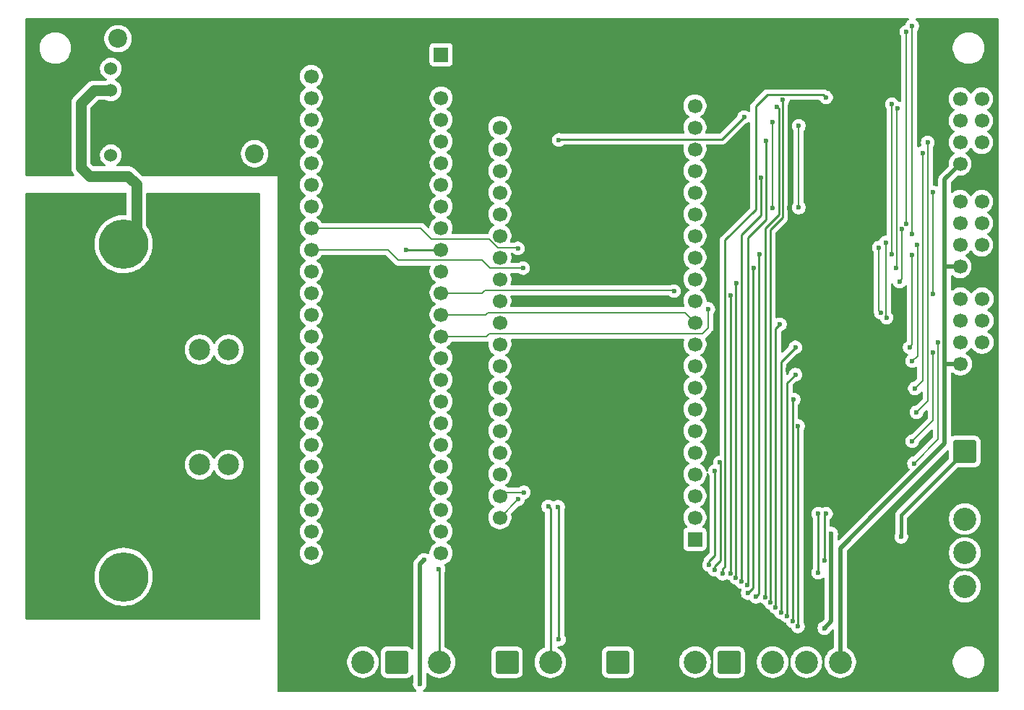
<source format=gbr>
%TF.GenerationSoftware,KiCad,Pcbnew,9.0.4*%
%TF.CreationDate,2025-12-21T10:21:05+05:30*%
%TF.ProjectId,RideOnV2Schematic,52696465-4f6e-4563-9253-6368656d6174,rev?*%
%TF.SameCoordinates,Original*%
%TF.FileFunction,Copper,L2,Bot*%
%TF.FilePolarity,Positive*%
%FSLAX46Y46*%
G04 Gerber Fmt 4.6, Leading zero omitted, Abs format (unit mm)*
G04 Created by KiCad (PCBNEW 9.0.4) date 2025-12-21 10:21:05*
%MOMM*%
%LPD*%
G01*
G04 APERTURE LIST*
G04 Aperture macros list*
%AMRoundRect*
0 Rectangle with rounded corners*
0 $1 Rounding radius*
0 $2 $3 $4 $5 $6 $7 $8 $9 X,Y pos of 4 corners*
0 Add a 4 corners polygon primitive as box body*
4,1,4,$2,$3,$4,$5,$6,$7,$8,$9,$2,$3,0*
0 Add four circle primitives for the rounded corners*
1,1,$1+$1,$2,$3*
1,1,$1+$1,$4,$5*
1,1,$1+$1,$6,$7*
1,1,$1+$1,$8,$9*
0 Add four rect primitives between the rounded corners*
20,1,$1+$1,$2,$3,$4,$5,0*
20,1,$1+$1,$4,$5,$6,$7,0*
20,1,$1+$1,$6,$7,$8,$9,0*
20,1,$1+$1,$8,$9,$2,$3,0*%
G04 Aperture macros list end*
%TA.AperFunction,WasherPad*%
%ADD10C,2.200000*%
%TD*%
%TA.AperFunction,ComponentPad*%
%ADD11C,1.530000*%
%TD*%
%TA.AperFunction,ComponentPad*%
%ADD12R,1.700000X1.700000*%
%TD*%
%TA.AperFunction,ComponentPad*%
%ADD13C,1.700000*%
%TD*%
%TA.AperFunction,ComponentPad*%
%ADD14RoundRect,0.250001X1.099999X1.099999X-1.099999X1.099999X-1.099999X-1.099999X1.099999X-1.099999X0*%
%TD*%
%TA.AperFunction,ComponentPad*%
%ADD15C,2.700000*%
%TD*%
%TA.AperFunction,ComponentPad*%
%ADD16C,2.500000*%
%TD*%
%TA.AperFunction,ComponentPad*%
%ADD17C,5.800000*%
%TD*%
%TA.AperFunction,ComponentPad*%
%ADD18RoundRect,0.250001X-1.099999X1.099999X-1.099999X-1.099999X1.099999X-1.099999X1.099999X1.099999X0*%
%TD*%
%TA.AperFunction,ViaPad*%
%ADD19C,0.600000*%
%TD*%
%TA.AperFunction,Conductor*%
%ADD20C,0.203200*%
%TD*%
%TA.AperFunction,Conductor*%
%ADD21C,0.254000*%
%TD*%
%TA.AperFunction,Conductor*%
%ADD22C,0.200000*%
%TD*%
%TA.AperFunction,Conductor*%
%ADD23C,0.508000*%
%TD*%
%TA.AperFunction,Conductor*%
%ADD24C,0.406400*%
%TD*%
%TA.AperFunction,Conductor*%
%ADD25C,1.270000*%
%TD*%
G04 APERTURE END LIST*
D10*
%TO.P,U6,*%
%TO.N,*%
X91350000Y-38905000D03*
X107350000Y-52405000D03*
D11*
%TO.P,U6,1,EN*%
%TO.N,unconnected-(U6-EN-Pad1)*%
X90500000Y-42420000D03*
%TO.P,U6,2,VIN*%
%TO.N,+24V*%
X90500000Y-44960000D03*
%TO.P,U6,3,GND1*%
%TO.N,GND*%
X90500000Y-47500000D03*
%TO.P,U6,4,GND2*%
X90500000Y-50040000D03*
%TO.P,U6,5,VOUT*%
%TO.N,+5V*%
X90500000Y-52580000D03*
%TD*%
D12*
%TO.P,J1,1,Pin_1*%
%TO.N,GND*%
X192540000Y-53600000D03*
D13*
%TO.P,J1,2,Pin_2*%
%TO.N,+5V*%
X190000000Y-53600000D03*
%TO.P,J1,3,Pin_3*%
%TO.N,/FRONT_L_IS*%
X192540000Y-51060000D03*
%TO.P,J1,4,Pin_4*%
%TO.N,/FRONT_R_IS*%
X190000000Y-51060000D03*
%TO.P,J1,5,Pin_5*%
%TO.N,/PIN_FRONT_LEN*%
X192540000Y-48520000D03*
%TO.P,J1,6,Pin_6*%
%TO.N,/PIN_FRONT_REN*%
X190000000Y-48520000D03*
%TO.P,J1,7,Pin_7*%
%TO.N,/PIN_FRONT_LPWM*%
X192540000Y-45980000D03*
%TO.P,J1,8,Pin_8*%
%TO.N,/PIN_FRONT_RPWM*%
X190000000Y-45980000D03*
%TD*%
D14*
%TO.P,J5,1,Pin_1*%
%TO.N,GND*%
X179920000Y-112000000D03*
D15*
%TO.P,J5,2,Pin_2*%
%TO.N,+5V*%
X175960000Y-112000000D03*
%TO.P,J5,3,Pin_3*%
%TO.N,/T2*%
X172000000Y-112000000D03*
%TO.P,J5,4,Pin_4*%
%TO.N,/S2*%
X168040000Y-112000000D03*
%TD*%
D12*
%TO.P,J9,1,Pin_1*%
%TO.N,+5V*%
X129200000Y-40790000D03*
D13*
%TO.P,J9,2,Pin_2*%
%TO.N,GND*%
X129200000Y-43330000D03*
%TO.P,J9,3,Pin_3*%
%TO.N,+3.3V*%
X129200000Y-45870000D03*
%TO.P,J9,4,Pin_4*%
%TO.N,/PIN_23*%
X129200000Y-48410000D03*
%TO.P,J9,5,Pin_5*%
%TO.N,/PIN_22*%
X129200000Y-50950000D03*
%TO.P,J9,6,Pin_6*%
%TO.N,/PIN_21*%
X129200000Y-53490000D03*
%TO.P,J9,7,Pin_7*%
%TO.N,/PIN_20*%
X129200000Y-56030000D03*
%TO.P,J9,8,Pin_8*%
%TO.N,/PIN_19*%
X129200000Y-58570000D03*
%TO.P,J9,9,Pin_9*%
%TO.N,/PIN_18*%
X129200000Y-61110000D03*
%TO.P,J9,10,Pin_10*%
%TO.N,/PIN_17*%
X129200000Y-63650000D03*
%TO.P,J9,11,Pin_11*%
%TO.N,/OUT*%
X129200000Y-66190000D03*
%TO.P,J9,12,Pin_12*%
%TO.N,/PIN_15*%
X129200000Y-68730000D03*
%TO.P,J9,13,Pin_13*%
%TO.N,/PIN_14*%
X129200000Y-71270000D03*
%TO.P,J9,14,Pin_14*%
%TO.N,/PIN_13*%
X129200000Y-73810000D03*
%TO.P,J9,15,Pin_15*%
%TO.N,Net-(J9-Pin_15)*%
X129200000Y-76350000D03*
%TO.P,J9,16,Pin_16*%
%TO.N,Net-(J9-Pin_16)*%
X129200000Y-78890000D03*
%TO.P,J9,17,Pin_17*%
%TO.N,Net-(J9-Pin_17)*%
X129200000Y-81430000D03*
%TO.P,J9,18,Pin_18*%
%TO.N,/PIN_39*%
X129200000Y-83970000D03*
%TO.P,J9,19,Pin_19*%
%TO.N,/PIN_38*%
X129200000Y-86510000D03*
%TO.P,J9,20,Pin_20*%
%TO.N,Net-(J9-Pin_20)*%
X129200000Y-89050000D03*
%TO.P,J9,21,Pin_21*%
%TO.N,Net-(J9-Pin_21)*%
X129200000Y-91590000D03*
%TO.P,J9,22,Pin_22*%
%TO.N,Net-(J9-Pin_22)*%
X129200000Y-94130000D03*
%TO.P,J9,23,Pin_23*%
%TO.N,Net-(J9-Pin_23)*%
X129200000Y-96670000D03*
%TO.P,J9,24,Pin_24*%
%TO.N,/PIN_33*%
X129200000Y-99210000D03*
%TD*%
D16*
%TO.P,F1_30AMP1,1*%
%TO.N,+24V*%
X104300000Y-75360000D03*
X100900000Y-75360000D03*
%TO.P,F1_30AMP1,2*%
%TO.N,/24VIN*%
X104300000Y-88840000D03*
X100900000Y-88840000D03*
%TD*%
D17*
%TO.P,J15,1,Pin_1*%
%TO.N,GNDPWR*%
X84800000Y-63000000D03*
%TO.P,J15,2,Pin_2*%
%TO.N,+24V*%
X92000000Y-63000000D03*
%TD*%
D12*
%TO.P,J2,1,Pin_1*%
%TO.N,GND*%
X192540000Y-65620000D03*
D13*
%TO.P,J2,2,Pin_2*%
%TO.N,+5V*%
X190000000Y-65620000D03*
%TO.P,J2,3,Pin_3*%
%TO.N,/STEER_L_IS*%
X192540000Y-63080000D03*
%TO.P,J2,4,Pin_4*%
%TO.N,/STEER_R_IS*%
X190000000Y-63080000D03*
%TO.P,J2,5,Pin_5*%
%TO.N,/PIN_STEER_LEN*%
X192540000Y-60540000D03*
%TO.P,J2,6,Pin_6*%
%TO.N,/PIN_STEER_REN*%
X190000000Y-60540000D03*
%TO.P,J2,7,Pin_7*%
%TO.N,/PIN_STEER_LPWM*%
X192540000Y-58000000D03*
%TO.P,J2,8,Pin_8*%
%TO.N,/PIN_STEER_RPWM*%
X190000000Y-58000000D03*
%TD*%
D14*
%TO.P,J11,1,Pin_1*%
%TO.N,+3.3V*%
X136920000Y-112000000D03*
D15*
%TO.P,J11,2,Pin_2*%
%TO.N,GND*%
X132960000Y-112000000D03*
%TO.P,J11,3,Pin_3*%
%TO.N,/PIN_17*%
X129000000Y-112000000D03*
%TD*%
D12*
%TO.P,J10,1,Pin_1*%
%TO.N,GND*%
X192580000Y-77040000D03*
D13*
%TO.P,J10,2,Pin_2*%
%TO.N,+5V*%
X190040000Y-77040000D03*
%TO.P,J10,3,Pin_3*%
%TO.N,/REAR_L_IS*%
X192580000Y-74500000D03*
%TO.P,J10,4,Pin_4*%
%TO.N,/REAR_R_IS*%
X190040000Y-74500000D03*
%TO.P,J10,5,Pin_5*%
%TO.N,/PIN_REAR_LEN*%
X192580000Y-71960000D03*
%TO.P,J10,6,Pin_6*%
%TO.N,/PIN_REAR_REN*%
X190040000Y-71960000D03*
%TO.P,J10,7,Pin_7*%
%TO.N,/PIN_REAR_LPWM*%
X192580000Y-69420000D03*
%TO.P,J10,8,Pin_8*%
%TO.N,/PIN_REAR_RPWM*%
X190040000Y-69420000D03*
%TD*%
D12*
%TO.P,J4,1,Pin_1*%
%TO.N,Net-(J4-Pin_1)*%
X158930000Y-97590000D03*
D13*
%TO.P,J4,2,Pin_2*%
%TO.N,Net-(J4-Pin_2)*%
X158930000Y-95050000D03*
%TO.P,J4,3,Pin_3*%
%TO.N,Net-(J4-Pin_3)*%
X158930000Y-92510000D03*
%TO.P,J4,4,Pin_4*%
%TO.N,Net-(J4-Pin_4)*%
X158930000Y-89970000D03*
%TO.P,J4,5,Pin_5*%
%TO.N,Net-(J4-Pin_5)*%
X158930000Y-87430000D03*
%TO.P,J4,6,Pin_6*%
%TO.N,Net-(J4-Pin_6)*%
X158930000Y-84890000D03*
%TO.P,J4,7,Pin_7*%
%TO.N,Net-(J4-Pin_7)*%
X158930000Y-82350000D03*
%TO.P,J4,8,Pin_8*%
%TO.N,Net-(J4-Pin_8)*%
X158930000Y-79810000D03*
%TO.P,J4,9,Pin_9*%
%TO.N,Net-(J4-Pin_9)*%
X158930000Y-77270000D03*
%TO.P,J4,10,Pin_10*%
%TO.N,/PIN_15*%
X158930000Y-74730000D03*
%TO.P,J4,11,Pin_11*%
%TO.N,/PIN_14*%
X158930000Y-72190000D03*
%TO.P,J4,12,Pin_12*%
%TO.N,Net-(J4-Pin_12)*%
X158930000Y-69650000D03*
%TO.P,J4,13,Pin_13*%
%TO.N,Net-(J4-Pin_13)*%
X158930000Y-67110000D03*
%TO.P,J4,14,Pin_14*%
%TO.N,Net-(J4-Pin_14)*%
X158930000Y-64570000D03*
%TO.P,J4,15,Pin_15*%
%TO.N,Net-(J4-Pin_15)*%
X158930000Y-62030000D03*
%TO.P,J4,16,Pin_16*%
%TO.N,Net-(J4-Pin_16)*%
X158930000Y-59490000D03*
%TO.P,J4,17,Pin_17*%
%TO.N,Net-(J4-Pin_17)*%
X158930000Y-56950000D03*
%TO.P,J4,18,Pin_18*%
%TO.N,Net-(J4-Pin_18)*%
X158930000Y-54410000D03*
%TO.P,J4,19,Pin_19*%
%TO.N,Net-(J4-Pin_19)*%
X158930000Y-51870000D03*
%TO.P,J4,20,Pin_20*%
%TO.N,Net-(J4-Pin_20)*%
X158930000Y-49330000D03*
%TO.P,J4,21,Pin_21*%
%TO.N,+5V*%
X158930000Y-46790000D03*
%TO.P,J4,22,Pin_22*%
%TO.N,GND*%
X158930000Y-44250000D03*
%TD*%
D14*
%TO.P,J12,1,Pin_1*%
%TO.N,+3.3V*%
X149920000Y-112000000D03*
D15*
%TO.P,J12,2,Pin_2*%
%TO.N,GND*%
X145960000Y-112000000D03*
%TO.P,J12,3,Pin_3*%
%TO.N,/PIN_23*%
X142000000Y-112000000D03*
%TD*%
D12*
%TO.P,J8,1,Pin_1*%
%TO.N,GND*%
X136070000Y-97590000D03*
D13*
%TO.P,J8,2,Pin_2*%
%TO.N,/PIN_7*%
X136070000Y-95050000D03*
%TO.P,J8,3,Pin_3*%
%TO.N,/PIN_8*%
X136070000Y-92510000D03*
%TO.P,J8,4,Pin_4*%
%TO.N,Net-(J8-Pin_4)*%
X136070000Y-89970000D03*
%TO.P,J8,5,Pin_5*%
%TO.N,Net-(J8-Pin_5)*%
X136070000Y-87430000D03*
%TO.P,J8,6,Pin_6*%
%TO.N,Net-(J8-Pin_6)*%
X136070000Y-84890000D03*
%TO.P,J8,7,Pin_7*%
%TO.N,Net-(J8-Pin_7)*%
X136070000Y-82350000D03*
%TO.P,J8,8,Pin_8*%
%TO.N,Net-(J8-Pin_8)*%
X136070000Y-79810000D03*
%TO.P,J8,9,Pin_9*%
%TO.N,Net-(J8-Pin_9)*%
X136070000Y-77270000D03*
%TO.P,J8,10,Pin_10*%
%TO.N,Net-(J8-Pin_10)*%
X136070000Y-74730000D03*
%TO.P,J8,11,Pin_11*%
%TO.N,Net-(J8-Pin_11)*%
X136070000Y-72190000D03*
%TO.P,J8,12,Pin_12*%
%TO.N,Net-(J8-Pin_12)*%
X136070000Y-69650000D03*
%TO.P,J8,13,Pin_13*%
%TO.N,Net-(J8-Pin_13)*%
X136070000Y-67110000D03*
%TO.P,J8,14,Pin_14*%
%TO.N,Net-(J8-Pin_14)*%
X136070000Y-64570000D03*
%TO.P,J8,15,Pin_15*%
%TO.N,Net-(J8-Pin_15)*%
X136070000Y-62030000D03*
%TO.P,J8,16,Pin_16*%
%TO.N,Net-(J8-Pin_16)*%
X136070000Y-59490000D03*
%TO.P,J8,17,Pin_17*%
%TO.N,Net-(J8-Pin_17)*%
X136070000Y-56950000D03*
%TO.P,J8,18,Pin_18*%
%TO.N,Net-(J8-Pin_18)*%
X136070000Y-54410000D03*
%TO.P,J8,19,Pin_19*%
%TO.N,Net-(J8-Pin_19)*%
X136070000Y-51870000D03*
%TO.P,J8,20,Pin_20*%
%TO.N,Net-(J8-Pin_20)*%
X136070000Y-49330000D03*
%TO.P,J8,21,Pin_21*%
%TO.N,GND*%
X136070000Y-46790000D03*
%TO.P,J8,22,Pin_22*%
X136070000Y-44250000D03*
%TD*%
D14*
%TO.P,J13,1,Pin_1*%
%TO.N,/PIN_28*%
X162920000Y-112000000D03*
D15*
%TO.P,J13,2,Pin_2*%
%TO.N,/PIN_29*%
X158960000Y-112000000D03*
%TO.P,J13,3,Pin_3*%
%TO.N,GND*%
X155000000Y-112000000D03*
%TD*%
D17*
%TO.P,J3,1,Pin_1*%
%TO.N,GNDPWR*%
X84800000Y-102000000D03*
%TO.P,J3,2,Pin_2*%
%TO.N,/24VIN*%
X92000000Y-102000000D03*
%TD*%
D14*
%TO.P,J16,1,Pin_1*%
%TO.N,/PIN_30*%
X124000000Y-112000000D03*
D15*
%TO.P,J16,2,Pin_2*%
%TO.N,/PIN_31*%
X120040000Y-112000000D03*
%TO.P,J16,3,Pin_3*%
%TO.N,GND*%
X116080000Y-112000000D03*
%TD*%
D12*
%TO.P,J6,1,Pin_1*%
%TO.N,GND*%
X113980000Y-40790000D03*
D13*
%TO.P,J6,2,Pin_2*%
%TO.N,/PIN_0*%
X113980000Y-43330000D03*
%TO.P,J6,3,Pin_3*%
%TO.N,/PIN_1*%
X113980000Y-45870000D03*
%TO.P,J6,4,Pin_4*%
%TO.N,/PIN_2*%
X113980000Y-48410000D03*
%TO.P,J6,5,Pin_5*%
%TO.N,/PIN_3*%
X113980000Y-50950000D03*
%TO.P,J6,6,Pin_6*%
%TO.N,/PIN_4*%
X113980000Y-53490000D03*
%TO.P,J6,7,Pin_7*%
%TO.N,/PIN_5*%
X113980000Y-56030000D03*
%TO.P,J6,8,Pin_8*%
%TO.N,/PIN_6*%
X113980000Y-58570000D03*
%TO.P,J6,9,Pin_9*%
%TO.N,/PIN_7*%
X113980000Y-61110000D03*
%TO.P,J6,10,Pin_10*%
%TO.N,/PIN_8*%
X113980000Y-63650000D03*
%TO.P,J6,11,Pin_11*%
%TO.N,/PIN_9*%
X113980000Y-66190000D03*
%TO.P,J6,12,Pin_12*%
%TO.N,/PIN_10*%
X113980000Y-68730000D03*
%TO.P,J6,13,Pin_13*%
%TO.N,/PIN_11*%
X113980000Y-71270000D03*
%TO.P,J6,14,Pin_14*%
%TO.N,/PIN_12*%
X113980000Y-73810000D03*
%TO.P,J6,15,Pin_15*%
%TO.N,Net-(J6-Pin_15)*%
X113980000Y-76350000D03*
%TO.P,J6,16,Pin_16*%
%TO.N,/PIN_24*%
X113980000Y-78890000D03*
%TO.P,J6,17,Pin_17*%
%TO.N,/PIN_25*%
X113980000Y-81430000D03*
%TO.P,J6,18,Pin_18*%
%TO.N,/PIN_26*%
X113980000Y-83970000D03*
%TO.P,J6,19,Pin_19*%
%TO.N,/PIN_27*%
X113980000Y-86510000D03*
%TO.P,J6,20,Pin_20*%
%TO.N,/PIN_28*%
X113980000Y-89050000D03*
%TO.P,J6,21,Pin_21*%
%TO.N,/PIN_29*%
X113980000Y-91590000D03*
%TO.P,J6,22,Pin_22*%
%TO.N,/PIN_30*%
X113980000Y-94130000D03*
%TO.P,J6,23,Pin_23*%
%TO.N,/PIN_31*%
X113980000Y-96670000D03*
%TO.P,J6,24,Pin_24*%
%TO.N,/PIN_32*%
X113980000Y-99210000D03*
%TD*%
D18*
%TO.P,J7,1,Pin_1*%
%TO.N,+3.3V*%
X190550000Y-87302500D03*
D15*
%TO.P,J7,2,Pin_2*%
%TO.N,GND*%
X190550000Y-91262500D03*
%TO.P,J7,3,Pin_3*%
%TO.N,/PIN_19*%
X190550000Y-95222500D03*
%TO.P,J7,4,Pin_4*%
%TO.N,/PIN_18*%
X190550000Y-99182500D03*
%TO.P,J7,5,Pin_5*%
%TO.N,/OUT*%
X190550000Y-103142500D03*
%TD*%
D19*
%TO.N,/PIN_32*%
X143000000Y-50800000D03*
X142900000Y-93800000D03*
%TO.N,/PIN_13*%
X160500000Y-70600000D03*
%TO.N,/PIN_15*%
X156500000Y-68500000D03*
%TO.N,/PIN_8*%
X138900000Y-92100000D03*
X138800000Y-65800000D03*
%TO.N,/PIN_7*%
X138200000Y-92900000D03*
X138200000Y-63500000D03*
%TO.N,/PIN_2*%
X163119641Y-101573000D03*
%TO.N,+5V*%
X188200000Y-58700000D03*
%TO.N,GND*%
X161400000Y-81000000D03*
X161500000Y-85700000D03*
X173400000Y-39700000D03*
X169200000Y-38600000D03*
X169800000Y-77700000D03*
X172000000Y-102100000D03*
X175700000Y-39700000D03*
X176450000Y-55300000D03*
X161400000Y-76600000D03*
X161400000Y-72700000D03*
X177200000Y-62100000D03*
X161300000Y-67900000D03*
X169700000Y-74500000D03*
X170000000Y-58800000D03*
%TO.N,/PIN_38*%
X161845000Y-88600000D03*
X161220247Y-101168000D03*
%TO.N,/PIN_39*%
X160574733Y-100604655D03*
X161273000Y-89600000D03*
%TO.N,/PIN_FRONT_LEN*%
X171100000Y-49121600D03*
X171100000Y-58700000D03*
%TO.N,+3.3V*%
X174100000Y-108000000D03*
X127200000Y-100000000D03*
X174900000Y-96927000D03*
X183100000Y-97300000D03*
X126700000Y-114600000D03*
%TO.N,/FRONT_L_IS*%
X185601000Y-52300000D03*
X184700000Y-79900000D03*
%TO.N,/PIN_FRONT_LPWM*%
X182500000Y-65800000D03*
X182700000Y-47100000D03*
%TO.N,/FRONT_R_IS*%
X186202600Y-51100000D03*
X184900000Y-82700000D03*
%TO.N,/STEER_L_IS*%
X184100000Y-75100000D03*
X184400000Y-64300000D03*
%TO.N,/STEER_R_IS*%
X185000000Y-63100000D03*
X184400000Y-76700000D03*
%TO.N,/PIN_STEER_LPWM*%
X186804200Y-68818400D03*
X186804200Y-56900000D03*
%TO.N,/PIN_STEER_RPWM*%
X182900000Y-67400000D03*
X183203200Y-61227050D03*
%TO.N,/PIN_STEER_LEN*%
X184397400Y-61800000D03*
X184400000Y-37400000D03*
%TO.N,/PIN_STEER_REN*%
X183700000Y-60600000D03*
X183700000Y-38100000D03*
%TO.N,/PIN_9*%
X166081146Y-104331146D03*
X166500000Y-64200000D03*
%TO.N,/PIN_3*%
X163746641Y-102091208D03*
X163758296Y-67600000D03*
%TO.N,/PIN_27*%
X171000000Y-107800000D03*
X171000000Y-84300000D03*
%TO.N,/PIN_20*%
X173400000Y-101500000D03*
X173400000Y-94595500D03*
%TO.N,/PIN_21*%
X174300000Y-94595500D03*
X174100000Y-100100000D03*
%TO.N,/PIN_23*%
X141750000Y-93750000D03*
%TO.N,/PIN_24*%
X170700000Y-75100000D03*
X169020421Y-106173000D03*
%TO.N,/PIN_REAR_REN*%
X180698400Y-71000000D03*
X180500000Y-63401600D03*
%TO.N,/PIN_FRONT_RPWM*%
X182000000Y-46600000D03*
X182000000Y-64200000D03*
%TO.N,/PIN_12*%
X168900000Y-72400000D03*
X168393421Y-105546000D03*
%TO.N,/PIN_FRONT_REN*%
X168000000Y-58800000D03*
X168000000Y-48700000D03*
%TO.N,/PIN_17*%
X128900000Y-101073000D03*
X125127000Y-63700000D03*
%TO.N,/PIN_32*%
X164700000Y-48100000D03*
X143000000Y-109337000D03*
%TO.N,/PIN_26*%
X170500000Y-81200000D03*
X170373000Y-107173000D03*
%TO.N,/PIN_25*%
X170700000Y-78300000D03*
X169746000Y-106600000D03*
%TO.N,/PIN_4*%
X166673000Y-55200000D03*
X164385296Y-102573000D03*
%TO.N,/PIN_2*%
X163100000Y-69000000D03*
%TO.N,/PIN_5*%
X165073000Y-103000000D03*
X167300000Y-50900000D03*
%TO.N,/PIN_6*%
X165130000Y-103898000D03*
X165800000Y-65800000D03*
%TO.N,/REAR_L_IS*%
X184400000Y-86100000D03*
X186805200Y-75700000D03*
%TO.N,/REAR_R_IS*%
X184600000Y-88700000D03*
X187406800Y-74500000D03*
%TO.N,/PIN_REAR_LEN*%
X181300000Y-62800000D03*
X181400000Y-71598400D03*
%TO.N,/PIN_11*%
X169200000Y-46100000D03*
X167766421Y-104992390D03*
%TO.N,/PIN_10*%
X167139421Y-104363835D03*
X168573000Y-46900000D03*
%TO.N,/PIN_33*%
X174300000Y-45800000D03*
X162181802Y-101623000D03*
%TD*%
D20*
%TO.N,/PIN_FRONT_LEN*%
X171100000Y-49121600D02*
X171100000Y-58700000D01*
D21*
%TO.N,/PIN_32*%
X162108000Y-50692000D02*
X164700000Y-48100000D01*
X143108000Y-50692000D02*
X162108000Y-50692000D01*
X143000000Y-50800000D02*
X143108000Y-50692000D01*
X143000000Y-93900000D02*
X142900000Y-93800000D01*
X143000000Y-109337000D02*
X143000000Y-93900000D01*
D22*
%TO.N,/PIN_13*%
X160500000Y-72800000D02*
X160500000Y-70600000D01*
X159800000Y-73500000D02*
X160500000Y-72800000D01*
X134490000Y-73810000D02*
X134800000Y-73500000D01*
X129200000Y-73810000D02*
X134490000Y-73810000D01*
X134800000Y-73500000D02*
X159800000Y-73500000D01*
%TO.N,/PIN_14*%
X157740000Y-71000000D02*
X158930000Y-72190000D01*
X134700000Y-71000000D02*
X157740000Y-71000000D01*
X134430000Y-71270000D02*
X134700000Y-71000000D01*
X129200000Y-71270000D02*
X134430000Y-71270000D01*
%TO.N,/PIN_15*%
X156400000Y-68400000D02*
X156500000Y-68500000D01*
X134300000Y-68400000D02*
X156400000Y-68400000D01*
X133970000Y-68730000D02*
X134300000Y-68400000D01*
X129200000Y-68730000D02*
X133970000Y-68730000D01*
%TO.N,/PIN_8*%
X136480000Y-92100000D02*
X136070000Y-92510000D01*
X138900000Y-92100000D02*
X136480000Y-92100000D01*
X134900000Y-65800000D02*
X138800000Y-65800000D01*
X122950000Y-63650000D02*
X124200000Y-64900000D01*
X124200000Y-64900000D02*
X134000000Y-64900000D01*
X134000000Y-64900000D02*
X134900000Y-65800000D01*
X113980000Y-63650000D02*
X122950000Y-63650000D01*
%TO.N,/PIN_7*%
X138200000Y-92920000D02*
X136070000Y-95050000D01*
X138200000Y-92900000D02*
X138200000Y-92920000D01*
X138119000Y-63419000D02*
X138200000Y-63500000D01*
X135831240Y-63419000D02*
X138119000Y-63419000D01*
X134812240Y-62400000D02*
X135831240Y-63419000D01*
X126810000Y-61110000D02*
X128100000Y-62400000D01*
X126610000Y-61110000D02*
X126810000Y-61110000D01*
X113980000Y-61110000D02*
X126610000Y-61110000D01*
X128100000Y-62400000D02*
X134812240Y-62400000D01*
D21*
%TO.N,/PIN_23*%
X142000000Y-94000000D02*
X141750000Y-93750000D01*
X142000000Y-112000000D02*
X142000000Y-94000000D01*
%TO.N,/PIN_39*%
X161273000Y-99462636D02*
X161273000Y-89600000D01*
X160574733Y-100160903D02*
X161273000Y-99462636D01*
X160574733Y-100604655D02*
X160574733Y-100160903D01*
%TO.N,/PIN_38*%
X161900000Y-88655000D02*
X161845000Y-88600000D01*
X161900000Y-100118000D02*
X161900000Y-88655000D01*
X161220247Y-100797753D02*
X161900000Y-100118000D01*
X161220247Y-101168000D02*
X161220247Y-100797753D01*
%TO.N,/PIN_33*%
X173972000Y-45472000D02*
X174300000Y-45800000D01*
X167428000Y-45472000D02*
X173972000Y-45472000D01*
X166045000Y-46855000D02*
X167428000Y-45472000D01*
X166100000Y-58900000D02*
X166045000Y-58845000D01*
X162472000Y-62528000D02*
X166100000Y-58900000D01*
X162472000Y-100779359D02*
X162472000Y-62528000D01*
X166045000Y-58845000D02*
X166045000Y-46855000D01*
X162181802Y-101069557D02*
X162472000Y-100779359D01*
X162181802Y-101623000D02*
X162181802Y-101069557D01*
%TO.N,/PIN_6*%
X165700000Y-65900000D02*
X165800000Y-65800000D01*
X165700000Y-103328000D02*
X165700000Y-65900000D01*
X165130000Y-103898000D02*
X165700000Y-103328000D01*
%TO.N,/PIN_9*%
X166444100Y-64255900D02*
X166500000Y-64200000D01*
X166444100Y-103968192D02*
X166444100Y-64255900D01*
X166081146Y-104331146D02*
X166444100Y-103968192D01*
D23*
%TO.N,+5V*%
X188260000Y-77040000D02*
X190040000Y-77040000D01*
X188200000Y-58700000D02*
X188200000Y-55400000D01*
X188200000Y-77100000D02*
X188200000Y-86400000D01*
X180500000Y-94100000D02*
X175960000Y-98640000D01*
X188200000Y-58700000D02*
X188200000Y-65600000D01*
X188200000Y-86400000D02*
X180500000Y-94100000D01*
X188200000Y-65600000D02*
X188220000Y-65620000D01*
X188200000Y-65600000D02*
X188200000Y-77100000D01*
X175960000Y-98640000D02*
X175960000Y-112000000D01*
X188200000Y-55400000D02*
X190000000Y-53600000D01*
X188220000Y-65620000D02*
X190000000Y-65620000D01*
X188200000Y-77100000D02*
X188260000Y-77040000D01*
D24*
%TO.N,+3.3V*%
X183100000Y-97300000D02*
X183100000Y-94752500D01*
D23*
X127200000Y-100000000D02*
X126700000Y-100500000D01*
D24*
X183100000Y-94752500D02*
X190550000Y-87302500D01*
D23*
X174100000Y-108000000D02*
X174900000Y-107200000D01*
X126700000Y-100500000D02*
X126700000Y-114600000D01*
X174900000Y-107200000D02*
X174900000Y-96927000D01*
D20*
%TO.N,/FRONT_L_IS*%
X185601000Y-52300000D02*
X185601000Y-53701000D01*
X185602600Y-78997400D02*
X184700000Y-79900000D01*
X185602600Y-53702600D02*
X185602600Y-78997400D01*
X185601000Y-53701000D02*
X185602600Y-53702600D01*
%TO.N,/PIN_FRONT_LPWM*%
X182601600Y-47198400D02*
X182700000Y-47100000D01*
X182601600Y-65698400D02*
X182500000Y-65800000D01*
X182601600Y-65698400D02*
X182601600Y-47198400D01*
%TO.N,/FRONT_R_IS*%
X186202600Y-81397400D02*
X186202600Y-51100000D01*
X184900000Y-82700000D02*
X186202600Y-81397400D01*
%TO.N,/STEER_L_IS*%
X184406400Y-64306400D02*
X184406400Y-74793600D01*
X184406400Y-74793600D02*
X184100000Y-75100000D01*
X184400000Y-64300000D02*
X184406400Y-64306400D01*
%TO.N,/STEER_R_IS*%
X185009000Y-76091000D02*
X185009000Y-63100000D01*
X185009000Y-63100000D02*
X185000000Y-63100000D01*
X184400000Y-76700000D02*
X185009000Y-76091000D01*
%TO.N,/PIN_STEER_LPWM*%
X186804200Y-56900000D02*
X186804200Y-68818400D01*
%TO.N,/PIN_STEER_RPWM*%
X183203200Y-61227050D02*
X183203200Y-67096800D01*
X183203200Y-67096800D02*
X182900000Y-67400000D01*
%TO.N,/PIN_STEER_LEN*%
X184397400Y-61800000D02*
X184397400Y-37402600D01*
X184397400Y-37402600D02*
X184400000Y-37400000D01*
%TO.N,/PIN_STEER_REN*%
X183700000Y-38100000D02*
X183700000Y-60600000D01*
D21*
%TO.N,/PIN_3*%
X163746641Y-102091208D02*
X163746641Y-67611655D01*
X163746641Y-67611655D02*
X163758296Y-67600000D01*
%TO.N,/PIN_27*%
X171000000Y-107800000D02*
X171000000Y-84300000D01*
%TO.N,/PIN_20*%
X173400000Y-94595500D02*
X173400000Y-101500000D01*
%TO.N,/PIN_21*%
X174300000Y-94595500D02*
X174100000Y-94795500D01*
X174100000Y-94795500D02*
X174100000Y-100100000D01*
%TO.N,/PIN_24*%
X169020421Y-76779579D02*
X170700000Y-75100000D01*
X169020421Y-106173000D02*
X169020421Y-76779579D01*
D20*
%TO.N,/PIN_REAR_REN*%
X180698400Y-71000000D02*
X180500000Y-70801600D01*
X180500000Y-70801600D02*
X180500000Y-63401600D01*
%TO.N,/PIN_FRONT_RPWM*%
X182000000Y-64200000D02*
X182000000Y-46600000D01*
D21*
%TO.N,/PIN_12*%
X168393421Y-72906579D02*
X168900000Y-72400000D01*
X168393421Y-105546000D02*
X168393421Y-72906579D01*
D20*
%TO.N,/PIN_FRONT_REN*%
X168000000Y-48700000D02*
X168000000Y-58800000D01*
D21*
%TO.N,/PIN_17*%
X129000000Y-112000000D02*
X129000000Y-101173000D01*
X125177000Y-63650000D02*
X129200000Y-63650000D01*
X125127000Y-63700000D02*
X125177000Y-63650000D01*
X129000000Y-101173000D02*
X128900000Y-101073000D01*
%TO.N,/PIN_26*%
X170373000Y-81327000D02*
X170500000Y-81200000D01*
X170373000Y-107173000D02*
X170373000Y-81327000D01*
%TO.N,/PIN_25*%
X169746000Y-79254000D02*
X170700000Y-78300000D01*
X169746000Y-106600000D02*
X169746000Y-79254000D01*
%TO.N,/PIN_4*%
X164385296Y-61914704D02*
X166673000Y-59627000D01*
X166673000Y-59627000D02*
X166673000Y-55200000D01*
X164385296Y-102573000D02*
X164385296Y-61914704D01*
%TO.N,/PIN_5*%
X167300000Y-60100000D02*
X165172000Y-62228000D01*
X167300000Y-50900000D02*
X167300000Y-60100000D01*
X165172000Y-62228000D02*
X165172000Y-102901000D01*
X165172000Y-102901000D02*
X165073000Y-103000000D01*
D20*
%TO.N,/REAR_L_IS*%
X186804200Y-83695800D02*
X184400000Y-86100000D01*
X186804200Y-75701000D02*
X186804200Y-83695800D01*
X186805200Y-75700000D02*
X186804200Y-75701000D01*
%TO.N,/REAR_R_IS*%
X184600000Y-88700000D02*
X187406800Y-85893200D01*
X187406800Y-85893200D02*
X187406800Y-74500000D01*
%TO.N,/PIN_REAR_LEN*%
X181300000Y-71498400D02*
X181300000Y-62800000D01*
X181400000Y-71598400D02*
X181300000Y-71498400D01*
D21*
%TO.N,/PIN_11*%
X169200000Y-59900000D02*
X169200000Y-46100000D01*
X167766421Y-61333579D02*
X169200000Y-59900000D01*
X167766421Y-104992390D02*
X167766421Y-61333579D01*
%TO.N,/PIN_10*%
X168745000Y-59555000D02*
X168745000Y-47072000D01*
X167139421Y-104363835D02*
X167139421Y-61160579D01*
X168745000Y-47072000D02*
X168573000Y-46900000D01*
X167139421Y-61160579D02*
X168745000Y-59555000D01*
D25*
%TO.N,+24V*%
X88000000Y-55000000D02*
X92500000Y-55000000D01*
X88540000Y-44960000D02*
X87000000Y-46500000D01*
X87000000Y-54000000D02*
X88000000Y-55000000D01*
X93500000Y-56000000D02*
X93500000Y-61500000D01*
X92500000Y-55000000D02*
X93500000Y-56000000D01*
X90500000Y-44960000D02*
X88540000Y-44960000D01*
X87000000Y-46500000D02*
X87000000Y-54000000D01*
D21*
%TO.N,/PIN_2*%
X163119641Y-69019641D02*
X163100000Y-69000000D01*
X163119641Y-101573000D02*
X163119641Y-69019641D01*
%TD*%
%TA.AperFunction,Conductor*%
%TO.N,GNDPWR*%
G36*
X92307539Y-57019685D02*
G01*
X92353294Y-57072489D01*
X92364500Y-57124000D01*
X92364500Y-59482133D01*
X92344815Y-59549172D01*
X92292011Y-59594927D01*
X92228348Y-59605536D01*
X92176105Y-59600391D01*
X92167056Y-59599500D01*
X91832944Y-59599500D01*
X91757982Y-59606883D01*
X91500451Y-59632247D01*
X91500434Y-59632250D01*
X91172769Y-59697425D01*
X91172758Y-59697428D01*
X90853022Y-59794418D01*
X90544343Y-59922278D01*
X90544338Y-59922280D01*
X90249696Y-60079769D01*
X90249678Y-60079780D01*
X89971890Y-60265393D01*
X89971876Y-60265403D01*
X89713604Y-60477361D01*
X89477361Y-60713604D01*
X89265403Y-60971876D01*
X89265393Y-60971890D01*
X89079780Y-61249678D01*
X89079769Y-61249696D01*
X88922280Y-61544338D01*
X88922278Y-61544343D01*
X88794418Y-61853022D01*
X88697428Y-62172758D01*
X88697425Y-62172769D01*
X88632250Y-62500434D01*
X88632247Y-62500451D01*
X88599500Y-62832947D01*
X88599500Y-63167052D01*
X88632247Y-63499548D01*
X88632250Y-63499565D01*
X88697425Y-63827230D01*
X88697428Y-63827241D01*
X88794418Y-64146977D01*
X88922278Y-64455656D01*
X88922280Y-64455661D01*
X89079769Y-64750303D01*
X89079780Y-64750321D01*
X89265393Y-65028109D01*
X89265403Y-65028123D01*
X89477361Y-65286395D01*
X89713604Y-65522638D01*
X89713609Y-65522642D01*
X89713610Y-65522643D01*
X89971882Y-65734601D01*
X90249685Y-65920224D01*
X90249694Y-65920229D01*
X90249696Y-65920230D01*
X90544338Y-66077719D01*
X90544340Y-66077719D01*
X90544346Y-66077723D01*
X90853024Y-66205582D01*
X91172749Y-66302569D01*
X91172755Y-66302570D01*
X91172758Y-66302571D01*
X91172769Y-66302574D01*
X91378243Y-66343444D01*
X91500441Y-66367751D01*
X91832944Y-66400500D01*
X91832947Y-66400500D01*
X92167053Y-66400500D01*
X92167056Y-66400500D01*
X92499559Y-66367751D01*
X92661757Y-66335487D01*
X92827230Y-66302574D01*
X92827241Y-66302571D01*
X92827241Y-66302570D01*
X92827251Y-66302569D01*
X93146976Y-66205582D01*
X93455654Y-66077723D01*
X93750315Y-65920224D01*
X94028118Y-65734601D01*
X94286390Y-65522643D01*
X94522643Y-65286390D01*
X94734601Y-65028118D01*
X94920224Y-64750315D01*
X95077723Y-64455654D01*
X95205582Y-64146976D01*
X95302569Y-63827251D01*
X95302571Y-63827241D01*
X95302574Y-63827230D01*
X95335487Y-63661757D01*
X95367751Y-63499559D01*
X95400500Y-63167056D01*
X95400500Y-62832944D01*
X95367751Y-62500441D01*
X95343444Y-62378243D01*
X95302574Y-62172769D01*
X95302571Y-62172758D01*
X95302570Y-62172755D01*
X95302569Y-62172749D01*
X95205582Y-61853024D01*
X95077723Y-61544346D01*
X94920224Y-61249685D01*
X94734601Y-60971882D01*
X94734600Y-60971880D01*
X94663646Y-60885422D01*
X94636334Y-60821112D01*
X94635500Y-60806758D01*
X94635500Y-57124000D01*
X94655185Y-57056961D01*
X94707989Y-57011206D01*
X94759500Y-57000000D01*
X107876000Y-57000000D01*
X107943039Y-57019685D01*
X107988794Y-57072489D01*
X108000000Y-57124000D01*
X108000000Y-106876000D01*
X107980315Y-106943039D01*
X107927511Y-106988794D01*
X107876000Y-107000000D01*
X80624500Y-107000000D01*
X80557461Y-106980315D01*
X80511706Y-106927511D01*
X80500500Y-106876000D01*
X80500500Y-101832947D01*
X88599500Y-101832947D01*
X88599500Y-102167052D01*
X88632247Y-102499548D01*
X88632250Y-102499565D01*
X88697425Y-102827230D01*
X88697428Y-102827241D01*
X88794418Y-103146977D01*
X88922278Y-103455656D01*
X88922280Y-103455661D01*
X89079769Y-103750303D01*
X89079780Y-103750321D01*
X89265393Y-104028109D01*
X89265403Y-104028123D01*
X89477361Y-104286395D01*
X89713604Y-104522638D01*
X89713609Y-104522642D01*
X89713610Y-104522643D01*
X89971882Y-104734601D01*
X90249685Y-104920224D01*
X90249694Y-104920229D01*
X90249696Y-104920230D01*
X90544338Y-105077719D01*
X90544340Y-105077719D01*
X90544346Y-105077723D01*
X90853024Y-105205582D01*
X91172749Y-105302569D01*
X91172755Y-105302570D01*
X91172758Y-105302571D01*
X91172769Y-105302574D01*
X91378243Y-105343444D01*
X91500441Y-105367751D01*
X91832944Y-105400500D01*
X91832947Y-105400500D01*
X92167053Y-105400500D01*
X92167056Y-105400500D01*
X92499559Y-105367751D01*
X92661757Y-105335487D01*
X92827230Y-105302574D01*
X92827241Y-105302571D01*
X92827241Y-105302570D01*
X92827251Y-105302569D01*
X93146976Y-105205582D01*
X93455654Y-105077723D01*
X93750315Y-104920224D01*
X94028118Y-104734601D01*
X94286390Y-104522643D01*
X94522643Y-104286390D01*
X94734601Y-104028118D01*
X94920224Y-103750315D01*
X95077723Y-103455654D01*
X95205582Y-103146976D01*
X95302569Y-102827251D01*
X95302571Y-102827241D01*
X95302574Y-102827230D01*
X95335487Y-102661757D01*
X95367751Y-102499559D01*
X95400500Y-102167056D01*
X95400500Y-101832944D01*
X95367751Y-101500441D01*
X95343444Y-101378243D01*
X95302574Y-101172769D01*
X95302571Y-101172758D01*
X95302570Y-101172755D01*
X95302569Y-101172749D01*
X95205582Y-100853024D01*
X95077723Y-100544346D01*
X94920224Y-100249685D01*
X94734601Y-99971882D01*
X94522643Y-99713610D01*
X94522642Y-99713609D01*
X94522638Y-99713604D01*
X94286395Y-99477361D01*
X94028123Y-99265403D01*
X94028122Y-99265402D01*
X94028118Y-99265399D01*
X93750315Y-99079776D01*
X93750310Y-99079773D01*
X93750303Y-99079769D01*
X93455661Y-98922280D01*
X93455656Y-98922278D01*
X93146977Y-98794418D01*
X92827241Y-98697428D01*
X92827230Y-98697425D01*
X92499565Y-98632250D01*
X92499548Y-98632247D01*
X92248108Y-98607483D01*
X92167056Y-98599500D01*
X91832944Y-98599500D01*
X91757982Y-98606883D01*
X91500451Y-98632247D01*
X91500434Y-98632250D01*
X91172769Y-98697425D01*
X91172758Y-98697428D01*
X90853022Y-98794418D01*
X90544343Y-98922278D01*
X90544338Y-98922280D01*
X90249696Y-99079769D01*
X90249678Y-99079780D01*
X89971890Y-99265393D01*
X89971876Y-99265403D01*
X89713604Y-99477361D01*
X89477361Y-99713604D01*
X89265403Y-99971876D01*
X89265393Y-99971890D01*
X89079780Y-100249678D01*
X89079769Y-100249696D01*
X88922280Y-100544338D01*
X88922278Y-100544343D01*
X88794418Y-100853022D01*
X88697428Y-101172758D01*
X88697425Y-101172769D01*
X88632250Y-101500434D01*
X88632247Y-101500451D01*
X88599500Y-101832947D01*
X80500500Y-101832947D01*
X80500500Y-88725258D01*
X99149500Y-88725258D01*
X99149500Y-88954741D01*
X99174446Y-89144215D01*
X99179452Y-89182238D01*
X99179453Y-89182240D01*
X99238842Y-89403887D01*
X99326650Y-89615876D01*
X99326657Y-89615890D01*
X99441392Y-89814617D01*
X99581081Y-89996661D01*
X99581089Y-89996670D01*
X99743330Y-90158911D01*
X99743338Y-90158918D01*
X99925382Y-90298607D01*
X99925385Y-90298608D01*
X99925388Y-90298611D01*
X100124112Y-90413344D01*
X100124117Y-90413346D01*
X100124123Y-90413349D01*
X100215480Y-90451190D01*
X100336113Y-90501158D01*
X100557762Y-90560548D01*
X100785266Y-90590500D01*
X100785273Y-90590500D01*
X101014727Y-90590500D01*
X101014734Y-90590500D01*
X101242238Y-90560548D01*
X101463887Y-90501158D01*
X101675888Y-90413344D01*
X101874612Y-90298611D01*
X102056661Y-90158919D01*
X102056665Y-90158914D01*
X102056670Y-90158911D01*
X102218911Y-89996670D01*
X102218914Y-89996665D01*
X102218919Y-89996661D01*
X102358611Y-89814612D01*
X102473344Y-89615888D01*
X102485439Y-89586689D01*
X102529279Y-89532285D01*
X102595573Y-89510220D01*
X102663273Y-89527499D01*
X102710883Y-89578635D01*
X102714561Y-89586689D01*
X102726650Y-89615876D01*
X102726657Y-89615890D01*
X102841392Y-89814617D01*
X102981081Y-89996661D01*
X102981089Y-89996670D01*
X103143330Y-90158911D01*
X103143338Y-90158918D01*
X103325382Y-90298607D01*
X103325385Y-90298608D01*
X103325388Y-90298611D01*
X103524112Y-90413344D01*
X103524117Y-90413346D01*
X103524123Y-90413349D01*
X103615480Y-90451190D01*
X103736113Y-90501158D01*
X103957762Y-90560548D01*
X104185266Y-90590500D01*
X104185273Y-90590500D01*
X104414727Y-90590500D01*
X104414734Y-90590500D01*
X104642238Y-90560548D01*
X104863887Y-90501158D01*
X105075888Y-90413344D01*
X105274612Y-90298611D01*
X105456661Y-90158919D01*
X105456665Y-90158914D01*
X105456670Y-90158911D01*
X105618911Y-89996670D01*
X105618914Y-89996665D01*
X105618919Y-89996661D01*
X105758611Y-89814612D01*
X105873344Y-89615888D01*
X105961158Y-89403887D01*
X106020548Y-89182238D01*
X106050500Y-88954734D01*
X106050500Y-88725266D01*
X106020548Y-88497762D01*
X105961158Y-88276113D01*
X105873346Y-88064118D01*
X105873346Y-88064117D01*
X105873344Y-88064112D01*
X105758611Y-87865388D01*
X105758608Y-87865385D01*
X105758607Y-87865382D01*
X105618918Y-87683338D01*
X105618911Y-87683330D01*
X105456670Y-87521089D01*
X105456661Y-87521081D01*
X105274617Y-87381392D01*
X105075890Y-87266657D01*
X105075876Y-87266650D01*
X104863887Y-87178842D01*
X104642238Y-87119452D01*
X104604215Y-87114446D01*
X104414741Y-87089500D01*
X104414734Y-87089500D01*
X104185266Y-87089500D01*
X104185258Y-87089500D01*
X103968715Y-87118009D01*
X103957762Y-87119452D01*
X103864076Y-87144554D01*
X103736112Y-87178842D01*
X103524123Y-87266650D01*
X103524109Y-87266657D01*
X103325382Y-87381392D01*
X103143338Y-87521081D01*
X102981081Y-87683338D01*
X102841392Y-87865382D01*
X102726657Y-88064109D01*
X102726652Y-88064118D01*
X102714561Y-88093311D01*
X102670720Y-88147714D01*
X102604426Y-88169779D01*
X102536726Y-88152500D01*
X102489116Y-88101362D01*
X102485439Y-88093311D01*
X102473347Y-88064118D01*
X102473342Y-88064109D01*
X102358611Y-87865388D01*
X102358608Y-87865385D01*
X102358607Y-87865382D01*
X102218918Y-87683338D01*
X102218911Y-87683330D01*
X102056670Y-87521089D01*
X102056661Y-87521081D01*
X101874617Y-87381392D01*
X101675890Y-87266657D01*
X101675876Y-87266650D01*
X101463887Y-87178842D01*
X101242238Y-87119452D01*
X101204215Y-87114446D01*
X101014741Y-87089500D01*
X101014734Y-87089500D01*
X100785266Y-87089500D01*
X100785258Y-87089500D01*
X100568715Y-87118009D01*
X100557762Y-87119452D01*
X100464076Y-87144554D01*
X100336112Y-87178842D01*
X100124123Y-87266650D01*
X100124109Y-87266657D01*
X99925382Y-87381392D01*
X99743338Y-87521081D01*
X99581081Y-87683338D01*
X99441392Y-87865382D01*
X99326657Y-88064109D01*
X99326650Y-88064123D01*
X99238842Y-88276112D01*
X99179453Y-88497759D01*
X99179451Y-88497770D01*
X99149500Y-88725258D01*
X80500500Y-88725258D01*
X80500500Y-75245258D01*
X99149500Y-75245258D01*
X99149500Y-75474741D01*
X99174446Y-75664215D01*
X99179452Y-75702238D01*
X99179453Y-75702240D01*
X99238842Y-75923887D01*
X99326650Y-76135876D01*
X99326657Y-76135890D01*
X99441392Y-76334617D01*
X99581081Y-76516661D01*
X99581089Y-76516670D01*
X99743330Y-76678911D01*
X99743338Y-76678918D01*
X99925382Y-76818607D01*
X99925385Y-76818608D01*
X99925388Y-76818611D01*
X100124112Y-76933344D01*
X100124117Y-76933346D01*
X100124123Y-76933349D01*
X100215480Y-76971190D01*
X100336113Y-77021158D01*
X100557762Y-77080548D01*
X100785266Y-77110500D01*
X100785273Y-77110500D01*
X101014727Y-77110500D01*
X101014734Y-77110500D01*
X101242238Y-77080548D01*
X101463887Y-77021158D01*
X101675888Y-76933344D01*
X101874612Y-76818611D01*
X102056661Y-76678919D01*
X102056665Y-76678914D01*
X102056670Y-76678911D01*
X102218911Y-76516670D01*
X102218914Y-76516665D01*
X102218919Y-76516661D01*
X102358611Y-76334612D01*
X102473344Y-76135888D01*
X102485439Y-76106689D01*
X102529279Y-76052285D01*
X102595573Y-76030220D01*
X102663273Y-76047499D01*
X102710883Y-76098635D01*
X102714561Y-76106689D01*
X102726650Y-76135876D01*
X102726657Y-76135890D01*
X102841392Y-76334617D01*
X102981081Y-76516661D01*
X102981089Y-76516670D01*
X103143330Y-76678911D01*
X103143338Y-76678918D01*
X103325382Y-76818607D01*
X103325385Y-76818608D01*
X103325388Y-76818611D01*
X103524112Y-76933344D01*
X103524117Y-76933346D01*
X103524123Y-76933349D01*
X103615480Y-76971190D01*
X103736113Y-77021158D01*
X103957762Y-77080548D01*
X104185266Y-77110500D01*
X104185273Y-77110500D01*
X104414727Y-77110500D01*
X104414734Y-77110500D01*
X104642238Y-77080548D01*
X104863887Y-77021158D01*
X105075888Y-76933344D01*
X105274612Y-76818611D01*
X105456661Y-76678919D01*
X105456665Y-76678914D01*
X105456670Y-76678911D01*
X105618911Y-76516670D01*
X105618914Y-76516665D01*
X105618919Y-76516661D01*
X105758611Y-76334612D01*
X105873344Y-76135888D01*
X105961158Y-75923887D01*
X106020548Y-75702238D01*
X106050500Y-75474734D01*
X106050500Y-75245266D01*
X106020548Y-75017762D01*
X105961158Y-74796113D01*
X105873346Y-74584118D01*
X105873346Y-74584117D01*
X105873344Y-74584112D01*
X105758611Y-74385388D01*
X105758608Y-74385385D01*
X105758607Y-74385382D01*
X105618918Y-74203338D01*
X105618911Y-74203330D01*
X105456670Y-74041089D01*
X105456661Y-74041081D01*
X105274617Y-73901392D01*
X105075890Y-73786657D01*
X105075876Y-73786650D01*
X104863887Y-73698842D01*
X104642238Y-73639452D01*
X104604215Y-73634446D01*
X104414741Y-73609500D01*
X104414734Y-73609500D01*
X104185266Y-73609500D01*
X104185258Y-73609500D01*
X103968715Y-73638009D01*
X103957762Y-73639452D01*
X103864076Y-73664554D01*
X103736112Y-73698842D01*
X103524123Y-73786650D01*
X103524109Y-73786657D01*
X103325382Y-73901392D01*
X103143338Y-74041081D01*
X102981081Y-74203338D01*
X102841392Y-74385382D01*
X102726657Y-74584109D01*
X102726652Y-74584118D01*
X102714561Y-74613311D01*
X102670720Y-74667714D01*
X102604426Y-74689779D01*
X102536726Y-74672500D01*
X102489116Y-74621362D01*
X102485439Y-74613311D01*
X102473347Y-74584118D01*
X102473342Y-74584109D01*
X102358611Y-74385388D01*
X102358608Y-74385385D01*
X102358607Y-74385382D01*
X102218918Y-74203338D01*
X102218911Y-74203330D01*
X102056670Y-74041089D01*
X102056661Y-74041081D01*
X101874617Y-73901392D01*
X101675890Y-73786657D01*
X101675876Y-73786650D01*
X101463887Y-73698842D01*
X101242238Y-73639452D01*
X101204215Y-73634446D01*
X101014741Y-73609500D01*
X101014734Y-73609500D01*
X100785266Y-73609500D01*
X100785258Y-73609500D01*
X100568715Y-73638009D01*
X100557762Y-73639452D01*
X100464076Y-73664554D01*
X100336112Y-73698842D01*
X100124123Y-73786650D01*
X100124109Y-73786657D01*
X99925382Y-73901392D01*
X99743338Y-74041081D01*
X99581081Y-74203338D01*
X99441392Y-74385382D01*
X99326657Y-74584109D01*
X99326650Y-74584123D01*
X99238842Y-74796112D01*
X99179453Y-75017759D01*
X99179451Y-75017770D01*
X99149500Y-75245258D01*
X80500500Y-75245258D01*
X80500500Y-57124000D01*
X80520185Y-57056961D01*
X80572989Y-57011206D01*
X80624500Y-57000000D01*
X92240500Y-57000000D01*
X92307539Y-57019685D01*
G37*
%TD.AperFunction*%
%TD*%
%TA.AperFunction,Conductor*%
%TO.N,GND*%
G36*
X183963600Y-36520185D02*
G01*
X184009355Y-36572989D01*
X184019299Y-36642147D01*
X183990274Y-36705703D01*
X183965452Y-36727602D01*
X183889711Y-36778210D01*
X183889707Y-36778213D01*
X183778213Y-36889707D01*
X183778210Y-36889711D01*
X183690609Y-37020814D01*
X183690602Y-37020827D01*
X183630264Y-37166498D01*
X183630262Y-37166505D01*
X183619256Y-37221833D01*
X183586870Y-37283743D01*
X183526153Y-37318316D01*
X183521833Y-37319256D01*
X183466505Y-37330262D01*
X183466498Y-37330264D01*
X183320827Y-37390602D01*
X183320814Y-37390609D01*
X183189711Y-37478210D01*
X183189707Y-37478213D01*
X183078213Y-37589707D01*
X183078210Y-37589711D01*
X182990609Y-37720814D01*
X182990602Y-37720827D01*
X182930264Y-37866498D01*
X182930261Y-37866510D01*
X182899500Y-38021153D01*
X182899500Y-38178846D01*
X182930261Y-38333489D01*
X182930264Y-38333501D01*
X182990602Y-38479172D01*
X182990609Y-38479185D01*
X183077002Y-38608480D01*
X183097880Y-38675157D01*
X183097900Y-38677371D01*
X183097900Y-46212939D01*
X183091845Y-46233558D01*
X183090544Y-46255013D01*
X183082196Y-46266419D01*
X183078215Y-46279978D01*
X183061974Y-46294050D01*
X183049280Y-46311396D01*
X183036091Y-46316478D01*
X183025411Y-46325733D01*
X183004138Y-46328791D01*
X182984084Y-46336520D01*
X182964729Y-46334458D01*
X182956253Y-46335677D01*
X182948854Y-46334383D01*
X182938078Y-46332160D01*
X182933497Y-46330263D01*
X182803309Y-46304366D01*
X182802825Y-46304267D01*
X182772279Y-46288014D01*
X182741769Y-46272055D01*
X182741476Y-46271625D01*
X182741143Y-46271448D01*
X182740159Y-46269691D01*
X182713309Y-46230274D01*
X182709394Y-46220821D01*
X182709391Y-46220816D01*
X182709390Y-46220814D01*
X182621789Y-46089711D01*
X182621786Y-46089707D01*
X182510292Y-45978213D01*
X182510288Y-45978210D01*
X182379185Y-45890609D01*
X182379172Y-45890602D01*
X182233501Y-45830264D01*
X182233489Y-45830261D01*
X182078845Y-45799500D01*
X182078842Y-45799500D01*
X181921158Y-45799500D01*
X181921155Y-45799500D01*
X181766510Y-45830261D01*
X181766498Y-45830264D01*
X181620827Y-45890602D01*
X181620814Y-45890609D01*
X181489711Y-45978210D01*
X181489707Y-45978213D01*
X181378213Y-46089707D01*
X181378210Y-46089711D01*
X181290609Y-46220814D01*
X181290602Y-46220827D01*
X181230264Y-46366498D01*
X181230261Y-46366510D01*
X181199500Y-46521153D01*
X181199500Y-46678846D01*
X181230261Y-46833489D01*
X181230264Y-46833501D01*
X181290602Y-46979172D01*
X181290609Y-46979185D01*
X181377002Y-47108480D01*
X181397880Y-47175157D01*
X181397900Y-47177371D01*
X181397900Y-61875500D01*
X181378215Y-61942539D01*
X181325411Y-61988294D01*
X181273900Y-61999500D01*
X181221155Y-61999500D01*
X181066510Y-62030261D01*
X181066498Y-62030264D01*
X180920827Y-62090602D01*
X180920814Y-62090609D01*
X180789711Y-62178210D01*
X180789707Y-62178213D01*
X180678213Y-62289707D01*
X180678210Y-62289711D01*
X180590609Y-62420814D01*
X180590602Y-62420827D01*
X180547639Y-62524552D01*
X180503798Y-62578956D01*
X180437504Y-62601021D01*
X180433078Y-62601100D01*
X180421155Y-62601100D01*
X180266510Y-62631861D01*
X180266498Y-62631864D01*
X180120827Y-62692202D01*
X180120814Y-62692209D01*
X179989711Y-62779810D01*
X179989707Y-62779813D01*
X179878213Y-62891307D01*
X179878210Y-62891311D01*
X179790609Y-63022414D01*
X179790602Y-63022427D01*
X179730264Y-63168098D01*
X179730261Y-63168110D01*
X179699500Y-63322753D01*
X179699500Y-63480446D01*
X179730261Y-63635089D01*
X179730264Y-63635101D01*
X179790602Y-63780772D01*
X179790609Y-63780785D01*
X179877002Y-63910080D01*
X179897880Y-63976757D01*
X179897900Y-63978971D01*
X179897900Y-70880870D01*
X179898420Y-70884822D01*
X179897436Y-70914995D01*
X179898497Y-70915100D01*
X179897900Y-70921161D01*
X179897900Y-71078846D01*
X179928661Y-71233489D01*
X179928664Y-71233501D01*
X179989002Y-71379172D01*
X179989009Y-71379185D01*
X180076610Y-71510288D01*
X180076613Y-71510292D01*
X180188107Y-71621786D01*
X180188111Y-71621789D01*
X180319214Y-71709390D01*
X180319227Y-71709397D01*
X180448199Y-71762818D01*
X180464903Y-71769737D01*
X180517208Y-71780141D01*
X180552045Y-71787071D01*
X180613956Y-71819456D01*
X180642415Y-71861236D01*
X180690602Y-71977572D01*
X180690609Y-71977585D01*
X180778210Y-72108688D01*
X180778213Y-72108692D01*
X180889707Y-72220186D01*
X180889711Y-72220189D01*
X181020814Y-72307790D01*
X181020827Y-72307797D01*
X181166498Y-72368135D01*
X181166503Y-72368137D01*
X181321153Y-72398899D01*
X181321156Y-72398900D01*
X181321158Y-72398900D01*
X181478844Y-72398900D01*
X181478845Y-72398899D01*
X181633497Y-72368137D01*
X181779179Y-72307794D01*
X181910289Y-72220189D01*
X182021789Y-72108689D01*
X182109394Y-71977579D01*
X182169737Y-71831897D01*
X182200500Y-71677242D01*
X182200500Y-71519558D01*
X182200500Y-71519555D01*
X182200499Y-71519553D01*
X182196281Y-71498349D01*
X182169737Y-71364903D01*
X182169735Y-71364898D01*
X182109397Y-71219227D01*
X182109390Y-71219214D01*
X182021789Y-71088111D01*
X182021786Y-71088107D01*
X181938419Y-71004740D01*
X181904934Y-70943417D01*
X181902100Y-70917059D01*
X181902100Y-67706052D01*
X181921785Y-67639013D01*
X181974589Y-67593258D01*
X182043747Y-67583314D01*
X182107303Y-67612339D01*
X182140661Y-67658600D01*
X182190602Y-67779172D01*
X182190609Y-67779185D01*
X182278210Y-67910288D01*
X182278213Y-67910292D01*
X182389707Y-68021786D01*
X182389711Y-68021789D01*
X182520814Y-68109390D01*
X182520827Y-68109397D01*
X182663379Y-68168443D01*
X182666503Y-68169737D01*
X182816131Y-68199500D01*
X182821153Y-68200499D01*
X182821156Y-68200500D01*
X182821158Y-68200500D01*
X182978844Y-68200500D01*
X182978845Y-68200499D01*
X183133497Y-68169737D01*
X183251592Y-68120821D01*
X183279172Y-68109397D01*
X183279172Y-68109396D01*
X183279179Y-68109394D01*
X183410289Y-68021789D01*
X183521789Y-67910289D01*
X183577198Y-67827364D01*
X183630810Y-67782559D01*
X183700135Y-67773852D01*
X183763162Y-67804006D01*
X183799882Y-67863449D01*
X183804300Y-67896255D01*
X183804300Y-74273173D01*
X183784615Y-74340212D01*
X183731811Y-74385967D01*
X183727756Y-74387733D01*
X183720823Y-74390604D01*
X183720814Y-74390609D01*
X183589711Y-74478210D01*
X183589707Y-74478213D01*
X183478213Y-74589707D01*
X183478210Y-74589711D01*
X183390609Y-74720814D01*
X183390602Y-74720827D01*
X183330264Y-74866498D01*
X183330261Y-74866510D01*
X183299500Y-75021153D01*
X183299500Y-75178846D01*
X183330261Y-75333489D01*
X183330264Y-75333501D01*
X183390602Y-75479172D01*
X183390609Y-75479185D01*
X183478210Y-75610288D01*
X183478213Y-75610292D01*
X183589707Y-75721786D01*
X183589711Y-75721789D01*
X183720814Y-75809390D01*
X183720826Y-75809397D01*
X183820060Y-75850500D01*
X183859611Y-75866882D01*
X183914015Y-75910722D01*
X183936080Y-75977016D01*
X183918801Y-76044716D01*
X183893868Y-76073753D01*
X183894018Y-76073903D01*
X183892054Y-76075866D01*
X183890834Y-76077288D01*
X183889712Y-76078208D01*
X183778213Y-76189707D01*
X183778210Y-76189711D01*
X183690609Y-76320814D01*
X183690602Y-76320827D01*
X183630264Y-76466498D01*
X183630261Y-76466510D01*
X183599500Y-76621153D01*
X183599500Y-76778846D01*
X183630261Y-76933489D01*
X183630264Y-76933501D01*
X183690602Y-77079172D01*
X183690609Y-77079185D01*
X183778210Y-77210288D01*
X183778213Y-77210292D01*
X183889707Y-77321786D01*
X183889711Y-77321789D01*
X184020814Y-77409390D01*
X184020827Y-77409397D01*
X184166498Y-77469735D01*
X184166503Y-77469737D01*
X184285967Y-77493500D01*
X184321153Y-77500499D01*
X184321156Y-77500500D01*
X184321158Y-77500500D01*
X184478844Y-77500500D01*
X184478845Y-77500499D01*
X184633497Y-77469737D01*
X184779179Y-77409394D01*
X184797934Y-77396862D01*
X184807609Y-77390398D01*
X184874286Y-77369520D01*
X184941666Y-77388004D01*
X184988357Y-77439983D01*
X185000500Y-77493500D01*
X185000500Y-78696640D01*
X184980815Y-78763679D01*
X184964181Y-78784321D01*
X184682514Y-79065987D01*
X184621191Y-79099472D01*
X184619025Y-79099923D01*
X184466508Y-79130261D01*
X184466498Y-79130264D01*
X184320827Y-79190602D01*
X184320814Y-79190609D01*
X184189711Y-79278210D01*
X184189707Y-79278213D01*
X184078213Y-79389707D01*
X184078210Y-79389711D01*
X183990609Y-79520814D01*
X183990602Y-79520827D01*
X183930264Y-79666498D01*
X183930261Y-79666510D01*
X183899500Y-79821153D01*
X183899500Y-79978846D01*
X183930261Y-80133489D01*
X183930264Y-80133501D01*
X183990602Y-80279172D01*
X183990609Y-80279185D01*
X184078210Y-80410288D01*
X184078213Y-80410292D01*
X184189707Y-80521786D01*
X184189711Y-80521789D01*
X184320814Y-80609390D01*
X184320827Y-80609397D01*
X184466498Y-80669735D01*
X184466503Y-80669737D01*
X184567326Y-80689792D01*
X184621153Y-80700499D01*
X184621156Y-80700500D01*
X184621158Y-80700500D01*
X184778844Y-80700500D01*
X184778845Y-80700499D01*
X184933497Y-80669737D01*
X185079179Y-80609394D01*
X185210289Y-80521789D01*
X185321789Y-80410289D01*
X185373398Y-80333051D01*
X185427010Y-80288246D01*
X185496335Y-80279539D01*
X185559362Y-80309693D01*
X185596082Y-80369136D01*
X185600500Y-80401942D01*
X185600500Y-81096640D01*
X185580815Y-81163679D01*
X185564181Y-81184321D01*
X184882514Y-81865987D01*
X184821191Y-81899472D01*
X184819025Y-81899923D01*
X184666508Y-81930261D01*
X184666498Y-81930264D01*
X184520827Y-81990602D01*
X184520814Y-81990609D01*
X184389711Y-82078210D01*
X184389707Y-82078213D01*
X184278213Y-82189707D01*
X184278210Y-82189711D01*
X184190609Y-82320814D01*
X184190602Y-82320827D01*
X184130264Y-82466498D01*
X184130261Y-82466510D01*
X184099500Y-82621153D01*
X184099500Y-82778846D01*
X184130261Y-82933489D01*
X184130264Y-82933501D01*
X184190602Y-83079172D01*
X184190609Y-83079185D01*
X184278210Y-83210288D01*
X184278213Y-83210292D01*
X184389707Y-83321786D01*
X184389711Y-83321789D01*
X184520814Y-83409390D01*
X184520827Y-83409397D01*
X184622687Y-83451588D01*
X184666503Y-83469737D01*
X184816131Y-83499500D01*
X184821153Y-83500499D01*
X184821156Y-83500500D01*
X184821158Y-83500500D01*
X184978844Y-83500500D01*
X184978845Y-83500499D01*
X185133497Y-83469737D01*
X185279179Y-83409394D01*
X185410289Y-83321789D01*
X185521789Y-83210289D01*
X185609394Y-83079179D01*
X185669737Y-82933497D01*
X185690257Y-82830334D01*
X185700076Y-82780975D01*
X185732461Y-82719064D01*
X185733956Y-82717541D01*
X185990419Y-82461079D01*
X186051742Y-82427594D01*
X186121434Y-82432578D01*
X186177367Y-82474450D01*
X186201784Y-82539914D01*
X186202100Y-82548760D01*
X186202100Y-83395040D01*
X186182415Y-83462079D01*
X186165781Y-83482721D01*
X184382514Y-85265987D01*
X184321191Y-85299472D01*
X184319025Y-85299923D01*
X184166508Y-85330261D01*
X184166498Y-85330264D01*
X184020827Y-85390602D01*
X184020814Y-85390609D01*
X183889711Y-85478210D01*
X183889707Y-85478213D01*
X183778213Y-85589707D01*
X183778210Y-85589711D01*
X183690609Y-85720814D01*
X183690602Y-85720827D01*
X183630264Y-85866498D01*
X183630261Y-85866510D01*
X183599500Y-86021153D01*
X183599500Y-86178846D01*
X183630261Y-86333489D01*
X183630264Y-86333501D01*
X183690602Y-86479172D01*
X183690609Y-86479185D01*
X183778210Y-86610288D01*
X183778213Y-86610292D01*
X183889707Y-86721786D01*
X183889711Y-86721789D01*
X184020814Y-86809390D01*
X184020827Y-86809397D01*
X184166498Y-86869735D01*
X184166503Y-86869737D01*
X184321153Y-86900499D01*
X184321156Y-86900500D01*
X184321158Y-86900500D01*
X184478844Y-86900500D01*
X184478845Y-86900499D01*
X184633497Y-86869737D01*
X184779179Y-86809394D01*
X184910289Y-86721789D01*
X185021789Y-86610289D01*
X185109394Y-86479179D01*
X185169737Y-86333497D01*
X185200076Y-86180975D01*
X185232461Y-86119064D01*
X185233956Y-86117541D01*
X186593019Y-84758479D01*
X186654342Y-84724994D01*
X186724034Y-84729978D01*
X186779967Y-84771850D01*
X186804384Y-84837314D01*
X186804700Y-84846160D01*
X186804700Y-85592440D01*
X186785015Y-85659479D01*
X186768381Y-85680121D01*
X184582514Y-87865987D01*
X184521191Y-87899472D01*
X184519025Y-87899923D01*
X184366508Y-87930261D01*
X184366498Y-87930264D01*
X184220827Y-87990602D01*
X184220814Y-87990609D01*
X184089711Y-88078210D01*
X184089707Y-88078213D01*
X183978213Y-88189707D01*
X183978210Y-88189711D01*
X183890609Y-88320814D01*
X183890602Y-88320827D01*
X183830264Y-88466498D01*
X183830261Y-88466510D01*
X183799500Y-88621153D01*
X183799500Y-88778846D01*
X183830261Y-88933489D01*
X183830264Y-88933501D01*
X183890602Y-89079172D01*
X183890609Y-89079185D01*
X183978210Y-89210288D01*
X183978213Y-89210292D01*
X184062767Y-89294846D01*
X184096252Y-89356169D01*
X184091268Y-89425861D01*
X184062767Y-89470208D01*
X175866181Y-97666794D01*
X175804858Y-97700279D01*
X175735166Y-97695295D01*
X175679233Y-97653423D01*
X175654816Y-97587959D01*
X175654500Y-97579113D01*
X175654500Y-97221947D01*
X175663939Y-97174494D01*
X175669737Y-97160497D01*
X175700500Y-97005842D01*
X175700500Y-96848158D01*
X175700500Y-96848155D01*
X175700499Y-96848153D01*
X175686204Y-96776287D01*
X175669737Y-96693503D01*
X175669168Y-96692129D01*
X175609397Y-96547827D01*
X175609390Y-96547814D01*
X175521789Y-96416711D01*
X175521786Y-96416707D01*
X175410292Y-96305213D01*
X175410288Y-96305210D01*
X175279185Y-96217609D01*
X175279172Y-96217602D01*
X175133501Y-96157264D01*
X175133489Y-96157261D01*
X174978845Y-96126500D01*
X174978842Y-96126500D01*
X174851500Y-96126500D01*
X174784461Y-96106815D01*
X174738706Y-96054011D01*
X174727500Y-96002500D01*
X174727500Y-95338885D01*
X174747185Y-95271846D01*
X174782609Y-95235783D01*
X174810289Y-95217289D01*
X174921789Y-95105789D01*
X175009394Y-94974679D01*
X175069737Y-94828997D01*
X175100500Y-94674342D01*
X175100500Y-94516658D01*
X175100500Y-94516655D01*
X175100499Y-94516653D01*
X175082008Y-94423693D01*
X175069737Y-94362003D01*
X175045676Y-94303914D01*
X175009397Y-94216327D01*
X175009390Y-94216314D01*
X174921789Y-94085211D01*
X174921786Y-94085207D01*
X174810292Y-93973713D01*
X174810288Y-93973710D01*
X174679185Y-93886109D01*
X174679172Y-93886102D01*
X174533501Y-93825764D01*
X174533489Y-93825761D01*
X174378845Y-93795000D01*
X174378842Y-93795000D01*
X174221158Y-93795000D01*
X174221155Y-93795000D01*
X174066510Y-93825761D01*
X174066498Y-93825764D01*
X173920822Y-93886104D01*
X173920820Y-93886105D01*
X173918885Y-93887399D01*
X173917717Y-93887764D01*
X173915451Y-93888976D01*
X173915221Y-93888545D01*
X173852206Y-93908273D01*
X173784827Y-93889785D01*
X173781115Y-93887399D01*
X173779179Y-93886105D01*
X173779177Y-93886104D01*
X173633501Y-93825764D01*
X173633489Y-93825761D01*
X173478845Y-93795000D01*
X173478842Y-93795000D01*
X173321158Y-93795000D01*
X173321155Y-93795000D01*
X173166510Y-93825761D01*
X173166498Y-93825764D01*
X173020827Y-93886102D01*
X173020814Y-93886109D01*
X172889711Y-93973710D01*
X172889707Y-93973713D01*
X172778213Y-94085207D01*
X172778210Y-94085211D01*
X172690609Y-94216314D01*
X172690602Y-94216327D01*
X172630264Y-94361998D01*
X172630261Y-94362010D01*
X172599500Y-94516653D01*
X172599500Y-94674346D01*
X172630261Y-94828989D01*
X172630264Y-94829001D01*
X172690603Y-94974674D01*
X172690604Y-94974675D01*
X172690606Y-94974679D01*
X172714064Y-95009786D01*
X172751602Y-95065965D01*
X172772480Y-95132642D01*
X172772500Y-95134856D01*
X172772500Y-100960642D01*
X172752815Y-101027681D01*
X172751602Y-101029533D01*
X172690609Y-101120814D01*
X172690602Y-101120827D01*
X172630264Y-101266498D01*
X172630261Y-101266510D01*
X172599500Y-101421153D01*
X172599500Y-101578846D01*
X172630261Y-101733489D01*
X172630264Y-101733501D01*
X172690602Y-101879172D01*
X172690609Y-101879185D01*
X172778210Y-102010288D01*
X172778213Y-102010292D01*
X172889707Y-102121786D01*
X172889711Y-102121789D01*
X173020814Y-102209390D01*
X173020827Y-102209397D01*
X173112651Y-102247431D01*
X173166503Y-102269737D01*
X173321153Y-102300499D01*
X173321156Y-102300500D01*
X173321158Y-102300500D01*
X173478844Y-102300500D01*
X173478845Y-102300499D01*
X173633497Y-102269737D01*
X173779179Y-102209394D01*
X173910289Y-102121789D01*
X173920447Y-102111631D01*
X173933819Y-102098260D01*
X173995142Y-102064775D01*
X174064834Y-102069759D01*
X174120767Y-102111631D01*
X174145184Y-102177095D01*
X174145500Y-102185941D01*
X174145500Y-106836112D01*
X174125815Y-106903151D01*
X174109181Y-106923793D01*
X173775045Y-107257928D01*
X173734822Y-107284806D01*
X173720819Y-107290606D01*
X173720818Y-107290607D01*
X173589715Y-107378207D01*
X173589707Y-107378213D01*
X173478213Y-107489707D01*
X173478210Y-107489711D01*
X173390609Y-107620814D01*
X173390602Y-107620827D01*
X173330264Y-107766498D01*
X173330261Y-107766510D01*
X173299500Y-107921153D01*
X173299500Y-108078846D01*
X173330261Y-108233489D01*
X173330264Y-108233501D01*
X173390602Y-108379172D01*
X173390609Y-108379185D01*
X173478210Y-108510288D01*
X173478213Y-108510292D01*
X173589707Y-108621786D01*
X173589711Y-108621789D01*
X173720814Y-108709390D01*
X173720827Y-108709397D01*
X173866498Y-108769735D01*
X173866503Y-108769737D01*
X174006790Y-108797642D01*
X174021153Y-108800499D01*
X174021156Y-108800500D01*
X174021158Y-108800500D01*
X174178844Y-108800500D01*
X174178845Y-108800499D01*
X174333497Y-108769737D01*
X174479179Y-108709394D01*
X174610289Y-108621789D01*
X174721789Y-108510289D01*
X174809394Y-108379179D01*
X174815191Y-108365182D01*
X174819823Y-108358249D01*
X174820921Y-108353205D01*
X174842066Y-108324957D01*
X174993821Y-108173202D01*
X175055142Y-108139720D01*
X175124834Y-108144704D01*
X175180767Y-108186576D01*
X175205184Y-108252040D01*
X175205500Y-108260886D01*
X175205500Y-110227261D01*
X175185815Y-110294300D01*
X175142407Y-110333194D01*
X175143303Y-110334746D01*
X174929706Y-110458067D01*
X174737263Y-110605733D01*
X174737256Y-110605739D01*
X174565739Y-110777256D01*
X174565733Y-110777263D01*
X174418067Y-110969706D01*
X174296777Y-111179785D01*
X174296773Y-111179794D01*
X174203947Y-111403895D01*
X174141161Y-111638214D01*
X174109500Y-111878711D01*
X174109500Y-112121288D01*
X174141161Y-112361785D01*
X174203947Y-112596104D01*
X174296773Y-112820205D01*
X174296776Y-112820212D01*
X174418064Y-113030289D01*
X174418066Y-113030292D01*
X174418067Y-113030293D01*
X174565733Y-113222736D01*
X174565739Y-113222743D01*
X174737256Y-113394260D01*
X174737263Y-113394266D01*
X174839889Y-113473013D01*
X174929711Y-113541936D01*
X175139788Y-113663224D01*
X175363900Y-113756054D01*
X175598211Y-113818838D01*
X175758940Y-113839998D01*
X175838711Y-113850500D01*
X175838712Y-113850500D01*
X176081289Y-113850500D01*
X176161052Y-113839999D01*
X176321789Y-113818838D01*
X176556100Y-113756054D01*
X176780212Y-113663224D01*
X176990289Y-113541936D01*
X177182738Y-113394265D01*
X177354265Y-113222738D01*
X177501936Y-113030289D01*
X177623224Y-112820212D01*
X177716054Y-112596100D01*
X177778838Y-112361789D01*
X177810500Y-112121288D01*
X177810500Y-111878712D01*
X177810500Y-111878711D01*
X189149500Y-111878711D01*
X189149500Y-112121288D01*
X189181161Y-112361785D01*
X189243947Y-112596104D01*
X189336773Y-112820205D01*
X189336776Y-112820212D01*
X189458064Y-113030289D01*
X189458066Y-113030292D01*
X189458067Y-113030293D01*
X189605733Y-113222736D01*
X189605739Y-113222743D01*
X189777256Y-113394260D01*
X189777263Y-113394266D01*
X189879889Y-113473013D01*
X189969711Y-113541936D01*
X190179788Y-113663224D01*
X190403900Y-113756054D01*
X190638211Y-113818838D01*
X190798940Y-113839998D01*
X190878711Y-113850500D01*
X190878712Y-113850500D01*
X191121289Y-113850500D01*
X191201052Y-113839999D01*
X191361789Y-113818838D01*
X191596100Y-113756054D01*
X191820212Y-113663224D01*
X192030289Y-113541936D01*
X192222738Y-113394265D01*
X192394265Y-113222738D01*
X192541936Y-113030289D01*
X192663224Y-112820212D01*
X192756054Y-112596100D01*
X192818838Y-112361789D01*
X192850500Y-112121288D01*
X192850500Y-111878712D01*
X192818838Y-111638211D01*
X192756054Y-111403900D01*
X192663224Y-111179788D01*
X192541936Y-110969711D01*
X192450073Y-110849992D01*
X192394266Y-110777263D01*
X192394260Y-110777256D01*
X192222743Y-110605739D01*
X192222736Y-110605733D01*
X192030293Y-110458067D01*
X192030292Y-110458066D01*
X192030289Y-110458064D01*
X191820212Y-110336776D01*
X191815311Y-110334746D01*
X191596104Y-110243947D01*
X191361785Y-110181161D01*
X191121289Y-110149500D01*
X191121288Y-110149500D01*
X190878712Y-110149500D01*
X190878711Y-110149500D01*
X190638214Y-110181161D01*
X190403895Y-110243947D01*
X190179794Y-110336773D01*
X190179785Y-110336777D01*
X189969706Y-110458067D01*
X189777263Y-110605733D01*
X189777256Y-110605739D01*
X189605739Y-110777256D01*
X189605733Y-110777263D01*
X189458067Y-110969706D01*
X189336777Y-111179785D01*
X189336773Y-111179794D01*
X189243947Y-111403895D01*
X189181161Y-111638214D01*
X189149500Y-111878711D01*
X177810500Y-111878711D01*
X177778838Y-111638211D01*
X177716054Y-111403900D01*
X177623224Y-111179788D01*
X177501936Y-110969711D01*
X177410073Y-110849992D01*
X177354266Y-110777263D01*
X177354260Y-110777256D01*
X177182743Y-110605739D01*
X177182736Y-110605733D01*
X176990293Y-110458067D01*
X176990292Y-110458066D01*
X176990289Y-110458064D01*
X176835830Y-110368887D01*
X176776697Y-110334746D01*
X176777657Y-110333081D01*
X176732016Y-110290799D01*
X176714500Y-110227261D01*
X176714500Y-103021211D01*
X188699500Y-103021211D01*
X188699500Y-103263788D01*
X188731161Y-103504285D01*
X188793947Y-103738604D01*
X188827312Y-103819153D01*
X188886776Y-103962712D01*
X189008064Y-104172789D01*
X189008066Y-104172792D01*
X189008067Y-104172793D01*
X189155733Y-104365236D01*
X189155739Y-104365243D01*
X189327256Y-104536760D01*
X189327262Y-104536765D01*
X189519711Y-104684436D01*
X189729788Y-104805724D01*
X189953900Y-104898554D01*
X190188211Y-104961338D01*
X190368586Y-104985084D01*
X190428711Y-104993000D01*
X190428712Y-104993000D01*
X190671289Y-104993000D01*
X190727315Y-104985624D01*
X190911789Y-104961338D01*
X191146100Y-104898554D01*
X191370212Y-104805724D01*
X191580289Y-104684436D01*
X191772738Y-104536765D01*
X191944265Y-104365238D01*
X192091936Y-104172789D01*
X192213224Y-103962712D01*
X192306054Y-103738600D01*
X192368838Y-103504289D01*
X192400500Y-103263788D01*
X192400500Y-103021212D01*
X192368838Y-102780711D01*
X192306054Y-102546400D01*
X192213224Y-102322288D01*
X192091936Y-102112211D01*
X191973747Y-101958184D01*
X191944266Y-101919763D01*
X191944260Y-101919756D01*
X191772743Y-101748239D01*
X191772736Y-101748233D01*
X191580293Y-101600567D01*
X191580292Y-101600566D01*
X191580289Y-101600564D01*
X191370212Y-101479276D01*
X191316141Y-101456879D01*
X191146104Y-101386447D01*
X190911785Y-101323661D01*
X190671289Y-101292000D01*
X190671288Y-101292000D01*
X190428712Y-101292000D01*
X190428711Y-101292000D01*
X190188214Y-101323661D01*
X189953895Y-101386447D01*
X189729794Y-101479273D01*
X189729785Y-101479277D01*
X189519706Y-101600567D01*
X189327263Y-101748233D01*
X189327256Y-101748239D01*
X189155739Y-101919756D01*
X189155733Y-101919763D01*
X189008067Y-102112206D01*
X188886777Y-102322285D01*
X188886773Y-102322294D01*
X188793947Y-102546395D01*
X188731161Y-102780714D01*
X188699500Y-103021211D01*
X176714500Y-103021211D01*
X176714500Y-99061211D01*
X188699500Y-99061211D01*
X188699500Y-99303788D01*
X188731161Y-99544285D01*
X188793947Y-99778604D01*
X188886773Y-100002705D01*
X188886777Y-100002714D01*
X188908974Y-100041161D01*
X189008064Y-100212789D01*
X189008066Y-100212792D01*
X189008067Y-100212793D01*
X189155733Y-100405236D01*
X189155739Y-100405243D01*
X189327256Y-100576760D01*
X189327263Y-100576766D01*
X189440321Y-100663518D01*
X189519711Y-100724436D01*
X189729788Y-100845724D01*
X189953900Y-100938554D01*
X190188211Y-101001338D01*
X190368586Y-101025084D01*
X190428711Y-101033000D01*
X190428712Y-101033000D01*
X190671289Y-101033000D01*
X190719388Y-101026667D01*
X190911789Y-101001338D01*
X191146100Y-100938554D01*
X191370212Y-100845724D01*
X191580289Y-100724436D01*
X191772738Y-100576765D01*
X191944265Y-100405238D01*
X192091936Y-100212789D01*
X192213224Y-100002712D01*
X192306054Y-99778600D01*
X192368838Y-99544289D01*
X192400500Y-99303788D01*
X192400500Y-99061212D01*
X192368838Y-98820711D01*
X192306054Y-98586400D01*
X192213224Y-98362288D01*
X192091936Y-98152211D01*
X191944265Y-97959762D01*
X191944260Y-97959756D01*
X191772743Y-97788239D01*
X191772736Y-97788233D01*
X191580293Y-97640567D01*
X191580292Y-97640566D01*
X191580289Y-97640564D01*
X191408661Y-97541474D01*
X191370214Y-97519277D01*
X191370205Y-97519273D01*
X191146104Y-97426447D01*
X190911785Y-97363661D01*
X190671289Y-97332000D01*
X190671288Y-97332000D01*
X190428712Y-97332000D01*
X190428711Y-97332000D01*
X190188214Y-97363661D01*
X189953895Y-97426447D01*
X189729794Y-97519273D01*
X189729785Y-97519277D01*
X189519706Y-97640567D01*
X189327263Y-97788233D01*
X189327256Y-97788239D01*
X189155739Y-97959756D01*
X189155733Y-97959763D01*
X189008067Y-98152206D01*
X188886777Y-98362285D01*
X188886773Y-98362294D01*
X188793947Y-98586395D01*
X188731161Y-98820714D01*
X188699500Y-99061211D01*
X176714500Y-99061211D01*
X176714500Y-99003885D01*
X176734185Y-98936846D01*
X176750814Y-98916209D01*
X180970756Y-94696266D01*
X180970761Y-94696263D01*
X180980964Y-94686059D01*
X180980966Y-94686059D01*
X188487819Y-87179203D01*
X188549142Y-87145719D01*
X188618834Y-87150703D01*
X188674767Y-87192575D01*
X188699184Y-87258039D01*
X188699500Y-87266885D01*
X188699500Y-88106455D01*
X188679815Y-88173494D01*
X188663181Y-88194136D01*
X185663816Y-91193501D01*
X182651420Y-94205897D01*
X182651417Y-94205900D01*
X182621031Y-94236286D01*
X182553402Y-94303914D01*
X182497613Y-94387410D01*
X182497612Y-94387411D01*
X182476387Y-94419175D01*
X182476386Y-94419177D01*
X182423343Y-94547235D01*
X182423341Y-94547243D01*
X182396299Y-94683189D01*
X182396299Y-94827921D01*
X182396300Y-94827942D01*
X182396300Y-96882409D01*
X182386861Y-96929861D01*
X182330264Y-97066498D01*
X182330261Y-97066510D01*
X182299500Y-97221153D01*
X182299500Y-97378846D01*
X182330261Y-97533489D01*
X182330264Y-97533501D01*
X182390602Y-97679172D01*
X182390609Y-97679185D01*
X182478210Y-97810288D01*
X182478213Y-97810292D01*
X182589707Y-97921786D01*
X182589711Y-97921789D01*
X182720814Y-98009390D01*
X182720827Y-98009397D01*
X182830801Y-98054949D01*
X182866503Y-98069737D01*
X183021153Y-98100499D01*
X183021156Y-98100500D01*
X183021158Y-98100500D01*
X183178844Y-98100500D01*
X183178845Y-98100499D01*
X183333497Y-98069737D01*
X183479179Y-98009394D01*
X183610289Y-97921789D01*
X183721789Y-97810289D01*
X183809394Y-97679179D01*
X183869737Y-97533497D01*
X183900500Y-97378842D01*
X183900500Y-97221158D01*
X183900500Y-97221155D01*
X183900499Y-97221153D01*
X183869738Y-97066510D01*
X183869737Y-97066503D01*
X183869735Y-97066498D01*
X183813139Y-96929861D01*
X183803700Y-96882409D01*
X183803700Y-95101211D01*
X188699500Y-95101211D01*
X188699500Y-95343788D01*
X188731161Y-95584285D01*
X188793947Y-95818604D01*
X188886773Y-96042705D01*
X188886776Y-96042712D01*
X189008064Y-96252789D01*
X189008066Y-96252792D01*
X189008067Y-96252793D01*
X189155733Y-96445236D01*
X189155739Y-96445243D01*
X189327256Y-96616760D01*
X189327262Y-96616765D01*
X189519711Y-96764436D01*
X189729788Y-96885724D01*
X189953900Y-96978554D01*
X190188211Y-97041338D01*
X190368586Y-97065084D01*
X190428711Y-97073000D01*
X190428712Y-97073000D01*
X190671289Y-97073000D01*
X190720676Y-97066498D01*
X190911789Y-97041338D01*
X191146100Y-96978554D01*
X191370212Y-96885724D01*
X191580289Y-96764436D01*
X191772738Y-96616765D01*
X191944265Y-96445238D01*
X192091936Y-96252789D01*
X192213224Y-96042712D01*
X192306054Y-95818600D01*
X192368838Y-95584289D01*
X192400500Y-95343788D01*
X192400500Y-95101212D01*
X192399727Y-95095344D01*
X192390902Y-95028305D01*
X192368838Y-94860711D01*
X192306054Y-94626400D01*
X192213224Y-94402288D01*
X192091936Y-94192211D01*
X191962643Y-94023713D01*
X191944266Y-93999763D01*
X191944260Y-93999756D01*
X191772743Y-93828239D01*
X191772736Y-93828233D01*
X191580293Y-93680567D01*
X191580292Y-93680566D01*
X191580289Y-93680564D01*
X191370212Y-93559276D01*
X191323927Y-93540104D01*
X191146104Y-93466447D01*
X190975827Y-93420821D01*
X190911789Y-93403662D01*
X190911788Y-93403661D01*
X190911785Y-93403661D01*
X190671289Y-93372000D01*
X190671288Y-93372000D01*
X190428712Y-93372000D01*
X190428711Y-93372000D01*
X190188214Y-93403661D01*
X189953895Y-93466447D01*
X189729794Y-93559273D01*
X189729785Y-93559277D01*
X189519706Y-93680567D01*
X189327263Y-93828233D01*
X189327256Y-93828239D01*
X189155739Y-93999756D01*
X189155733Y-93999763D01*
X189008067Y-94192206D01*
X188886777Y-94402285D01*
X188886773Y-94402294D01*
X188793947Y-94626395D01*
X188731161Y-94860714D01*
X188699500Y-95101211D01*
X183803700Y-95101211D01*
X183803700Y-95095344D01*
X183823385Y-95028305D01*
X183840019Y-95007663D01*
X189658363Y-89189319D01*
X189719686Y-89155834D01*
X189746044Y-89153000D01*
X191700003Y-89153000D01*
X191700008Y-89153000D01*
X191802797Y-89142499D01*
X191969334Y-89087314D01*
X192118655Y-88995211D01*
X192242711Y-88871155D01*
X192334814Y-88721834D01*
X192389999Y-88555297D01*
X192400500Y-88452508D01*
X192400500Y-86152492D01*
X192389999Y-86049703D01*
X192334814Y-85883166D01*
X192324540Y-85866510D01*
X192242713Y-85733848D01*
X192242710Y-85733844D01*
X192118655Y-85609789D01*
X192118651Y-85609786D01*
X191969337Y-85517687D01*
X191969335Y-85517686D01*
X191886065Y-85490093D01*
X191802797Y-85462501D01*
X191802795Y-85462500D01*
X191700015Y-85452000D01*
X191700008Y-85452000D01*
X189399992Y-85452000D01*
X189399984Y-85452000D01*
X189297204Y-85462500D01*
X189297203Y-85462501D01*
X189244709Y-85479896D01*
X189123810Y-85519958D01*
X189123398Y-85518716D01*
X189061819Y-85528065D01*
X188998037Y-85499541D01*
X188959801Y-85441061D01*
X188954500Y-85405192D01*
X188954500Y-78163389D01*
X188974185Y-78096350D01*
X189026989Y-78050595D01*
X189096147Y-78040651D01*
X189155931Y-78067701D01*
X189156266Y-78067241D01*
X189158497Y-78068862D01*
X189159045Y-78069110D01*
X189160219Y-78070113D01*
X189332179Y-78195048D01*
X189332181Y-78195049D01*
X189332184Y-78195051D01*
X189521588Y-78291557D01*
X189723757Y-78357246D01*
X189933713Y-78390500D01*
X189933714Y-78390500D01*
X190146286Y-78390500D01*
X190146287Y-78390500D01*
X190356243Y-78357246D01*
X190558412Y-78291557D01*
X190747816Y-78195051D01*
X190810110Y-78149792D01*
X190919786Y-78070109D01*
X190919788Y-78070106D01*
X190919792Y-78070104D01*
X191070104Y-77919792D01*
X191070106Y-77919788D01*
X191070109Y-77919786D01*
X191195048Y-77747820D01*
X191195047Y-77747820D01*
X191195051Y-77747816D01*
X191291557Y-77558412D01*
X191357246Y-77356243D01*
X191390500Y-77146287D01*
X191390500Y-76933713D01*
X191357246Y-76723757D01*
X191291557Y-76521588D01*
X191195051Y-76332184D01*
X191195049Y-76332181D01*
X191195048Y-76332179D01*
X191070109Y-76160213D01*
X190919786Y-76009890D01*
X190747820Y-75884951D01*
X190747115Y-75884591D01*
X190739054Y-75880485D01*
X190688259Y-75832512D01*
X190671463Y-75764692D01*
X190693999Y-75698556D01*
X190739054Y-75659515D01*
X190747816Y-75655051D01*
X190809426Y-75610289D01*
X190919786Y-75530109D01*
X190919788Y-75530106D01*
X190919792Y-75530104D01*
X191070104Y-75379792D01*
X191070106Y-75379788D01*
X191070109Y-75379786D01*
X191195048Y-75207820D01*
X191195047Y-75207820D01*
X191195051Y-75207816D01*
X191199514Y-75199054D01*
X191247488Y-75148259D01*
X191315308Y-75131463D01*
X191381444Y-75153999D01*
X191420486Y-75199056D01*
X191424951Y-75207820D01*
X191549890Y-75379786D01*
X191700213Y-75530109D01*
X191872179Y-75655048D01*
X191872181Y-75655049D01*
X191872184Y-75655051D01*
X192061588Y-75751557D01*
X192263757Y-75817246D01*
X192473713Y-75850500D01*
X192473714Y-75850500D01*
X192686286Y-75850500D01*
X192686287Y-75850500D01*
X192896243Y-75817246D01*
X193098412Y-75751557D01*
X193287816Y-75655051D01*
X193349426Y-75610289D01*
X193459786Y-75530109D01*
X193459788Y-75530106D01*
X193459792Y-75530104D01*
X193610104Y-75379792D01*
X193610106Y-75379788D01*
X193610109Y-75379786D01*
X193735048Y-75207820D01*
X193735047Y-75207820D01*
X193735051Y-75207816D01*
X193831557Y-75018412D01*
X193897246Y-74816243D01*
X193930500Y-74606287D01*
X193930500Y-74393713D01*
X193897246Y-74183757D01*
X193831557Y-73981588D01*
X193735051Y-73792184D01*
X193735049Y-73792181D01*
X193735048Y-73792179D01*
X193610109Y-73620213D01*
X193459786Y-73469890D01*
X193287820Y-73344951D01*
X193287115Y-73344591D01*
X193279054Y-73340485D01*
X193228259Y-73292512D01*
X193211463Y-73224692D01*
X193233999Y-73158556D01*
X193279054Y-73119515D01*
X193287816Y-73115051D01*
X193402416Y-73031790D01*
X193459786Y-72990109D01*
X193459788Y-72990106D01*
X193459792Y-72990104D01*
X193610104Y-72839792D01*
X193610106Y-72839788D01*
X193610109Y-72839786D01*
X193735048Y-72667820D01*
X193735047Y-72667820D01*
X193735051Y-72667816D01*
X193831557Y-72478412D01*
X193897246Y-72276243D01*
X193930500Y-72066287D01*
X193930500Y-71853713D01*
X193897246Y-71643757D01*
X193831557Y-71441588D01*
X193735051Y-71252184D01*
X193735049Y-71252181D01*
X193735048Y-71252179D01*
X193610109Y-71080213D01*
X193459786Y-70929890D01*
X193287820Y-70804951D01*
X193287115Y-70804591D01*
X193279054Y-70800485D01*
X193228259Y-70752512D01*
X193211463Y-70684692D01*
X193233999Y-70618556D01*
X193279054Y-70579515D01*
X193287816Y-70575051D01*
X193364302Y-70519481D01*
X193459786Y-70450109D01*
X193459788Y-70450106D01*
X193459792Y-70450104D01*
X193610104Y-70299792D01*
X193610106Y-70299788D01*
X193610109Y-70299786D01*
X193735048Y-70127820D01*
X193735047Y-70127820D01*
X193735051Y-70127816D01*
X193831557Y-69938412D01*
X193897246Y-69736243D01*
X193930500Y-69526287D01*
X193930500Y-69313713D01*
X193897246Y-69103757D01*
X193831557Y-68901588D01*
X193735051Y-68712184D01*
X193735049Y-68712181D01*
X193735048Y-68712179D01*
X193610109Y-68540213D01*
X193459786Y-68389890D01*
X193287820Y-68264951D01*
X193098414Y-68168444D01*
X193098413Y-68168443D01*
X193098412Y-68168443D01*
X192896243Y-68102754D01*
X192896241Y-68102753D01*
X192896240Y-68102753D01*
X192734957Y-68077208D01*
X192686287Y-68069500D01*
X192473713Y-68069500D01*
X192425042Y-68077208D01*
X192263760Y-68102753D01*
X192061585Y-68168444D01*
X191872179Y-68264951D01*
X191700213Y-68389890D01*
X191549890Y-68540213D01*
X191424949Y-68712182D01*
X191420484Y-68720946D01*
X191372509Y-68771742D01*
X191304688Y-68788536D01*
X191238553Y-68765998D01*
X191199516Y-68720946D01*
X191195050Y-68712182D01*
X191070109Y-68540213D01*
X190919786Y-68389890D01*
X190747820Y-68264951D01*
X190558414Y-68168444D01*
X190558413Y-68168443D01*
X190558412Y-68168443D01*
X190356243Y-68102754D01*
X190356241Y-68102753D01*
X190356240Y-68102753D01*
X190194957Y-68077208D01*
X190146287Y-68069500D01*
X189933713Y-68069500D01*
X189885042Y-68077208D01*
X189723760Y-68102753D01*
X189521585Y-68168444D01*
X189332179Y-68264951D01*
X189160210Y-68389893D01*
X189159034Y-68390898D01*
X189158495Y-68391139D01*
X189156266Y-68392759D01*
X189155925Y-68392290D01*
X189095274Y-68419470D01*
X189026188Y-68409035D01*
X188973710Y-68362906D01*
X188954500Y-68296610D01*
X188954500Y-66773074D01*
X188974185Y-66706035D01*
X189026989Y-66660280D01*
X189096147Y-66650336D01*
X189151385Y-66672756D01*
X189276385Y-66763572D01*
X189292184Y-66775051D01*
X189481588Y-66871557D01*
X189683757Y-66937246D01*
X189893713Y-66970500D01*
X189893714Y-66970500D01*
X190106286Y-66970500D01*
X190106287Y-66970500D01*
X190316243Y-66937246D01*
X190518412Y-66871557D01*
X190707816Y-66775051D01*
X190729789Y-66759086D01*
X190879786Y-66650109D01*
X190879788Y-66650106D01*
X190879792Y-66650104D01*
X191030104Y-66499792D01*
X191030106Y-66499788D01*
X191030109Y-66499786D01*
X191155048Y-66327820D01*
X191155047Y-66327820D01*
X191155051Y-66327816D01*
X191251557Y-66138412D01*
X191317246Y-65936243D01*
X191350500Y-65726287D01*
X191350500Y-65513713D01*
X191317246Y-65303757D01*
X191251557Y-65101588D01*
X191155051Y-64912184D01*
X191155049Y-64912181D01*
X191155048Y-64912179D01*
X191030109Y-64740213D01*
X190879786Y-64589890D01*
X190707820Y-64464951D01*
X190705390Y-64463713D01*
X190699054Y-64460485D01*
X190648259Y-64412512D01*
X190631463Y-64344692D01*
X190653999Y-64278556D01*
X190699054Y-64239515D01*
X190707816Y-64235051D01*
X190743136Y-64209390D01*
X190879786Y-64110109D01*
X190879788Y-64110106D01*
X190879792Y-64110104D01*
X191030104Y-63959792D01*
X191030106Y-63959788D01*
X191030109Y-63959786D01*
X191155048Y-63787820D01*
X191155047Y-63787820D01*
X191155051Y-63787816D01*
X191159514Y-63779054D01*
X191207488Y-63728259D01*
X191275308Y-63711463D01*
X191341444Y-63733999D01*
X191380484Y-63779054D01*
X191381367Y-63780785D01*
X191384951Y-63787820D01*
X191509890Y-63959786D01*
X191660213Y-64110109D01*
X191832179Y-64235048D01*
X191832181Y-64235049D01*
X191832184Y-64235051D01*
X192021588Y-64331557D01*
X192223757Y-64397246D01*
X192433713Y-64430500D01*
X192433714Y-64430500D01*
X192646286Y-64430500D01*
X192646287Y-64430500D01*
X192856243Y-64397246D01*
X193058412Y-64331557D01*
X193247816Y-64235051D01*
X193283136Y-64209390D01*
X193419786Y-64110109D01*
X193419788Y-64110106D01*
X193419792Y-64110104D01*
X193570104Y-63959792D01*
X193570106Y-63959788D01*
X193570109Y-63959786D01*
X193695048Y-63787820D01*
X193695047Y-63787820D01*
X193695051Y-63787816D01*
X193791557Y-63598412D01*
X193857246Y-63396243D01*
X193890500Y-63186287D01*
X193890500Y-62973713D01*
X193857246Y-62763757D01*
X193791557Y-62561588D01*
X193695051Y-62372184D01*
X193695049Y-62372181D01*
X193695048Y-62372179D01*
X193570109Y-62200213D01*
X193419786Y-62049890D01*
X193247820Y-61924951D01*
X193245390Y-61923713D01*
X193239054Y-61920485D01*
X193188259Y-61872512D01*
X193171463Y-61804692D01*
X193193999Y-61738556D01*
X193239054Y-61699515D01*
X193247816Y-61695051D01*
X193299015Y-61657853D01*
X193419786Y-61570109D01*
X193419788Y-61570106D01*
X193419792Y-61570104D01*
X193570104Y-61419792D01*
X193570106Y-61419788D01*
X193570109Y-61419786D01*
X193695048Y-61247820D01*
X193695047Y-61247820D01*
X193695051Y-61247816D01*
X193791557Y-61058412D01*
X193857246Y-60856243D01*
X193890500Y-60646287D01*
X193890500Y-60433713D01*
X193857246Y-60223757D01*
X193791557Y-60021588D01*
X193695051Y-59832184D01*
X193695049Y-59832181D01*
X193695048Y-59832179D01*
X193570109Y-59660213D01*
X193419786Y-59509890D01*
X193247820Y-59384951D01*
X193245390Y-59383713D01*
X193239054Y-59380485D01*
X193188259Y-59332512D01*
X193171463Y-59264692D01*
X193193999Y-59198556D01*
X193239054Y-59159515D01*
X193247816Y-59155051D01*
X193339535Y-59088414D01*
X193419786Y-59030109D01*
X193419788Y-59030106D01*
X193419792Y-59030104D01*
X193570104Y-58879792D01*
X193570106Y-58879788D01*
X193570109Y-58879786D01*
X193679086Y-58729789D01*
X193695051Y-58707816D01*
X193791557Y-58518412D01*
X193857246Y-58316243D01*
X193890500Y-58106287D01*
X193890500Y-57893713D01*
X193857246Y-57683757D01*
X193791557Y-57481588D01*
X193695051Y-57292184D01*
X193695049Y-57292181D01*
X193695048Y-57292179D01*
X193570109Y-57120213D01*
X193419786Y-56969890D01*
X193247820Y-56844951D01*
X193058414Y-56748444D01*
X193058413Y-56748443D01*
X193058412Y-56748443D01*
X192856243Y-56682754D01*
X192856241Y-56682753D01*
X192856240Y-56682753D01*
X192694957Y-56657208D01*
X192646287Y-56649500D01*
X192433713Y-56649500D01*
X192385042Y-56657208D01*
X192223760Y-56682753D01*
X192021585Y-56748444D01*
X191832179Y-56844951D01*
X191660213Y-56969890D01*
X191509890Y-57120213D01*
X191384949Y-57292182D01*
X191380484Y-57300946D01*
X191332509Y-57351742D01*
X191264688Y-57368536D01*
X191198553Y-57345998D01*
X191159516Y-57300946D01*
X191155050Y-57292182D01*
X191030109Y-57120213D01*
X190879786Y-56969890D01*
X190707820Y-56844951D01*
X190518414Y-56748444D01*
X190518413Y-56748443D01*
X190518412Y-56748443D01*
X190316243Y-56682754D01*
X190316241Y-56682753D01*
X190316240Y-56682753D01*
X190154957Y-56657208D01*
X190106287Y-56649500D01*
X189893713Y-56649500D01*
X189845042Y-56657208D01*
X189683760Y-56682753D01*
X189481585Y-56748444D01*
X189292184Y-56844948D01*
X189151385Y-56947244D01*
X189085578Y-56970723D01*
X189017524Y-56954897D01*
X188968830Y-56904791D01*
X188954500Y-56846925D01*
X188954500Y-55763886D01*
X188974185Y-55696847D01*
X188990819Y-55676205D01*
X189341339Y-55325685D01*
X189696077Y-54970946D01*
X189757398Y-54937463D01*
X189803150Y-54936156D01*
X189893713Y-54950500D01*
X189893715Y-54950500D01*
X190106286Y-54950500D01*
X190106287Y-54950500D01*
X190316243Y-54917246D01*
X190518412Y-54851557D01*
X190707816Y-54755051D01*
X190740409Y-54731371D01*
X190879786Y-54630109D01*
X190879788Y-54630106D01*
X190879792Y-54630104D01*
X191030104Y-54479792D01*
X191030106Y-54479788D01*
X191030109Y-54479786D01*
X191155048Y-54307820D01*
X191155047Y-54307820D01*
X191155051Y-54307816D01*
X191251557Y-54118412D01*
X191317246Y-53916243D01*
X191350500Y-53706287D01*
X191350500Y-53493713D01*
X191317246Y-53283757D01*
X191251557Y-53081588D01*
X191155051Y-52892184D01*
X191155049Y-52892181D01*
X191155048Y-52892179D01*
X191030109Y-52720213D01*
X190879786Y-52569890D01*
X190707820Y-52444951D01*
X190707115Y-52444591D01*
X190699054Y-52440485D01*
X190648259Y-52392512D01*
X190631463Y-52324692D01*
X190653999Y-52258556D01*
X190699054Y-52219515D01*
X190707816Y-52215051D01*
X190787041Y-52157491D01*
X190879786Y-52090109D01*
X190879788Y-52090106D01*
X190879792Y-52090104D01*
X191030104Y-51939792D01*
X191030106Y-51939788D01*
X191030109Y-51939786D01*
X191155048Y-51767820D01*
X191155047Y-51767820D01*
X191155051Y-51767816D01*
X191159514Y-51759054D01*
X191207488Y-51708259D01*
X191275308Y-51691463D01*
X191341444Y-51713999D01*
X191380484Y-51759054D01*
X191384591Y-51767115D01*
X191384951Y-51767820D01*
X191509890Y-51939786D01*
X191660213Y-52090109D01*
X191832179Y-52215048D01*
X191832181Y-52215049D01*
X191832184Y-52215051D01*
X192021588Y-52311557D01*
X192223757Y-52377246D01*
X192433713Y-52410500D01*
X192433714Y-52410500D01*
X192646286Y-52410500D01*
X192646287Y-52410500D01*
X192856243Y-52377246D01*
X193058412Y-52311557D01*
X193247816Y-52215051D01*
X193327041Y-52157491D01*
X193419786Y-52090109D01*
X193419788Y-52090106D01*
X193419792Y-52090104D01*
X193570104Y-51939792D01*
X193570106Y-51939788D01*
X193570109Y-51939786D01*
X193695048Y-51767820D01*
X193695047Y-51767820D01*
X193695051Y-51767816D01*
X193791557Y-51578412D01*
X193857246Y-51376243D01*
X193890500Y-51166287D01*
X193890500Y-50953713D01*
X193857246Y-50743757D01*
X193791557Y-50541588D01*
X193695051Y-50352184D01*
X193695049Y-50352181D01*
X193695048Y-50352179D01*
X193570109Y-50180213D01*
X193419786Y-50029890D01*
X193247820Y-49904951D01*
X193247115Y-49904591D01*
X193239054Y-49900485D01*
X193188259Y-49852512D01*
X193171463Y-49784692D01*
X193193999Y-49718556D01*
X193239054Y-49679515D01*
X193247816Y-49675051D01*
X193327041Y-49617491D01*
X193419786Y-49550109D01*
X193419788Y-49550106D01*
X193419792Y-49550104D01*
X193570104Y-49399792D01*
X193570106Y-49399788D01*
X193570109Y-49399786D01*
X193695048Y-49227820D01*
X193695047Y-49227820D01*
X193695051Y-49227816D01*
X193791557Y-49038412D01*
X193857246Y-48836243D01*
X193890500Y-48626287D01*
X193890500Y-48413713D01*
X193857246Y-48203757D01*
X193791557Y-48001588D01*
X193695051Y-47812184D01*
X193695049Y-47812181D01*
X193695048Y-47812179D01*
X193570109Y-47640213D01*
X193419786Y-47489890D01*
X193247820Y-47364951D01*
X193247115Y-47364591D01*
X193239054Y-47360485D01*
X193188259Y-47312512D01*
X193171463Y-47244692D01*
X193193999Y-47178556D01*
X193239054Y-47139515D01*
X193247816Y-47135051D01*
X193327041Y-47077491D01*
X193419786Y-47010109D01*
X193419788Y-47010106D01*
X193419792Y-47010104D01*
X193570104Y-46859792D01*
X193570106Y-46859788D01*
X193570109Y-46859786D01*
X193695048Y-46687820D01*
X193695047Y-46687820D01*
X193695051Y-46687816D01*
X193791557Y-46498412D01*
X193857246Y-46296243D01*
X193890500Y-46086287D01*
X193890500Y-45873713D01*
X193857246Y-45663757D01*
X193791557Y-45461588D01*
X193695051Y-45272184D01*
X193695049Y-45272181D01*
X193695048Y-45272179D01*
X193570109Y-45100213D01*
X193419786Y-44949890D01*
X193247820Y-44824951D01*
X193058414Y-44728444D01*
X193058413Y-44728443D01*
X193058412Y-44728443D01*
X192856243Y-44662754D01*
X192856241Y-44662753D01*
X192856240Y-44662753D01*
X192694957Y-44637208D01*
X192646287Y-44629500D01*
X192433713Y-44629500D01*
X192385042Y-44637208D01*
X192223760Y-44662753D01*
X192021585Y-44728444D01*
X191832179Y-44824951D01*
X191660213Y-44949890D01*
X191509890Y-45100213D01*
X191384949Y-45272182D01*
X191380484Y-45280946D01*
X191332509Y-45331742D01*
X191264688Y-45348536D01*
X191198553Y-45325998D01*
X191159516Y-45280946D01*
X191155050Y-45272182D01*
X191030109Y-45100213D01*
X190879786Y-44949890D01*
X190707820Y-44824951D01*
X190518414Y-44728444D01*
X190518413Y-44728443D01*
X190518412Y-44728443D01*
X190316243Y-44662754D01*
X190316241Y-44662753D01*
X190316240Y-44662753D01*
X190154957Y-44637208D01*
X190106287Y-44629500D01*
X189893713Y-44629500D01*
X189845042Y-44637208D01*
X189683760Y-44662753D01*
X189481585Y-44728444D01*
X189292179Y-44824951D01*
X189120213Y-44949890D01*
X188969890Y-45100213D01*
X188844951Y-45272179D01*
X188748444Y-45461585D01*
X188682753Y-45663760D01*
X188649500Y-45873713D01*
X188649500Y-46086286D01*
X188682406Y-46294050D01*
X188682754Y-46296243D01*
X188742192Y-46479175D01*
X188748444Y-46498414D01*
X188844951Y-46687820D01*
X188969890Y-46859786D01*
X189120213Y-47010109D01*
X189292182Y-47135050D01*
X189300946Y-47139516D01*
X189351742Y-47187491D01*
X189368536Y-47255312D01*
X189345998Y-47321447D01*
X189300946Y-47360484D01*
X189292182Y-47364949D01*
X189120213Y-47489890D01*
X188969890Y-47640213D01*
X188844951Y-47812179D01*
X188748444Y-48001585D01*
X188682753Y-48203760D01*
X188649500Y-48413713D01*
X188649500Y-48626286D01*
X188678848Y-48811585D01*
X188682754Y-48836243D01*
X188714355Y-48933501D01*
X188748444Y-49038414D01*
X188844951Y-49227820D01*
X188969890Y-49399786D01*
X189120213Y-49550109D01*
X189292182Y-49675050D01*
X189300946Y-49679516D01*
X189351742Y-49727491D01*
X189368536Y-49795312D01*
X189345998Y-49861447D01*
X189300946Y-49900484D01*
X189292182Y-49904949D01*
X189120213Y-50029890D01*
X188969890Y-50180213D01*
X188844951Y-50352179D01*
X188748444Y-50541585D01*
X188682753Y-50743760D01*
X188649500Y-50953713D01*
X188649500Y-51166286D01*
X188680553Y-51362350D01*
X188682754Y-51376243D01*
X188745624Y-51569737D01*
X188748444Y-51578414D01*
X188844951Y-51767820D01*
X188969890Y-51939786D01*
X189120213Y-52090109D01*
X189292182Y-52215050D01*
X189300946Y-52219516D01*
X189351742Y-52267491D01*
X189368536Y-52335312D01*
X189345998Y-52401447D01*
X189300946Y-52440484D01*
X189292182Y-52444949D01*
X189120213Y-52569890D01*
X188969890Y-52720213D01*
X188844951Y-52892179D01*
X188748444Y-53081585D01*
X188682753Y-53283760D01*
X188649500Y-53493713D01*
X188649500Y-53706292D01*
X188663842Y-53796844D01*
X188654887Y-53866138D01*
X188629050Y-53903923D01*
X187613942Y-54919031D01*
X187531372Y-55042607D01*
X187531366Y-55042617D01*
X187504476Y-55107540D01*
X187504475Y-55107542D01*
X187489635Y-55143367D01*
X187489636Y-55143368D01*
X187474493Y-55179926D01*
X187445499Y-55325685D01*
X187445499Y-55480425D01*
X187445500Y-55480446D01*
X187445500Y-56133761D01*
X187425815Y-56200800D01*
X187373011Y-56246555D01*
X187303853Y-56256499D01*
X187252610Y-56236863D01*
X187183390Y-56190612D01*
X187183372Y-56190602D01*
X187037701Y-56130264D01*
X187037691Y-56130261D01*
X186904508Y-56103769D01*
X186842597Y-56071384D01*
X186808023Y-56010668D01*
X186804700Y-55982152D01*
X186804700Y-51677371D01*
X186824385Y-51610332D01*
X186825598Y-51608480D01*
X186911990Y-51479185D01*
X186911990Y-51479184D01*
X186911994Y-51479179D01*
X186972337Y-51333497D01*
X187003100Y-51178842D01*
X187003100Y-51021158D01*
X187003100Y-51021155D01*
X187003099Y-51021153D01*
X186972338Y-50866510D01*
X186972337Y-50866503D01*
X186921496Y-50743760D01*
X186911997Y-50720827D01*
X186911990Y-50720814D01*
X186824389Y-50589711D01*
X186824386Y-50589707D01*
X186712892Y-50478213D01*
X186712888Y-50478210D01*
X186581785Y-50390609D01*
X186581772Y-50390602D01*
X186436101Y-50330264D01*
X186436089Y-50330261D01*
X186281445Y-50299500D01*
X186281442Y-50299500D01*
X186123758Y-50299500D01*
X186123755Y-50299500D01*
X185969110Y-50330261D01*
X185969098Y-50330264D01*
X185823427Y-50390602D01*
X185823414Y-50390609D01*
X185692311Y-50478210D01*
X185692307Y-50478213D01*
X185580813Y-50589707D01*
X185580810Y-50589711D01*
X185493209Y-50720814D01*
X185493202Y-50720827D01*
X185432864Y-50866498D01*
X185432861Y-50866510D01*
X185402100Y-51021153D01*
X185402100Y-51178846D01*
X185432861Y-51333489D01*
X185432863Y-51333497D01*
X185445617Y-51364287D01*
X185446328Y-51370908D01*
X185449943Y-51376501D01*
X185450016Y-51405209D01*
X185453085Y-51433757D01*
X185450104Y-51439711D01*
X185450121Y-51446370D01*
X185434661Y-51470561D01*
X185421809Y-51496236D01*
X185415199Y-51501014D01*
X185412497Y-51505244D01*
X185399068Y-51512678D01*
X185382854Y-51524402D01*
X185372091Y-51529350D01*
X185367503Y-51530263D01*
X185221821Y-51590606D01*
X185184228Y-51615724D01*
X185175299Y-51619830D01*
X185150054Y-51623525D01*
X185125711Y-51631147D01*
X185116063Y-51628500D01*
X185106166Y-51629949D01*
X185082933Y-51619410D01*
X185058331Y-51612661D01*
X185051646Y-51605219D01*
X185042537Y-51601087D01*
X185028690Y-51579662D01*
X185011642Y-51560682D01*
X185009054Y-51549279D01*
X185004612Y-51542405D01*
X185004579Y-51529553D01*
X184999500Y-51507167D01*
X184999500Y-39878711D01*
X189149500Y-39878711D01*
X189149500Y-40121288D01*
X189181161Y-40361785D01*
X189243947Y-40596104D01*
X189336773Y-40820205D01*
X189336776Y-40820212D01*
X189458064Y-41030289D01*
X189458066Y-41030292D01*
X189458067Y-41030293D01*
X189605733Y-41222736D01*
X189605739Y-41222743D01*
X189777256Y-41394260D01*
X189777262Y-41394265D01*
X189969711Y-41541936D01*
X190179788Y-41663224D01*
X190403900Y-41756054D01*
X190638211Y-41818838D01*
X190818586Y-41842584D01*
X190878711Y-41850500D01*
X190878712Y-41850500D01*
X191121289Y-41850500D01*
X191169388Y-41844167D01*
X191361789Y-41818838D01*
X191596100Y-41756054D01*
X191820212Y-41663224D01*
X192030289Y-41541936D01*
X192222738Y-41394265D01*
X192394265Y-41222738D01*
X192541936Y-41030289D01*
X192663224Y-40820212D01*
X192756054Y-40596100D01*
X192818838Y-40361789D01*
X192850500Y-40121288D01*
X192850500Y-39878712D01*
X192818838Y-39638211D01*
X192756054Y-39403900D01*
X192663224Y-39179788D01*
X192541936Y-38969711D01*
X192394265Y-38777262D01*
X192394260Y-38777256D01*
X192222743Y-38605739D01*
X192222736Y-38605733D01*
X192030293Y-38458067D01*
X192030292Y-38458066D01*
X192030289Y-38458064D01*
X191820212Y-38336776D01*
X191820205Y-38336773D01*
X191596104Y-38243947D01*
X191361785Y-38181161D01*
X191121289Y-38149500D01*
X191121288Y-38149500D01*
X190878712Y-38149500D01*
X190878711Y-38149500D01*
X190638214Y-38181161D01*
X190403895Y-38243947D01*
X190179794Y-38336773D01*
X190179785Y-38336777D01*
X189969706Y-38458067D01*
X189777263Y-38605733D01*
X189777256Y-38605739D01*
X189605739Y-38777256D01*
X189605733Y-38777263D01*
X189458067Y-38969706D01*
X189336777Y-39179785D01*
X189336773Y-39179794D01*
X189243947Y-39403895D01*
X189181161Y-39638214D01*
X189149500Y-39878711D01*
X184999500Y-39878711D01*
X184999500Y-37981262D01*
X185019185Y-37914223D01*
X185020398Y-37912371D01*
X185109390Y-37779185D01*
X185109390Y-37779184D01*
X185109394Y-37779179D01*
X185169737Y-37633497D01*
X185200500Y-37478842D01*
X185200500Y-37321158D01*
X185200500Y-37321155D01*
X185200499Y-37321153D01*
X185169738Y-37166510D01*
X185169737Y-37166505D01*
X185169737Y-37166503D01*
X185169735Y-37166498D01*
X185109397Y-37020827D01*
X185109390Y-37020814D01*
X185021789Y-36889711D01*
X185021786Y-36889707D01*
X184910292Y-36778213D01*
X184910288Y-36778210D01*
X184834548Y-36727602D01*
X184789743Y-36673990D01*
X184781036Y-36604665D01*
X184811190Y-36541637D01*
X184870634Y-36504918D01*
X184903439Y-36500500D01*
X194375500Y-36500500D01*
X194442539Y-36520185D01*
X194488294Y-36572989D01*
X194499500Y-36624500D01*
X194499500Y-115375500D01*
X194479815Y-115442539D01*
X194427011Y-115488294D01*
X194375500Y-115499500D01*
X127203439Y-115499500D01*
X127136400Y-115479815D01*
X127090645Y-115427011D01*
X127080701Y-115357853D01*
X127109726Y-115294297D01*
X127134548Y-115272398D01*
X127163981Y-115252730D01*
X127210289Y-115221789D01*
X127321789Y-115110289D01*
X127409394Y-114979179D01*
X127469737Y-114833497D01*
X127500500Y-114678842D01*
X127500500Y-114521158D01*
X127500500Y-114521155D01*
X127500499Y-114521153D01*
X127469739Y-114366511D01*
X127469738Y-114366508D01*
X127469737Y-114366503D01*
X127463937Y-114352501D01*
X127454500Y-114305053D01*
X127454500Y-113370866D01*
X127474185Y-113303827D01*
X127526989Y-113258072D01*
X127596147Y-113248128D01*
X127659703Y-113277153D01*
X127666181Y-113283185D01*
X127777256Y-113394260D01*
X127777263Y-113394266D01*
X127879889Y-113473013D01*
X127969711Y-113541936D01*
X128179788Y-113663224D01*
X128403900Y-113756054D01*
X128638211Y-113818838D01*
X128798940Y-113839998D01*
X128878711Y-113850500D01*
X128878712Y-113850500D01*
X129121289Y-113850500D01*
X129201052Y-113839999D01*
X129361789Y-113818838D01*
X129596100Y-113756054D01*
X129820212Y-113663224D01*
X130030289Y-113541936D01*
X130222738Y-113394265D01*
X130394265Y-113222738D01*
X130541936Y-113030289D01*
X130663224Y-112820212D01*
X130756054Y-112596100D01*
X130818838Y-112361789D01*
X130850500Y-112121288D01*
X130850500Y-111878712D01*
X130818838Y-111638211D01*
X130756054Y-111403900D01*
X130663224Y-111179788D01*
X130541936Y-110969711D01*
X130533596Y-110958842D01*
X130505573Y-110922321D01*
X130450067Y-110849984D01*
X135069500Y-110849984D01*
X135069500Y-113150015D01*
X135080000Y-113252795D01*
X135080001Y-113252796D01*
X135135186Y-113419335D01*
X135135187Y-113419337D01*
X135227286Y-113568651D01*
X135227289Y-113568655D01*
X135351344Y-113692710D01*
X135351348Y-113692713D01*
X135500662Y-113784812D01*
X135500664Y-113784813D01*
X135500666Y-113784814D01*
X135667203Y-113839999D01*
X135769992Y-113850500D01*
X135769997Y-113850500D01*
X138070003Y-113850500D01*
X138070008Y-113850500D01*
X138172797Y-113839999D01*
X138339334Y-113784814D01*
X138488655Y-113692711D01*
X138612711Y-113568655D01*
X138704814Y-113419334D01*
X138759999Y-113252797D01*
X138770500Y-113150008D01*
X138770500Y-111878711D01*
X140149500Y-111878711D01*
X140149500Y-112121288D01*
X140181161Y-112361785D01*
X140243947Y-112596104D01*
X140336773Y-112820205D01*
X140336776Y-112820212D01*
X140458064Y-113030289D01*
X140458066Y-113030292D01*
X140458067Y-113030293D01*
X140605733Y-113222736D01*
X140605739Y-113222743D01*
X140777256Y-113394260D01*
X140777263Y-113394266D01*
X140879889Y-113473013D01*
X140969711Y-113541936D01*
X141179788Y-113663224D01*
X141403900Y-113756054D01*
X141638211Y-113818838D01*
X141798940Y-113839998D01*
X141878711Y-113850500D01*
X141878712Y-113850500D01*
X142121289Y-113850500D01*
X142201052Y-113839999D01*
X142361789Y-113818838D01*
X142596100Y-113756054D01*
X142820212Y-113663224D01*
X143030289Y-113541936D01*
X143222738Y-113394265D01*
X143394265Y-113222738D01*
X143541936Y-113030289D01*
X143663224Y-112820212D01*
X143756054Y-112596100D01*
X143818838Y-112361789D01*
X143850500Y-112121288D01*
X143850500Y-111878712D01*
X143818838Y-111638211D01*
X143756054Y-111403900D01*
X143663224Y-111179788D01*
X143541936Y-110969711D01*
X143533596Y-110958842D01*
X143505573Y-110922321D01*
X143450067Y-110849984D01*
X148069500Y-110849984D01*
X148069500Y-113150015D01*
X148080000Y-113252795D01*
X148080001Y-113252796D01*
X148135186Y-113419335D01*
X148135187Y-113419337D01*
X148227286Y-113568651D01*
X148227289Y-113568655D01*
X148351344Y-113692710D01*
X148351348Y-113692713D01*
X148500662Y-113784812D01*
X148500664Y-113784813D01*
X148500666Y-113784814D01*
X148667203Y-113839999D01*
X148769992Y-113850500D01*
X148769997Y-113850500D01*
X151070003Y-113850500D01*
X151070008Y-113850500D01*
X151172797Y-113839999D01*
X151339334Y-113784814D01*
X151488655Y-113692711D01*
X151612711Y-113568655D01*
X151704814Y-113419334D01*
X151759999Y-113252797D01*
X151770500Y-113150008D01*
X151770500Y-111878711D01*
X157109500Y-111878711D01*
X157109500Y-112121288D01*
X157141161Y-112361785D01*
X157203947Y-112596104D01*
X157296773Y-112820205D01*
X157296776Y-112820212D01*
X157418064Y-113030289D01*
X157418066Y-113030292D01*
X157418067Y-113030293D01*
X157565733Y-113222736D01*
X157565739Y-113222743D01*
X157737256Y-113394260D01*
X157737263Y-113394266D01*
X157839889Y-113473013D01*
X157929711Y-113541936D01*
X158139788Y-113663224D01*
X158363900Y-113756054D01*
X158598211Y-113818838D01*
X158758940Y-113839998D01*
X158838711Y-113850500D01*
X158838712Y-113850500D01*
X159081289Y-113850500D01*
X159161052Y-113839999D01*
X159321789Y-113818838D01*
X159556100Y-113756054D01*
X159780212Y-113663224D01*
X159990289Y-113541936D01*
X160182738Y-113394265D01*
X160354265Y-113222738D01*
X160501936Y-113030289D01*
X160623224Y-112820212D01*
X160716054Y-112596100D01*
X160778838Y-112361789D01*
X160810500Y-112121288D01*
X160810500Y-111878712D01*
X160778838Y-111638211D01*
X160716054Y-111403900D01*
X160623224Y-111179788D01*
X160501936Y-110969711D01*
X160493596Y-110958842D01*
X160465573Y-110922321D01*
X160410067Y-110849984D01*
X161069500Y-110849984D01*
X161069500Y-113150015D01*
X161080000Y-113252795D01*
X161080001Y-113252796D01*
X161135186Y-113419335D01*
X161135187Y-113419337D01*
X161227286Y-113568651D01*
X161227289Y-113568655D01*
X161351344Y-113692710D01*
X161351348Y-113692713D01*
X161500662Y-113784812D01*
X161500664Y-113784813D01*
X161500666Y-113784814D01*
X161667203Y-113839999D01*
X161769992Y-113850500D01*
X161769997Y-113850500D01*
X164070003Y-113850500D01*
X164070008Y-113850500D01*
X164172797Y-113839999D01*
X164339334Y-113784814D01*
X164488655Y-113692711D01*
X164612711Y-113568655D01*
X164704814Y-113419334D01*
X164759999Y-113252797D01*
X164770500Y-113150008D01*
X164770500Y-111878711D01*
X166189500Y-111878711D01*
X166189500Y-112121288D01*
X166221161Y-112361785D01*
X166283947Y-112596104D01*
X166376773Y-112820205D01*
X166376776Y-112820212D01*
X166498064Y-113030289D01*
X166498066Y-113030292D01*
X166498067Y-113030293D01*
X166645733Y-113222736D01*
X166645739Y-113222743D01*
X166817256Y-113394260D01*
X166817263Y-113394266D01*
X166919889Y-113473013D01*
X167009711Y-113541936D01*
X167219788Y-113663224D01*
X167443900Y-113756054D01*
X167678211Y-113818838D01*
X167838940Y-113839998D01*
X167918711Y-113850500D01*
X167918712Y-113850500D01*
X168161289Y-113850500D01*
X168241052Y-113839999D01*
X168401789Y-113818838D01*
X168636100Y-113756054D01*
X168860212Y-113663224D01*
X169070289Y-113541936D01*
X169262738Y-113394265D01*
X169434265Y-113222738D01*
X169581936Y-113030289D01*
X169703224Y-112820212D01*
X169796054Y-112596100D01*
X169858838Y-112361789D01*
X169890500Y-112121288D01*
X169890500Y-111878712D01*
X169890500Y-111878711D01*
X170149500Y-111878711D01*
X170149500Y-112121288D01*
X170181161Y-112361785D01*
X170243947Y-112596104D01*
X170336773Y-112820205D01*
X170336776Y-112820212D01*
X170458064Y-113030289D01*
X170458066Y-113030292D01*
X170458067Y-113030293D01*
X170605733Y-113222736D01*
X170605739Y-113222743D01*
X170777256Y-113394260D01*
X170777263Y-113394266D01*
X170879889Y-113473013D01*
X170969711Y-113541936D01*
X171179788Y-113663224D01*
X171403900Y-113756054D01*
X171638211Y-113818838D01*
X171798940Y-113839998D01*
X171878711Y-113850500D01*
X171878712Y-113850500D01*
X172121289Y-113850500D01*
X172201052Y-113839999D01*
X172361789Y-113818838D01*
X172596100Y-113756054D01*
X172820212Y-113663224D01*
X173030289Y-113541936D01*
X173222738Y-113394265D01*
X173394265Y-113222738D01*
X173541936Y-113030289D01*
X173663224Y-112820212D01*
X173756054Y-112596100D01*
X173818838Y-112361789D01*
X173850500Y-112121288D01*
X173850500Y-111878712D01*
X173818838Y-111638211D01*
X173756054Y-111403900D01*
X173663224Y-111179788D01*
X173541936Y-110969711D01*
X173450073Y-110849992D01*
X173394266Y-110777263D01*
X173394260Y-110777256D01*
X173222743Y-110605739D01*
X173222736Y-110605733D01*
X173030293Y-110458067D01*
X173030292Y-110458066D01*
X173030289Y-110458064D01*
X172820212Y-110336776D01*
X172815311Y-110334746D01*
X172596104Y-110243947D01*
X172361785Y-110181161D01*
X172121289Y-110149500D01*
X172121288Y-110149500D01*
X171878712Y-110149500D01*
X171878711Y-110149500D01*
X171638214Y-110181161D01*
X171403895Y-110243947D01*
X171179794Y-110336773D01*
X171179785Y-110336777D01*
X170969706Y-110458067D01*
X170777263Y-110605733D01*
X170777256Y-110605739D01*
X170605739Y-110777256D01*
X170605733Y-110777263D01*
X170458067Y-110969706D01*
X170336777Y-111179785D01*
X170336773Y-111179794D01*
X170243947Y-111403895D01*
X170181161Y-111638214D01*
X170149500Y-111878711D01*
X169890500Y-111878711D01*
X169858838Y-111638211D01*
X169796054Y-111403900D01*
X169703224Y-111179788D01*
X169581936Y-110969711D01*
X169490073Y-110849992D01*
X169434266Y-110777263D01*
X169434260Y-110777256D01*
X169262743Y-110605739D01*
X169262736Y-110605733D01*
X169070293Y-110458067D01*
X169070292Y-110458066D01*
X169070289Y-110458064D01*
X168860212Y-110336776D01*
X168855311Y-110334746D01*
X168636104Y-110243947D01*
X168401785Y-110181161D01*
X168161289Y-110149500D01*
X168161288Y-110149500D01*
X167918712Y-110149500D01*
X167918711Y-110149500D01*
X167678214Y-110181161D01*
X167443895Y-110243947D01*
X167219794Y-110336773D01*
X167219785Y-110336777D01*
X167009706Y-110458067D01*
X166817263Y-110605733D01*
X166817256Y-110605739D01*
X166645739Y-110777256D01*
X166645733Y-110777263D01*
X166498067Y-110969706D01*
X166376777Y-111179785D01*
X166376773Y-111179794D01*
X166283947Y-111403895D01*
X166221161Y-111638214D01*
X166189500Y-111878711D01*
X164770500Y-111878711D01*
X164770500Y-110849992D01*
X164759999Y-110747203D01*
X164704814Y-110580666D01*
X164665381Y-110516736D01*
X164612713Y-110431348D01*
X164612710Y-110431344D01*
X164488655Y-110307289D01*
X164488651Y-110307286D01*
X164339337Y-110215187D01*
X164339335Y-110215186D01*
X164247780Y-110184848D01*
X164172797Y-110160001D01*
X164172795Y-110160000D01*
X164070015Y-110149500D01*
X164070008Y-110149500D01*
X161769992Y-110149500D01*
X161769984Y-110149500D01*
X161667204Y-110160000D01*
X161667203Y-110160001D01*
X161500664Y-110215186D01*
X161500662Y-110215187D01*
X161351348Y-110307286D01*
X161351344Y-110307289D01*
X161227289Y-110431344D01*
X161227286Y-110431348D01*
X161135187Y-110580662D01*
X161135186Y-110580664D01*
X161080001Y-110747203D01*
X161080000Y-110747204D01*
X161069500Y-110849984D01*
X160410067Y-110849984D01*
X160354266Y-110777263D01*
X160354260Y-110777256D01*
X160182743Y-110605739D01*
X160182736Y-110605733D01*
X159990293Y-110458067D01*
X159990292Y-110458066D01*
X159990289Y-110458064D01*
X159780212Y-110336776D01*
X159775311Y-110334746D01*
X159556104Y-110243947D01*
X159321785Y-110181161D01*
X159081289Y-110149500D01*
X159081288Y-110149500D01*
X158838712Y-110149500D01*
X158838711Y-110149500D01*
X158598214Y-110181161D01*
X158363895Y-110243947D01*
X158139794Y-110336773D01*
X158139785Y-110336777D01*
X157929706Y-110458067D01*
X157737263Y-110605733D01*
X157737256Y-110605739D01*
X157565739Y-110777256D01*
X157565733Y-110777263D01*
X157418067Y-110969706D01*
X157296777Y-111179785D01*
X157296773Y-111179794D01*
X157203947Y-111403895D01*
X157141161Y-111638214D01*
X157109500Y-111878711D01*
X151770500Y-111878711D01*
X151770500Y-110849992D01*
X151759999Y-110747203D01*
X151704814Y-110580666D01*
X151665381Y-110516736D01*
X151612713Y-110431348D01*
X151612710Y-110431344D01*
X151488655Y-110307289D01*
X151488651Y-110307286D01*
X151339337Y-110215187D01*
X151339335Y-110215186D01*
X151247780Y-110184848D01*
X151172797Y-110160001D01*
X151172795Y-110160000D01*
X151070015Y-110149500D01*
X151070008Y-110149500D01*
X148769992Y-110149500D01*
X148769984Y-110149500D01*
X148667204Y-110160000D01*
X148667203Y-110160001D01*
X148500664Y-110215186D01*
X148500662Y-110215187D01*
X148351348Y-110307286D01*
X148351344Y-110307289D01*
X148227289Y-110431344D01*
X148227286Y-110431348D01*
X148135187Y-110580662D01*
X148135186Y-110580664D01*
X148080001Y-110747203D01*
X148080000Y-110747204D01*
X148069500Y-110849984D01*
X143450067Y-110849984D01*
X143394266Y-110777263D01*
X143394260Y-110777256D01*
X143222743Y-110605739D01*
X143222736Y-110605733D01*
X143030293Y-110458067D01*
X143030292Y-110458066D01*
X143030289Y-110458064D01*
X142875830Y-110368887D01*
X142827614Y-110318320D01*
X142814392Y-110249713D01*
X142840360Y-110184848D01*
X142897274Y-110144320D01*
X142937830Y-110137500D01*
X143078844Y-110137500D01*
X143078845Y-110137499D01*
X143233497Y-110106737D01*
X143379179Y-110046394D01*
X143510289Y-109958789D01*
X143621789Y-109847289D01*
X143709394Y-109716179D01*
X143769737Y-109570497D01*
X143800500Y-109415842D01*
X143800500Y-109258158D01*
X143800500Y-109258155D01*
X143800499Y-109258153D01*
X143769738Y-109103510D01*
X143769737Y-109103503D01*
X143769735Y-109103498D01*
X143709397Y-108957827D01*
X143709390Y-108957814D01*
X143648398Y-108866533D01*
X143627520Y-108799855D01*
X143627500Y-108797642D01*
X143627500Y-94160131D01*
X143636939Y-94112678D01*
X143648318Y-94085207D01*
X143669737Y-94033497D01*
X143700500Y-93878842D01*
X143700500Y-93721158D01*
X143700500Y-93721155D01*
X143700499Y-93721153D01*
X143690227Y-93669514D01*
X143669737Y-93566503D01*
X143651215Y-93521786D01*
X143609397Y-93420827D01*
X143609390Y-93420814D01*
X143521789Y-93289711D01*
X143521786Y-93289707D01*
X143410292Y-93178213D01*
X143410288Y-93178210D01*
X143279185Y-93090609D01*
X143279172Y-93090602D01*
X143133501Y-93030264D01*
X143133489Y-93030261D01*
X142978845Y-92999500D01*
X142978842Y-92999500D01*
X142821158Y-92999500D01*
X142821155Y-92999500D01*
X142666510Y-93030261D01*
X142666498Y-93030264D01*
X142520827Y-93090602D01*
X142520814Y-93090609D01*
X142426715Y-93153485D01*
X142360037Y-93174363D01*
X142292657Y-93155878D01*
X142270143Y-93138064D01*
X142260292Y-93128213D01*
X142260288Y-93128210D01*
X142129185Y-93040609D01*
X142129172Y-93040602D01*
X141983501Y-92980264D01*
X141983489Y-92980261D01*
X141828845Y-92949500D01*
X141828842Y-92949500D01*
X141671158Y-92949500D01*
X141671155Y-92949500D01*
X141516510Y-92980261D01*
X141516498Y-92980264D01*
X141370827Y-93040602D01*
X141370814Y-93040609D01*
X141239711Y-93128210D01*
X141239707Y-93128213D01*
X141128213Y-93239707D01*
X141128210Y-93239711D01*
X141040609Y-93370814D01*
X141040602Y-93370827D01*
X140980264Y-93516498D01*
X140980261Y-93516510D01*
X140949500Y-93671153D01*
X140949500Y-93828846D01*
X140980261Y-93983489D01*
X140980264Y-93983501D01*
X141040602Y-94129172D01*
X141040609Y-94129185D01*
X141128210Y-94260288D01*
X141128213Y-94260292D01*
X141239707Y-94371786D01*
X141239715Y-94371792D01*
X141317390Y-94423693D01*
X141362196Y-94477305D01*
X141372500Y-94526795D01*
X141372500Y-110174097D01*
X141352815Y-110241136D01*
X141300011Y-110286891D01*
X141295953Y-110288658D01*
X141179792Y-110336773D01*
X141179780Y-110336779D01*
X140969706Y-110458067D01*
X140777263Y-110605733D01*
X140777256Y-110605739D01*
X140605739Y-110777256D01*
X140605733Y-110777263D01*
X140458067Y-110969706D01*
X140336777Y-111179785D01*
X140336773Y-111179794D01*
X140243947Y-111403895D01*
X140181161Y-111638214D01*
X140149500Y-111878711D01*
X138770500Y-111878711D01*
X138770500Y-110849992D01*
X138759999Y-110747203D01*
X138704814Y-110580666D01*
X138665381Y-110516736D01*
X138612713Y-110431348D01*
X138612710Y-110431344D01*
X138488655Y-110307289D01*
X138488651Y-110307286D01*
X138339337Y-110215187D01*
X138339335Y-110215186D01*
X138247780Y-110184848D01*
X138172797Y-110160001D01*
X138172795Y-110160000D01*
X138070015Y-110149500D01*
X138070008Y-110149500D01*
X135769992Y-110149500D01*
X135769984Y-110149500D01*
X135667204Y-110160000D01*
X135667203Y-110160001D01*
X135500664Y-110215186D01*
X135500662Y-110215187D01*
X135351348Y-110307286D01*
X135351344Y-110307289D01*
X135227289Y-110431344D01*
X135227286Y-110431348D01*
X135135187Y-110580662D01*
X135135186Y-110580664D01*
X135080001Y-110747203D01*
X135080000Y-110747204D01*
X135069500Y-110849984D01*
X130450067Y-110849984D01*
X130394266Y-110777263D01*
X130394260Y-110777256D01*
X130222743Y-110605739D01*
X130222736Y-110605733D01*
X130030293Y-110458067D01*
X130030292Y-110458066D01*
X130030289Y-110458064D01*
X129936547Y-110403942D01*
X129820219Y-110336779D01*
X129820207Y-110336773D01*
X129704047Y-110288658D01*
X129649644Y-110244817D01*
X129627579Y-110178522D01*
X129627500Y-110174097D01*
X129627500Y-101433131D01*
X129636939Y-101385678D01*
X129641615Y-101374390D01*
X129669737Y-101306497D01*
X129700500Y-101151842D01*
X129700500Y-100994158D01*
X129700500Y-100994155D01*
X129700499Y-100994153D01*
X129693833Y-100960642D01*
X129669737Y-100839503D01*
X129653144Y-100799443D01*
X129609397Y-100693827D01*
X129609393Y-100693820D01*
X129602498Y-100683501D01*
X129592336Y-100668292D01*
X129571459Y-100601616D01*
X129589943Y-100534236D01*
X129641921Y-100487546D01*
X129657111Y-100481474D01*
X129718412Y-100461557D01*
X129907816Y-100365051D01*
X129958566Y-100328179D01*
X130079786Y-100240109D01*
X130079788Y-100240106D01*
X130079792Y-100240104D01*
X130230104Y-100089792D01*
X130230106Y-100089788D01*
X130230109Y-100089786D01*
X130355048Y-99917820D01*
X130355047Y-99917820D01*
X130355051Y-99917816D01*
X130451557Y-99728412D01*
X130517246Y-99526243D01*
X130550500Y-99316287D01*
X130550500Y-99103713D01*
X130517246Y-98893757D01*
X130451557Y-98691588D01*
X130355051Y-98502184D01*
X130355049Y-98502181D01*
X130355048Y-98502179D01*
X130230109Y-98330213D01*
X130079786Y-98179890D01*
X129907820Y-98054951D01*
X129907115Y-98054591D01*
X129899054Y-98050485D01*
X129848259Y-98002512D01*
X129831463Y-97934692D01*
X129853999Y-97868556D01*
X129899054Y-97829515D01*
X129907816Y-97825051D01*
X129958492Y-97788233D01*
X130079786Y-97700109D01*
X130079788Y-97700106D01*
X130079792Y-97700104D01*
X130230104Y-97549792D01*
X130230106Y-97549788D01*
X130230109Y-97549786D01*
X130354304Y-97378844D01*
X130355051Y-97377816D01*
X130451557Y-97188412D01*
X130517246Y-96986243D01*
X130550500Y-96776287D01*
X130550500Y-96563713D01*
X130517246Y-96353757D01*
X130451557Y-96151588D01*
X130355051Y-95962184D01*
X130355049Y-95962181D01*
X130355048Y-95962179D01*
X130230109Y-95790213D01*
X130079786Y-95639890D01*
X129907820Y-95514951D01*
X129907115Y-95514591D01*
X129899054Y-95510485D01*
X129848259Y-95462512D01*
X129831463Y-95394692D01*
X129853999Y-95328556D01*
X129899054Y-95289515D01*
X129907816Y-95285051D01*
X129929789Y-95269086D01*
X130079786Y-95160109D01*
X130079788Y-95160106D01*
X130079792Y-95160104D01*
X130230104Y-95009792D01*
X130230106Y-95009788D01*
X130230109Y-95009786D01*
X130355048Y-94837820D01*
X130355047Y-94837820D01*
X130355051Y-94837816D01*
X130451557Y-94648412D01*
X130517246Y-94446243D01*
X130550500Y-94236287D01*
X130550500Y-94023713D01*
X130517246Y-93813757D01*
X130451557Y-93611588D01*
X130355051Y-93422184D01*
X130355049Y-93422181D01*
X130355048Y-93422179D01*
X130230109Y-93250213D01*
X130079786Y-93099890D01*
X129907820Y-92974951D01*
X129906050Y-92974049D01*
X129899054Y-92970485D01*
X129848259Y-92922512D01*
X129831463Y-92854692D01*
X129853999Y-92788556D01*
X129899054Y-92749515D01*
X129907816Y-92745051D01*
X129969136Y-92700500D01*
X130079786Y-92620109D01*
X130079788Y-92620106D01*
X130079792Y-92620104D01*
X130230104Y-92469792D01*
X130230106Y-92469788D01*
X130230109Y-92469786D01*
X130355048Y-92297820D01*
X130355047Y-92297820D01*
X130355051Y-92297816D01*
X130451557Y-92108412D01*
X130517246Y-91906243D01*
X130550500Y-91696287D01*
X130550500Y-91483713D01*
X130517246Y-91273757D01*
X130451557Y-91071588D01*
X130355051Y-90882184D01*
X130355049Y-90882181D01*
X130355048Y-90882179D01*
X130230109Y-90710213D01*
X130079786Y-90559890D01*
X129907820Y-90434951D01*
X129907115Y-90434591D01*
X129899054Y-90430485D01*
X129848259Y-90382512D01*
X129831463Y-90314692D01*
X129853999Y-90248556D01*
X129899054Y-90209515D01*
X129907816Y-90205051D01*
X129998238Y-90139356D01*
X130079786Y-90080109D01*
X130079788Y-90080106D01*
X130079792Y-90080104D01*
X130230104Y-89929792D01*
X130230106Y-89929788D01*
X130230109Y-89929786D01*
X130355048Y-89757820D01*
X130355047Y-89757820D01*
X130355051Y-89757816D01*
X130451557Y-89568412D01*
X130517246Y-89366243D01*
X130550500Y-89156287D01*
X130550500Y-88943713D01*
X130517246Y-88733757D01*
X130451557Y-88531588D01*
X130355051Y-88342184D01*
X130355049Y-88342181D01*
X130355048Y-88342179D01*
X130230109Y-88170213D01*
X130079786Y-88019890D01*
X129907820Y-87894951D01*
X129907115Y-87894591D01*
X129899054Y-87890485D01*
X129848259Y-87842512D01*
X129831463Y-87774692D01*
X129853999Y-87708556D01*
X129899054Y-87669515D01*
X129907816Y-87665051D01*
X129929789Y-87649086D01*
X130079786Y-87540109D01*
X130079788Y-87540106D01*
X130079792Y-87540104D01*
X130230104Y-87389792D01*
X130230106Y-87389788D01*
X130230109Y-87389786D01*
X130355048Y-87217820D01*
X130355047Y-87217820D01*
X130355051Y-87217816D01*
X130451557Y-87028412D01*
X130517246Y-86826243D01*
X130550500Y-86616287D01*
X130550500Y-86403713D01*
X130517246Y-86193757D01*
X130451557Y-85991588D01*
X130355051Y-85802184D01*
X130355049Y-85802181D01*
X130355048Y-85802179D01*
X130230109Y-85630213D01*
X130079786Y-85479890D01*
X129907820Y-85354951D01*
X129907115Y-85354591D01*
X129899054Y-85350485D01*
X129848259Y-85302512D01*
X129831463Y-85234692D01*
X129853999Y-85168556D01*
X129899054Y-85129515D01*
X129907816Y-85125051D01*
X129929789Y-85109086D01*
X130079786Y-85000109D01*
X130079788Y-85000106D01*
X130079792Y-85000104D01*
X130230104Y-84849792D01*
X130230106Y-84849788D01*
X130230109Y-84849786D01*
X130355048Y-84677820D01*
X130355047Y-84677820D01*
X130355051Y-84677816D01*
X130451557Y-84488412D01*
X130517246Y-84286243D01*
X130550500Y-84076287D01*
X130550500Y-83863713D01*
X130517246Y-83653757D01*
X130451557Y-83451588D01*
X130355051Y-83262184D01*
X130355049Y-83262181D01*
X130355048Y-83262179D01*
X130230109Y-83090213D01*
X130079786Y-82939890D01*
X129907820Y-82814951D01*
X129907115Y-82814591D01*
X129899054Y-82810485D01*
X129848259Y-82762512D01*
X129831463Y-82694692D01*
X129853999Y-82628556D01*
X129899054Y-82589515D01*
X129907816Y-82585051D01*
X129969942Y-82539914D01*
X130079786Y-82460109D01*
X130079788Y-82460106D01*
X130079792Y-82460104D01*
X130230104Y-82309792D01*
X130230106Y-82309788D01*
X130230109Y-82309786D01*
X130355048Y-82137820D01*
X130355047Y-82137820D01*
X130355051Y-82137816D01*
X130451557Y-81948412D01*
X130517246Y-81746243D01*
X130550500Y-81536287D01*
X130550500Y-81323713D01*
X130517246Y-81113757D01*
X130451557Y-80911588D01*
X130355051Y-80722184D01*
X130355049Y-80722181D01*
X130355048Y-80722179D01*
X130230109Y-80550213D01*
X130079786Y-80399890D01*
X129907820Y-80274951D01*
X129907115Y-80274591D01*
X129899054Y-80270485D01*
X129848259Y-80222512D01*
X129831463Y-80154692D01*
X129853999Y-80088556D01*
X129899054Y-80049515D01*
X129907816Y-80045051D01*
X130037270Y-79950998D01*
X130079786Y-79920109D01*
X130079788Y-79920106D01*
X130079792Y-79920104D01*
X130230104Y-79769792D01*
X130230106Y-79769788D01*
X130230109Y-79769786D01*
X130355048Y-79597820D01*
X130355047Y-79597820D01*
X130355051Y-79597816D01*
X130451557Y-79408412D01*
X130517246Y-79206243D01*
X130550500Y-78996287D01*
X130550500Y-78783713D01*
X130517246Y-78573757D01*
X130451557Y-78371588D01*
X130355051Y-78182184D01*
X130355049Y-78182181D01*
X130355048Y-78182179D01*
X130230109Y-78010213D01*
X130079786Y-77859890D01*
X129907820Y-77734951D01*
X129907115Y-77734591D01*
X129899054Y-77730485D01*
X129848259Y-77682512D01*
X129831463Y-77614692D01*
X129853999Y-77548556D01*
X129899054Y-77509515D01*
X129907816Y-77505051D01*
X129997375Y-77439983D01*
X130079786Y-77380109D01*
X130079788Y-77380106D01*
X130079792Y-77380104D01*
X130230104Y-77229792D01*
X130230106Y-77229788D01*
X130230109Y-77229786D01*
X130355048Y-77057820D01*
X130355047Y-77057820D01*
X130355051Y-77057816D01*
X130451557Y-76868412D01*
X130517246Y-76666243D01*
X130550500Y-76456287D01*
X130550500Y-76243713D01*
X130517246Y-76033757D01*
X130451557Y-75831588D01*
X130355051Y-75642184D01*
X130355049Y-75642181D01*
X130355048Y-75642179D01*
X130230109Y-75470213D01*
X130079786Y-75319890D01*
X129907820Y-75194951D01*
X129907115Y-75194591D01*
X129899054Y-75190485D01*
X129848259Y-75142512D01*
X129831463Y-75074692D01*
X129853999Y-75008556D01*
X129899054Y-74969515D01*
X129907816Y-74965051D01*
X129929789Y-74949086D01*
X130079786Y-74840109D01*
X130079788Y-74840106D01*
X130079792Y-74840104D01*
X130230104Y-74689792D01*
X130230106Y-74689788D01*
X130230109Y-74689786D01*
X130288661Y-74609193D01*
X130355051Y-74517816D01*
X130357292Y-74513418D01*
X130375235Y-74478205D01*
X130423209Y-74427409D01*
X130485719Y-74410500D01*
X134410939Y-74410500D01*
X134410943Y-74410501D01*
X134569057Y-74410501D01*
X134590894Y-74404649D01*
X134605263Y-74404206D01*
X134625714Y-74409531D01*
X134646839Y-74410033D01*
X134658845Y-74418158D01*
X134672878Y-74421812D01*
X134687202Y-74437347D01*
X134704704Y-74449191D01*
X134710412Y-74462519D01*
X134720241Y-74473179D01*
X134723892Y-74493993D01*
X134732212Y-74513418D01*
X134731732Y-74538681D01*
X134732314Y-74541998D01*
X134731638Y-74543606D01*
X134731564Y-74547543D01*
X134719500Y-74623713D01*
X134719500Y-74623717D01*
X134719500Y-74836286D01*
X134751146Y-75036094D01*
X134752754Y-75046243D01*
X134805252Y-75207816D01*
X134818444Y-75248414D01*
X134914951Y-75437820D01*
X135039890Y-75609786D01*
X135190213Y-75760109D01*
X135362182Y-75885050D01*
X135370946Y-75889516D01*
X135421742Y-75937491D01*
X135438536Y-76005312D01*
X135415998Y-76071447D01*
X135370946Y-76110484D01*
X135362182Y-76114949D01*
X135190213Y-76239890D01*
X135039890Y-76390213D01*
X134914951Y-76562179D01*
X134818444Y-76751585D01*
X134752753Y-76953760D01*
X134719500Y-77163713D01*
X134719500Y-77376286D01*
X134743887Y-77530263D01*
X134752754Y-77586243D01*
X134805252Y-77747816D01*
X134818444Y-77788414D01*
X134914951Y-77977820D01*
X135039890Y-78149786D01*
X135190213Y-78300109D01*
X135362182Y-78425050D01*
X135370946Y-78429516D01*
X135421742Y-78477491D01*
X135438536Y-78545312D01*
X135415998Y-78611447D01*
X135370946Y-78650484D01*
X135362182Y-78654949D01*
X135190213Y-78779890D01*
X135039890Y-78930213D01*
X134914951Y-79102179D01*
X134818444Y-79291585D01*
X134752753Y-79493760D01*
X134719500Y-79703713D01*
X134719500Y-79916286D01*
X134740601Y-80049516D01*
X134752754Y-80126243D01*
X134805392Y-80288246D01*
X134818444Y-80328414D01*
X134914951Y-80517820D01*
X135039890Y-80689786D01*
X135190213Y-80840109D01*
X135362182Y-80965050D01*
X135370946Y-80969516D01*
X135421742Y-81017491D01*
X135438536Y-81085312D01*
X135415998Y-81151447D01*
X135370946Y-81190484D01*
X135362182Y-81194949D01*
X135190213Y-81319890D01*
X135039890Y-81470213D01*
X134914951Y-81642179D01*
X134818444Y-81831585D01*
X134752753Y-82033760D01*
X134719500Y-82243713D01*
X134719500Y-82456286D01*
X134740601Y-82589516D01*
X134752754Y-82666243D01*
X134801072Y-82814951D01*
X134818444Y-82868414D01*
X134914951Y-83057820D01*
X135039890Y-83229786D01*
X135190213Y-83380109D01*
X135362182Y-83505050D01*
X135370946Y-83509516D01*
X135421742Y-83557491D01*
X135438536Y-83625312D01*
X135415998Y-83691447D01*
X135370946Y-83730484D01*
X135362182Y-83734949D01*
X135190213Y-83859890D01*
X135039890Y-84010213D01*
X134914951Y-84182179D01*
X134818444Y-84371585D01*
X134752753Y-84573760D01*
X134719500Y-84783713D01*
X134719500Y-84996286D01*
X134740601Y-85129516D01*
X134752754Y-85206243D01*
X134812658Y-85390609D01*
X134818444Y-85408414D01*
X134914951Y-85597820D01*
X135039890Y-85769786D01*
X135190213Y-85920109D01*
X135362182Y-86045050D01*
X135370946Y-86049516D01*
X135421742Y-86097491D01*
X135438536Y-86165312D01*
X135415998Y-86231447D01*
X135370946Y-86270484D01*
X135362182Y-86274949D01*
X135190213Y-86399890D01*
X135039890Y-86550213D01*
X134914951Y-86722179D01*
X134818444Y-86911585D01*
X134752753Y-87113760D01*
X134719500Y-87323713D01*
X134719500Y-87536286D01*
X134740601Y-87669516D01*
X134752754Y-87746243D01*
X134812546Y-87930264D01*
X134818444Y-87948414D01*
X134914951Y-88137820D01*
X135039890Y-88309786D01*
X135190213Y-88460109D01*
X135362182Y-88585050D01*
X135370946Y-88589516D01*
X135421742Y-88637491D01*
X135438536Y-88705312D01*
X135415998Y-88771447D01*
X135370946Y-88810484D01*
X135362182Y-88814949D01*
X135190213Y-88939890D01*
X135039890Y-89090213D01*
X134914951Y-89262179D01*
X134818444Y-89451585D01*
X134752753Y-89653760D01*
X134719500Y-89863713D01*
X134719500Y-90076286D01*
X134740601Y-90209516D01*
X134752754Y-90286243D01*
X134801072Y-90434951D01*
X134818444Y-90488414D01*
X134914951Y-90677820D01*
X135039890Y-90849786D01*
X135190213Y-91000109D01*
X135362182Y-91125050D01*
X135370946Y-91129516D01*
X135421742Y-91177491D01*
X135438536Y-91245312D01*
X135415998Y-91311447D01*
X135370946Y-91350484D01*
X135362182Y-91354949D01*
X135190213Y-91479890D01*
X135039890Y-91630213D01*
X134914951Y-91802179D01*
X134818444Y-91991585D01*
X134752753Y-92193760D01*
X134719500Y-92403713D01*
X134719500Y-92616286D01*
X134751948Y-92821158D01*
X134752754Y-92826243D01*
X134802798Y-92980263D01*
X134818444Y-93028414D01*
X134914951Y-93217820D01*
X135039890Y-93389786D01*
X135190213Y-93540109D01*
X135362182Y-93665050D01*
X135370946Y-93669516D01*
X135421742Y-93717491D01*
X135438536Y-93785312D01*
X135415998Y-93851447D01*
X135370946Y-93890484D01*
X135362182Y-93894949D01*
X135190213Y-94019890D01*
X135039890Y-94170213D01*
X134914951Y-94342179D01*
X134818444Y-94531585D01*
X134752753Y-94733760D01*
X134719500Y-94943713D01*
X134719500Y-95156286D01*
X134740601Y-95289516D01*
X134752754Y-95366243D01*
X134801072Y-95514951D01*
X134818444Y-95568414D01*
X134914951Y-95757820D01*
X135039890Y-95929786D01*
X135190213Y-96080109D01*
X135362179Y-96205048D01*
X135362181Y-96205049D01*
X135362184Y-96205051D01*
X135551588Y-96301557D01*
X135753757Y-96367246D01*
X135963713Y-96400500D01*
X135963714Y-96400500D01*
X136176286Y-96400500D01*
X136176287Y-96400500D01*
X136386243Y-96367246D01*
X136588412Y-96301557D01*
X136777816Y-96205051D01*
X136885933Y-96126500D01*
X136949786Y-96080109D01*
X136949788Y-96080106D01*
X136949792Y-96080104D01*
X137100104Y-95929792D01*
X137100106Y-95929788D01*
X137100109Y-95929786D01*
X137225048Y-95757820D01*
X137225047Y-95757820D01*
X137225051Y-95757816D01*
X137321557Y-95568412D01*
X137387246Y-95366243D01*
X137420500Y-95156287D01*
X137420500Y-94943713D01*
X137387246Y-94733757D01*
X137373506Y-94691473D01*
X137371512Y-94621635D01*
X137403755Y-94565478D01*
X138239628Y-93729606D01*
X138300949Y-93696123D01*
X138303116Y-93695672D01*
X138358111Y-93684732D01*
X138433497Y-93669737D01*
X138573882Y-93611588D01*
X138579172Y-93609397D01*
X138579172Y-93609396D01*
X138579179Y-93609394D01*
X138710289Y-93521789D01*
X138821789Y-93410289D01*
X138909394Y-93279179D01*
X138969737Y-93133497D01*
X138988215Y-93040602D01*
X139001454Y-92974049D01*
X139033839Y-92912138D01*
X139094555Y-92877564D01*
X139098880Y-92876623D01*
X139111353Y-92874141D01*
X139133497Y-92869737D01*
X139279179Y-92809394D01*
X139410289Y-92721789D01*
X139521789Y-92610289D01*
X139609394Y-92479179D01*
X139669737Y-92333497D01*
X139700500Y-92178842D01*
X139700500Y-92021158D01*
X139700500Y-92021155D01*
X139700499Y-92021153D01*
X139694618Y-91991588D01*
X139669737Y-91866503D01*
X139669735Y-91866498D01*
X139609397Y-91720827D01*
X139609390Y-91720814D01*
X139521789Y-91589711D01*
X139521786Y-91589707D01*
X139410292Y-91478213D01*
X139410288Y-91478210D01*
X139279185Y-91390609D01*
X139279172Y-91390602D01*
X139133501Y-91330264D01*
X139133489Y-91330261D01*
X138978845Y-91299500D01*
X138978842Y-91299500D01*
X138821158Y-91299500D01*
X138821155Y-91299500D01*
X138666510Y-91330261D01*
X138666498Y-91330264D01*
X138520827Y-91390602D01*
X138520814Y-91390609D01*
X138389125Y-91478602D01*
X138322447Y-91499480D01*
X138320234Y-91499500D01*
X137017065Y-91499500D01*
X136997399Y-91493725D01*
X136976924Y-91492823D01*
X136954283Y-91481065D01*
X136950026Y-91479815D01*
X136945496Y-91476761D01*
X136944797Y-91476267D01*
X136777816Y-91354949D01*
X136761085Y-91346424D01*
X136753780Y-91341261D01*
X136737418Y-91320606D01*
X136718259Y-91302512D01*
X136716064Y-91293649D01*
X136710395Y-91286493D01*
X136707797Y-91260270D01*
X136701463Y-91234692D01*
X136704407Y-91226049D01*
X136703508Y-91216964D01*
X136715498Y-91193501D01*
X136723999Y-91168556D01*
X136731623Y-91161949D01*
X136735304Y-91154748D01*
X136749410Y-91146537D01*
X136769054Y-91129515D01*
X136777816Y-91125051D01*
X136851406Y-91071585D01*
X136949786Y-91000109D01*
X136949788Y-91000106D01*
X136949792Y-91000104D01*
X137100104Y-90849792D01*
X137100106Y-90849788D01*
X137100109Y-90849786D01*
X137225048Y-90677820D01*
X137225047Y-90677820D01*
X137225051Y-90677816D01*
X137321557Y-90488412D01*
X137387246Y-90286243D01*
X137420500Y-90076287D01*
X137420500Y-89863713D01*
X137387246Y-89653757D01*
X137321557Y-89451588D01*
X137225051Y-89262184D01*
X137225049Y-89262181D01*
X137225048Y-89262179D01*
X137100109Y-89090213D01*
X136949786Y-88939890D01*
X136777820Y-88814951D01*
X136777115Y-88814591D01*
X136769054Y-88810485D01*
X136718259Y-88762512D01*
X136701463Y-88694692D01*
X136723999Y-88628556D01*
X136769054Y-88589515D01*
X136777816Y-88585051D01*
X136865765Y-88521153D01*
X136949786Y-88460109D01*
X136949788Y-88460106D01*
X136949792Y-88460104D01*
X137100104Y-88309792D01*
X137100106Y-88309788D01*
X137100109Y-88309786D01*
X137225048Y-88137820D01*
X137225047Y-88137820D01*
X137225051Y-88137816D01*
X137321557Y-87948412D01*
X137387246Y-87746243D01*
X137420500Y-87536287D01*
X137420500Y-87323713D01*
X137387246Y-87113757D01*
X137321557Y-86911588D01*
X137225051Y-86722184D01*
X137225049Y-86722181D01*
X137225048Y-86722179D01*
X137100109Y-86550213D01*
X136949786Y-86399890D01*
X136777820Y-86274951D01*
X136777115Y-86274591D01*
X136769054Y-86270485D01*
X136718259Y-86222512D01*
X136701463Y-86154692D01*
X136723999Y-86088556D01*
X136769054Y-86049515D01*
X136777816Y-86045051D01*
X136851406Y-85991585D01*
X136949786Y-85920109D01*
X136949788Y-85920106D01*
X136949792Y-85920104D01*
X137100104Y-85769792D01*
X137100106Y-85769788D01*
X137100109Y-85769786D01*
X137225048Y-85597820D01*
X137225047Y-85597820D01*
X137225051Y-85597816D01*
X137321557Y-85408412D01*
X137387246Y-85206243D01*
X137420500Y-84996287D01*
X137420500Y-84783713D01*
X137387246Y-84573757D01*
X137321557Y-84371588D01*
X137225051Y-84182184D01*
X137225049Y-84182181D01*
X137225048Y-84182179D01*
X137100109Y-84010213D01*
X136949786Y-83859890D01*
X136777820Y-83734951D01*
X136777115Y-83734591D01*
X136769054Y-83730485D01*
X136718259Y-83682512D01*
X136701463Y-83614692D01*
X136723999Y-83548556D01*
X136769054Y-83509515D01*
X136777816Y-83505051D01*
X136826425Y-83469735D01*
X136949786Y-83380109D01*
X136949788Y-83380106D01*
X136949792Y-83380104D01*
X137100104Y-83229792D01*
X137100106Y-83229788D01*
X137100109Y-83229786D01*
X137225048Y-83057820D01*
X137225047Y-83057820D01*
X137225051Y-83057816D01*
X137321557Y-82868412D01*
X137387246Y-82666243D01*
X137420500Y-82456287D01*
X137420500Y-82243713D01*
X137387246Y-82033757D01*
X137321557Y-81831588D01*
X137225051Y-81642184D01*
X137225049Y-81642181D01*
X137225048Y-81642179D01*
X137100109Y-81470213D01*
X136949786Y-81319890D01*
X136777820Y-81194951D01*
X136777115Y-81194591D01*
X136769054Y-81190485D01*
X136718259Y-81142512D01*
X136701463Y-81074692D01*
X136723999Y-81008556D01*
X136769054Y-80969515D01*
X136777816Y-80965051D01*
X136851406Y-80911585D01*
X136949786Y-80840109D01*
X136949788Y-80840106D01*
X136949792Y-80840104D01*
X137100104Y-80689792D01*
X137100106Y-80689788D01*
X137100109Y-80689786D01*
X137225048Y-80517820D01*
X137225047Y-80517820D01*
X137225051Y-80517816D01*
X137321557Y-80328412D01*
X137387246Y-80126243D01*
X137420500Y-79916287D01*
X137420500Y-79703713D01*
X137387246Y-79493757D01*
X137321557Y-79291588D01*
X137225051Y-79102184D01*
X137225049Y-79102181D01*
X137225048Y-79102179D01*
X137100109Y-78930213D01*
X136949786Y-78779890D01*
X136777820Y-78654951D01*
X136777115Y-78654591D01*
X136769054Y-78650485D01*
X136718259Y-78602512D01*
X136701463Y-78534692D01*
X136723999Y-78468556D01*
X136769054Y-78429515D01*
X136777816Y-78425051D01*
X136851406Y-78371585D01*
X136949786Y-78300109D01*
X136949788Y-78300106D01*
X136949792Y-78300104D01*
X137100104Y-78149792D01*
X137100106Y-78149788D01*
X137100109Y-78149786D01*
X137225048Y-77977820D01*
X137225047Y-77977820D01*
X137225051Y-77977816D01*
X137321557Y-77788412D01*
X137387246Y-77586243D01*
X137420500Y-77376287D01*
X137420500Y-77163713D01*
X137387246Y-76953757D01*
X137321557Y-76751588D01*
X137225051Y-76562184D01*
X137225049Y-76562181D01*
X137225048Y-76562179D01*
X137100109Y-76390213D01*
X136949786Y-76239890D01*
X136777820Y-76114951D01*
X136777115Y-76114591D01*
X136769054Y-76110485D01*
X136718259Y-76062512D01*
X136701463Y-75994692D01*
X136723999Y-75928556D01*
X136769054Y-75889515D01*
X136777816Y-75885051D01*
X136840743Y-75839332D01*
X136949786Y-75760109D01*
X136949788Y-75760106D01*
X136949792Y-75760104D01*
X137100104Y-75609792D01*
X137100106Y-75609788D01*
X137100109Y-75609786D01*
X137225048Y-75437820D01*
X137225047Y-75437820D01*
X137225051Y-75437816D01*
X137321557Y-75248412D01*
X137387246Y-75046243D01*
X137420500Y-74836287D01*
X137420500Y-74623713D01*
X137387246Y-74413757D01*
X137338201Y-74262815D01*
X137336207Y-74192977D01*
X137372287Y-74133144D01*
X137434988Y-74102316D01*
X137456133Y-74100500D01*
X157543867Y-74100500D01*
X157610906Y-74120185D01*
X157656661Y-74172989D01*
X157666605Y-74242147D01*
X157661800Y-74262807D01*
X157612754Y-74413757D01*
X157612753Y-74413760D01*
X157612753Y-74413762D01*
X157579500Y-74623713D01*
X157579500Y-74836286D01*
X157611146Y-75036094D01*
X157612754Y-75046243D01*
X157665252Y-75207816D01*
X157678444Y-75248414D01*
X157774951Y-75437820D01*
X157899890Y-75609786D01*
X158050213Y-75760109D01*
X158222182Y-75885050D01*
X158230946Y-75889516D01*
X158281742Y-75937491D01*
X158298536Y-76005312D01*
X158275998Y-76071447D01*
X158230946Y-76110484D01*
X158222182Y-76114949D01*
X158050213Y-76239890D01*
X157899890Y-76390213D01*
X157774951Y-76562179D01*
X157678444Y-76751585D01*
X157612753Y-76953760D01*
X157579500Y-77163713D01*
X157579500Y-77376286D01*
X157603887Y-77530263D01*
X157612754Y-77586243D01*
X157665252Y-77747816D01*
X157678444Y-77788414D01*
X157774951Y-77977820D01*
X157899890Y-78149786D01*
X158050213Y-78300109D01*
X158222182Y-78425050D01*
X158230946Y-78429516D01*
X158281742Y-78477491D01*
X158298536Y-78545312D01*
X158275998Y-78611447D01*
X158230946Y-78650484D01*
X158222182Y-78654949D01*
X158050213Y-78779890D01*
X157899890Y-78930213D01*
X157774951Y-79102179D01*
X157678444Y-79291585D01*
X157612753Y-79493760D01*
X157579500Y-79703713D01*
X157579500Y-79916286D01*
X157600601Y-80049516D01*
X157612754Y-80126243D01*
X157665392Y-80288246D01*
X157678444Y-80328414D01*
X157774951Y-80517820D01*
X157899890Y-80689786D01*
X158050213Y-80840109D01*
X158222182Y-80965050D01*
X158230946Y-80969516D01*
X158281742Y-81017491D01*
X158298536Y-81085312D01*
X158275998Y-81151447D01*
X158230946Y-81190484D01*
X158222182Y-81194949D01*
X158050213Y-81319890D01*
X157899890Y-81470213D01*
X157774951Y-81642179D01*
X157678444Y-81831585D01*
X157612753Y-82033760D01*
X157579500Y-82243713D01*
X157579500Y-82456286D01*
X157600601Y-82589516D01*
X157612754Y-82666243D01*
X157661072Y-82814951D01*
X157678444Y-82868414D01*
X157774951Y-83057820D01*
X157899890Y-83229786D01*
X158050213Y-83380109D01*
X158222182Y-83505050D01*
X158230946Y-83509516D01*
X158281742Y-83557491D01*
X158298536Y-83625312D01*
X158275998Y-83691447D01*
X158230946Y-83730484D01*
X158222182Y-83734949D01*
X158050213Y-83859890D01*
X157899890Y-84010213D01*
X157774951Y-84182179D01*
X157678444Y-84371585D01*
X157612753Y-84573760D01*
X157579500Y-84783713D01*
X157579500Y-84996286D01*
X157600601Y-85129516D01*
X157612754Y-85206243D01*
X157672658Y-85390609D01*
X157678444Y-85408414D01*
X157774951Y-85597820D01*
X157899890Y-85769786D01*
X158050213Y-85920109D01*
X158222182Y-86045050D01*
X158230946Y-86049516D01*
X158281742Y-86097491D01*
X158298536Y-86165312D01*
X158275998Y-86231447D01*
X158230946Y-86270484D01*
X158222182Y-86274949D01*
X158050213Y-86399890D01*
X157899890Y-86550213D01*
X157774951Y-86722179D01*
X157678444Y-86911585D01*
X157612753Y-87113760D01*
X157579500Y-87323713D01*
X157579500Y-87536286D01*
X157600601Y-87669516D01*
X157612754Y-87746243D01*
X157672546Y-87930264D01*
X157678444Y-87948414D01*
X157774951Y-88137820D01*
X157899890Y-88309786D01*
X158050213Y-88460109D01*
X158222182Y-88585050D01*
X158230946Y-88589516D01*
X158281742Y-88637491D01*
X158298536Y-88705312D01*
X158275998Y-88771447D01*
X158230946Y-88810484D01*
X158222182Y-88814949D01*
X158050213Y-88939890D01*
X157899890Y-89090213D01*
X157774951Y-89262179D01*
X157678444Y-89451585D01*
X157612753Y-89653760D01*
X157579500Y-89863713D01*
X157579500Y-90076286D01*
X157600601Y-90209516D01*
X157612754Y-90286243D01*
X157661072Y-90434951D01*
X157678444Y-90488414D01*
X157774951Y-90677820D01*
X157899890Y-90849786D01*
X158050213Y-91000109D01*
X158222182Y-91125050D01*
X158230946Y-91129516D01*
X158281742Y-91177491D01*
X158298536Y-91245312D01*
X158275998Y-91311447D01*
X158230946Y-91350484D01*
X158222182Y-91354949D01*
X158050213Y-91479890D01*
X157899890Y-91630213D01*
X157774951Y-91802179D01*
X157678444Y-91991585D01*
X157612753Y-92193760D01*
X157579500Y-92403713D01*
X157579500Y-92616286D01*
X157611948Y-92821158D01*
X157612754Y-92826243D01*
X157662798Y-92980263D01*
X157678444Y-93028414D01*
X157774951Y-93217820D01*
X157899890Y-93389786D01*
X158050213Y-93540109D01*
X158222182Y-93665050D01*
X158230946Y-93669516D01*
X158281742Y-93717491D01*
X158298536Y-93785312D01*
X158275998Y-93851447D01*
X158230946Y-93890484D01*
X158222182Y-93894949D01*
X158050213Y-94019890D01*
X157899890Y-94170213D01*
X157774951Y-94342179D01*
X157678444Y-94531585D01*
X157612753Y-94733760D01*
X157579500Y-94943713D01*
X157579500Y-95156286D01*
X157600601Y-95289516D01*
X157612754Y-95366243D01*
X157661072Y-95514951D01*
X157678444Y-95568414D01*
X157774951Y-95757820D01*
X157899890Y-95929786D01*
X158013430Y-96043326D01*
X158046915Y-96104649D01*
X158041931Y-96174341D01*
X158000059Y-96230274D01*
X157969083Y-96247189D01*
X157837669Y-96296203D01*
X157837664Y-96296206D01*
X157722455Y-96382452D01*
X157722452Y-96382455D01*
X157636206Y-96497664D01*
X157636202Y-96497671D01*
X157585908Y-96632517D01*
X157579501Y-96692116D01*
X157579501Y-96692123D01*
X157579500Y-96692135D01*
X157579500Y-98487870D01*
X157579501Y-98487876D01*
X157585908Y-98547483D01*
X157636202Y-98682328D01*
X157636206Y-98682335D01*
X157722452Y-98797544D01*
X157722455Y-98797547D01*
X157837664Y-98883793D01*
X157837671Y-98883797D01*
X157972517Y-98934091D01*
X157972516Y-98934091D01*
X157979444Y-98934835D01*
X158032127Y-98940500D01*
X159827872Y-98940499D01*
X159887483Y-98934091D01*
X160022331Y-98883796D01*
X160137546Y-98797546D01*
X160223796Y-98682331D01*
X160274091Y-98547483D01*
X160280500Y-98487873D01*
X160280499Y-96692128D01*
X160274091Y-96632517D01*
X160268216Y-96616766D01*
X160223797Y-96497671D01*
X160223793Y-96497664D01*
X160137547Y-96382455D01*
X160137544Y-96382452D01*
X160022335Y-96296206D01*
X160022328Y-96296202D01*
X159890917Y-96247189D01*
X159834983Y-96205318D01*
X159810566Y-96139853D01*
X159825418Y-96071580D01*
X159846563Y-96043332D01*
X159960104Y-95929792D01*
X160085051Y-95757816D01*
X160181557Y-95568412D01*
X160247246Y-95366243D01*
X160280500Y-95156287D01*
X160280500Y-94943713D01*
X160247246Y-94733757D01*
X160181557Y-94531588D01*
X160085051Y-94342184D01*
X160085049Y-94342181D01*
X160085048Y-94342179D01*
X159960109Y-94170213D01*
X159809786Y-94019890D01*
X159637820Y-93894951D01*
X159637115Y-93894591D01*
X159629054Y-93890485D01*
X159578259Y-93842512D01*
X159561463Y-93774692D01*
X159583999Y-93708556D01*
X159629054Y-93669515D01*
X159637816Y-93665051D01*
X159701151Y-93619036D01*
X159809786Y-93540109D01*
X159809788Y-93540106D01*
X159809792Y-93540104D01*
X159960104Y-93389792D01*
X159960106Y-93389788D01*
X159960109Y-93389786D01*
X160085048Y-93217820D01*
X160085047Y-93217820D01*
X160085051Y-93217816D01*
X160181557Y-93028412D01*
X160247246Y-92826243D01*
X160280500Y-92616287D01*
X160280500Y-92403713D01*
X160247246Y-92193757D01*
X160181557Y-91991588D01*
X160085051Y-91802184D01*
X160085049Y-91802181D01*
X160085048Y-91802179D01*
X159960109Y-91630213D01*
X159809786Y-91479890D01*
X159637820Y-91354951D01*
X159637115Y-91354591D01*
X159629054Y-91350485D01*
X159578259Y-91302512D01*
X159561463Y-91234692D01*
X159583999Y-91168556D01*
X159629054Y-91129515D01*
X159637816Y-91125051D01*
X159711406Y-91071585D01*
X159809786Y-91000109D01*
X159809788Y-91000106D01*
X159809792Y-91000104D01*
X159960104Y-90849792D01*
X159960106Y-90849788D01*
X159960109Y-90849786D01*
X160085048Y-90677820D01*
X160085047Y-90677820D01*
X160085051Y-90677816D01*
X160181557Y-90488412D01*
X160247246Y-90286243D01*
X160280500Y-90076287D01*
X160280500Y-89919089D01*
X160281992Y-89914006D01*
X160280926Y-89908818D01*
X160291734Y-89880830D01*
X160300185Y-89852050D01*
X160304187Y-89848581D01*
X160306096Y-89843640D01*
X160330319Y-89825938D01*
X160352989Y-89806295D01*
X160358231Y-89805541D01*
X160362508Y-89802416D01*
X160392449Y-89800621D01*
X160422147Y-89796351D01*
X160426966Y-89798551D01*
X160432253Y-89798235D01*
X160458412Y-89812912D01*
X160485703Y-89825376D01*
X160489805Y-89830527D01*
X160493186Y-89832424D01*
X160502223Y-89846120D01*
X160514010Y-89860920D01*
X160516788Y-89866151D01*
X160563606Y-89979179D01*
X160628078Y-90075668D01*
X160631010Y-90081187D01*
X160636834Y-90109532D01*
X160645480Y-90137142D01*
X160645500Y-90139356D01*
X160645500Y-99151355D01*
X160625815Y-99218394D01*
X160609181Y-99239036D01*
X160174725Y-99673492D01*
X160131022Y-99717195D01*
X160087319Y-99760897D01*
X160087318Y-99760899D01*
X160018590Y-99863758D01*
X160018519Y-99863985D01*
X159971347Y-99977868D01*
X159949713Y-100086627D01*
X159947819Y-100092759D01*
X159942489Y-100100799D01*
X159932450Y-100125037D01*
X159865342Y-100225469D01*
X159865335Y-100225482D01*
X159804997Y-100371153D01*
X159804994Y-100371165D01*
X159774233Y-100525808D01*
X159774233Y-100683501D01*
X159804994Y-100838144D01*
X159804997Y-100838156D01*
X159865335Y-100983827D01*
X159865342Y-100983840D01*
X159952943Y-101114943D01*
X159952946Y-101114947D01*
X160064440Y-101226441D01*
X160064444Y-101226444D01*
X160195547Y-101314045D01*
X160195560Y-101314052D01*
X160282963Y-101350254D01*
X160341236Y-101374392D01*
X160383079Y-101382714D01*
X160444990Y-101415099D01*
X160473449Y-101456879D01*
X160510851Y-101547175D01*
X160510856Y-101547185D01*
X160598457Y-101678288D01*
X160598460Y-101678292D01*
X160709954Y-101789786D01*
X160709958Y-101789789D01*
X160841061Y-101877390D01*
X160841074Y-101877397D01*
X160986745Y-101937735D01*
X160986750Y-101937737D01*
X161141400Y-101968499D01*
X161141403Y-101968500D01*
X161141405Y-101968500D01*
X161299089Y-101968500D01*
X161350948Y-101958184D01*
X161420537Y-101964410D01*
X161475715Y-102007272D01*
X161478241Y-102010910D01*
X161560012Y-102133288D01*
X161560015Y-102133292D01*
X161671509Y-102244786D01*
X161671513Y-102244789D01*
X161802616Y-102332390D01*
X161802629Y-102332397D01*
X161925961Y-102383482D01*
X161948305Y-102392737D01*
X162102955Y-102423499D01*
X162102958Y-102423500D01*
X162102960Y-102423500D01*
X162260646Y-102423500D01*
X162260647Y-102423499D01*
X162415299Y-102392737D01*
X162560981Y-102332394D01*
X162620752Y-102292455D01*
X162625493Y-102290971D01*
X162628967Y-102287417D01*
X162658501Y-102280635D01*
X162687425Y-102271579D01*
X162693541Y-102272590D01*
X162697065Y-102271781D01*
X162718481Y-102276712D01*
X162731636Y-102278887D01*
X162739391Y-102281678D01*
X162740462Y-102282394D01*
X162886144Y-102342737D01*
X162937279Y-102352908D01*
X162945991Y-102356044D01*
X162967017Y-102371410D01*
X162990096Y-102383482D01*
X162996599Y-102393029D01*
X163002402Y-102397270D01*
X163006215Y-102407146D01*
X163018556Y-102425263D01*
X163037248Y-102470390D01*
X163124851Y-102601496D01*
X163124854Y-102601500D01*
X163236348Y-102712994D01*
X163236352Y-102712997D01*
X163367455Y-102800598D01*
X163367468Y-102800605D01*
X163454871Y-102836807D01*
X163513144Y-102860945D01*
X163584328Y-102875104D01*
X163646235Y-102907487D01*
X163673024Y-102946812D01*
X163673032Y-102946809D01*
X163673067Y-102946875D01*
X163674692Y-102949260D01*
X163675898Y-102952171D01*
X163675905Y-102952185D01*
X163763506Y-103083288D01*
X163763509Y-103083292D01*
X163875003Y-103194786D01*
X163875007Y-103194789D01*
X164006110Y-103282390D01*
X164006123Y-103282397D01*
X164151794Y-103342735D01*
X164151799Y-103342737D01*
X164205025Y-103353324D01*
X164308074Y-103373823D01*
X164308533Y-103373749D01*
X164309231Y-103374053D01*
X164312428Y-103374689D01*
X164312289Y-103375385D01*
X164339074Y-103387051D01*
X164369971Y-103399520D01*
X164371497Y-103401173D01*
X164372590Y-103401650D01*
X164396169Y-103427913D01*
X164397693Y-103430195D01*
X164418555Y-103496877D01*
X164409135Y-103546513D01*
X164360264Y-103664498D01*
X164360261Y-103664510D01*
X164329500Y-103819153D01*
X164329500Y-103976846D01*
X164360261Y-104131489D01*
X164360264Y-104131501D01*
X164420602Y-104277172D01*
X164420609Y-104277185D01*
X164508210Y-104408288D01*
X164508213Y-104408292D01*
X164619707Y-104519786D01*
X164619711Y-104519789D01*
X164750814Y-104607390D01*
X164750827Y-104607397D01*
X164896498Y-104667735D01*
X164896503Y-104667737D01*
X165051153Y-104698499D01*
X165051156Y-104698500D01*
X165051158Y-104698500D01*
X165208843Y-104698500D01*
X165233138Y-104693667D01*
X165264401Y-104687448D01*
X165333993Y-104693675D01*
X165389171Y-104736537D01*
X165391696Y-104740174D01*
X165459356Y-104841434D01*
X165459359Y-104841438D01*
X165570853Y-104952932D01*
X165570857Y-104952935D01*
X165701960Y-105040536D01*
X165701973Y-105040543D01*
X165847644Y-105100881D01*
X165847649Y-105100883D01*
X166002299Y-105131645D01*
X166002302Y-105131646D01*
X166002304Y-105131646D01*
X166159990Y-105131646D01*
X166159991Y-105131645D01*
X166314643Y-105100883D01*
X166460325Y-105040540D01*
X166516931Y-105002716D01*
X166583608Y-104981839D01*
X166650988Y-105000323D01*
X166654713Y-105002717D01*
X166760235Y-105073225D01*
X166760248Y-105073232D01*
X166901272Y-105131645D01*
X166905924Y-105133572D01*
X166905928Y-105133572D01*
X166911756Y-105135341D01*
X166910900Y-105138161D01*
X166961672Y-105164517D01*
X166993732Y-105220411D01*
X166994914Y-105220053D01*
X166996684Y-105225889D01*
X167057023Y-105371562D01*
X167057030Y-105371575D01*
X167144631Y-105502678D01*
X167144634Y-105502682D01*
X167256128Y-105614176D01*
X167256132Y-105614179D01*
X167387235Y-105701780D01*
X167387248Y-105701787D01*
X167474651Y-105737989D01*
X167532924Y-105762127D01*
X167547640Y-105765054D01*
X167558985Y-105767311D01*
X167620896Y-105799695D01*
X167649355Y-105841475D01*
X167684025Y-105925175D01*
X167684030Y-105925185D01*
X167771631Y-106056288D01*
X167771634Y-106056292D01*
X167883128Y-106167786D01*
X167883132Y-106167789D01*
X168014235Y-106255390D01*
X168014248Y-106255397D01*
X168159919Y-106315735D01*
X168159924Y-106315737D01*
X168159928Y-106315737D01*
X168165756Y-106317506D01*
X168164942Y-106320186D01*
X168216202Y-106346946D01*
X168247153Y-106401197D01*
X168248914Y-106400663D01*
X168250684Y-106406499D01*
X168311023Y-106552172D01*
X168311030Y-106552185D01*
X168398631Y-106683288D01*
X168398634Y-106683292D01*
X168510128Y-106794786D01*
X168510132Y-106794789D01*
X168641235Y-106882390D01*
X168641248Y-106882397D01*
X168786919Y-106942735D01*
X168786924Y-106942737D01*
X168941574Y-106973499D01*
X168941577Y-106973500D01*
X168941579Y-106973500D01*
X168966532Y-106973500D01*
X169033571Y-106993185D01*
X169069634Y-107028609D01*
X169124210Y-107110289D01*
X169235707Y-107221786D01*
X169235711Y-107221789D01*
X169366814Y-107309390D01*
X169366827Y-107309397D01*
X169415441Y-107329533D01*
X169512503Y-107369737D01*
X169529813Y-107373180D01*
X169591722Y-107405564D01*
X169620182Y-107447344D01*
X169663604Y-107552176D01*
X169663609Y-107552185D01*
X169751210Y-107683288D01*
X169751213Y-107683292D01*
X169862707Y-107794786D01*
X169862711Y-107794789D01*
X169993814Y-107882390D01*
X169993827Y-107882397D01*
X170087394Y-107921153D01*
X170139503Y-107942737D01*
X170139507Y-107942737D01*
X170145335Y-107944506D01*
X170144521Y-107947186D01*
X170195781Y-107973946D01*
X170226732Y-108028197D01*
X170228493Y-108027663D01*
X170230263Y-108033499D01*
X170290602Y-108179172D01*
X170290609Y-108179185D01*
X170378210Y-108310288D01*
X170378213Y-108310292D01*
X170489707Y-108421786D01*
X170489711Y-108421789D01*
X170620814Y-108509390D01*
X170620827Y-108509397D01*
X170766498Y-108569735D01*
X170766503Y-108569737D01*
X170921153Y-108600499D01*
X170921156Y-108600500D01*
X170921158Y-108600500D01*
X171078844Y-108600500D01*
X171078845Y-108600499D01*
X171233497Y-108569737D01*
X171379179Y-108509394D01*
X171510289Y-108421789D01*
X171621789Y-108310289D01*
X171709394Y-108179179D01*
X171769737Y-108033497D01*
X171800500Y-107878842D01*
X171800500Y-107721158D01*
X171800500Y-107721155D01*
X171800499Y-107721153D01*
X171780543Y-107620827D01*
X171769737Y-107566503D01*
X171737929Y-107489711D01*
X171709397Y-107420827D01*
X171709390Y-107420814D01*
X171648398Y-107329533D01*
X171627520Y-107262855D01*
X171627500Y-107260642D01*
X171627500Y-84839356D01*
X171647185Y-84772317D01*
X171648398Y-84770465D01*
X171656407Y-84758479D01*
X171709394Y-84679179D01*
X171769737Y-84533497D01*
X171800500Y-84378842D01*
X171800500Y-84221158D01*
X171800500Y-84221155D01*
X171800499Y-84221153D01*
X171769737Y-84066503D01*
X171746419Y-84010208D01*
X171709397Y-83920827D01*
X171709390Y-83920814D01*
X171621789Y-83789711D01*
X171621786Y-83789707D01*
X171510292Y-83678213D01*
X171510288Y-83678210D01*
X171379185Y-83590609D01*
X171379172Y-83590602D01*
X171233501Y-83530264D01*
X171233491Y-83530261D01*
X171100308Y-83503769D01*
X171038397Y-83471384D01*
X171003823Y-83410668D01*
X171000500Y-83382152D01*
X171000500Y-81882940D01*
X171020185Y-81815901D01*
X171036814Y-81795263D01*
X171121789Y-81710289D01*
X171209394Y-81579179D01*
X171269737Y-81433497D01*
X171300500Y-81278842D01*
X171300500Y-81121158D01*
X171300500Y-81121155D01*
X171300499Y-81121153D01*
X171291257Y-81074692D01*
X171269737Y-80966503D01*
X171246991Y-80911588D01*
X171209397Y-80820827D01*
X171209390Y-80820814D01*
X171121789Y-80689711D01*
X171121786Y-80689707D01*
X171010292Y-80578213D01*
X171010288Y-80578210D01*
X170879185Y-80490609D01*
X170879172Y-80490602D01*
X170733501Y-80430264D01*
X170733489Y-80430261D01*
X170578845Y-80399500D01*
X170578842Y-80399500D01*
X170497500Y-80399500D01*
X170430461Y-80379815D01*
X170384706Y-80327011D01*
X170373500Y-80275500D01*
X170373500Y-79565280D01*
X170393185Y-79498241D01*
X170409815Y-79477603D01*
X170762328Y-79125089D01*
X170823649Y-79091606D01*
X170825648Y-79091189D01*
X170933497Y-79069737D01*
X171079179Y-79009394D01*
X171210289Y-78921789D01*
X171321789Y-78810289D01*
X171409394Y-78679179D01*
X171419430Y-78654951D01*
X171441150Y-78602512D01*
X171469737Y-78533497D01*
X171500500Y-78378842D01*
X171500500Y-78221158D01*
X171500500Y-78221155D01*
X171500499Y-78221153D01*
X171494489Y-78190937D01*
X171469737Y-78066503D01*
X171433002Y-77977816D01*
X171409397Y-77920827D01*
X171409390Y-77920814D01*
X171321789Y-77789711D01*
X171321786Y-77789707D01*
X171210292Y-77678213D01*
X171210288Y-77678210D01*
X171079185Y-77590609D01*
X171079172Y-77590602D01*
X170933501Y-77530264D01*
X170933489Y-77530261D01*
X170778845Y-77499500D01*
X170778842Y-77499500D01*
X170621158Y-77499500D01*
X170621155Y-77499500D01*
X170466510Y-77530261D01*
X170466498Y-77530264D01*
X170320827Y-77590602D01*
X170320814Y-77590609D01*
X170189711Y-77678210D01*
X170189707Y-77678213D01*
X170078213Y-77789707D01*
X170078210Y-77789711D01*
X169990609Y-77920814D01*
X169990602Y-77920827D01*
X169930264Y-78066498D01*
X169930261Y-78066508D01*
X169908843Y-78174183D01*
X169900078Y-78190937D01*
X169896060Y-78209414D01*
X169877314Y-78234457D01*
X169876458Y-78236094D01*
X169874910Y-78237669D01*
X169859605Y-78252975D01*
X169798283Y-78286462D01*
X169728591Y-78281480D01*
X169672656Y-78239611D01*
X169648237Y-78174147D01*
X169647921Y-78165297D01*
X169647921Y-77090859D01*
X169667606Y-77023820D01*
X169684235Y-77003182D01*
X170762328Y-75925089D01*
X170823649Y-75891606D01*
X170825648Y-75891189D01*
X170933497Y-75869737D01*
X171079179Y-75809394D01*
X171210289Y-75721789D01*
X171321789Y-75610289D01*
X171409394Y-75479179D01*
X171469737Y-75333497D01*
X171500500Y-75178842D01*
X171500500Y-75021158D01*
X171500500Y-75021155D01*
X171500499Y-75021153D01*
X171490227Y-74969514D01*
X171469737Y-74866503D01*
X171448917Y-74816239D01*
X171409397Y-74720827D01*
X171409390Y-74720814D01*
X171321789Y-74589711D01*
X171321786Y-74589707D01*
X171210292Y-74478213D01*
X171210288Y-74478210D01*
X171079185Y-74390609D01*
X171079172Y-74390602D01*
X170933501Y-74330264D01*
X170933489Y-74330261D01*
X170778845Y-74299500D01*
X170778842Y-74299500D01*
X170621158Y-74299500D01*
X170621155Y-74299500D01*
X170466510Y-74330261D01*
X170466498Y-74330264D01*
X170320827Y-74390602D01*
X170320814Y-74390609D01*
X170189711Y-74478210D01*
X170189707Y-74478213D01*
X170078213Y-74589707D01*
X170078210Y-74589711D01*
X169990609Y-74720814D01*
X169990602Y-74720827D01*
X169930264Y-74866498D01*
X169930261Y-74866508D01*
X169908843Y-74974183D01*
X169876458Y-75036094D01*
X169874907Y-75037672D01*
X169232602Y-75679978D01*
X169171279Y-75713463D01*
X169101588Y-75708479D01*
X169045654Y-75666608D01*
X169021237Y-75601143D01*
X169020921Y-75592297D01*
X169020921Y-73293893D01*
X169040606Y-73226854D01*
X169093410Y-73181099D01*
X169120731Y-73172276D01*
X169133497Y-73169737D01*
X169279179Y-73109394D01*
X169410289Y-73021789D01*
X169521789Y-72910289D01*
X169609394Y-72779179D01*
X169669737Y-72633497D01*
X169700500Y-72478842D01*
X169700500Y-72321158D01*
X169700500Y-72321155D01*
X169700499Y-72321153D01*
X169669738Y-72166510D01*
X169669737Y-72166503D01*
X169645790Y-72108689D01*
X169609397Y-72020827D01*
X169609390Y-72020814D01*
X169521789Y-71889711D01*
X169521786Y-71889707D01*
X169410292Y-71778213D01*
X169410288Y-71778210D01*
X169279185Y-71690609D01*
X169279172Y-71690602D01*
X169133501Y-71630264D01*
X169133489Y-71630261D01*
X168978845Y-71599500D01*
X168978842Y-71599500D01*
X168821158Y-71599500D01*
X168821155Y-71599500D01*
X168666510Y-71630261D01*
X168666507Y-71630262D01*
X168666506Y-71630262D01*
X168666503Y-71630263D01*
X168578515Y-71666708D01*
X168565373Y-71672152D01*
X168495903Y-71679620D01*
X168433424Y-71648344D01*
X168397772Y-71588255D01*
X168393921Y-71557590D01*
X168393921Y-61644860D01*
X168413606Y-61577821D01*
X168430240Y-61557179D01*
X169687409Y-60300010D01*
X169687411Y-60300008D01*
X169722051Y-60248165D01*
X169756083Y-60197233D01*
X169782740Y-60132878D01*
X169803386Y-60083034D01*
X169827500Y-59961803D01*
X169827500Y-59838197D01*
X169827500Y-49042753D01*
X170299500Y-49042753D01*
X170299500Y-49200446D01*
X170330261Y-49355089D01*
X170330264Y-49355101D01*
X170390602Y-49500772D01*
X170390609Y-49500785D01*
X170477002Y-49630080D01*
X170497880Y-49696757D01*
X170497900Y-49698971D01*
X170497900Y-58122628D01*
X170478215Y-58189667D01*
X170477002Y-58191519D01*
X170390609Y-58320814D01*
X170390602Y-58320827D01*
X170330264Y-58466498D01*
X170330261Y-58466510D01*
X170299500Y-58621153D01*
X170299500Y-58778846D01*
X170330261Y-58933489D01*
X170330264Y-58933501D01*
X170390602Y-59079172D01*
X170390609Y-59079185D01*
X170478210Y-59210288D01*
X170478213Y-59210292D01*
X170589707Y-59321786D01*
X170589711Y-59321789D01*
X170720814Y-59409390D01*
X170720827Y-59409397D01*
X170818351Y-59449792D01*
X170866503Y-59469737D01*
X171021153Y-59500499D01*
X171021156Y-59500500D01*
X171021158Y-59500500D01*
X171178844Y-59500500D01*
X171178845Y-59500499D01*
X171333497Y-59469737D01*
X171479179Y-59409394D01*
X171610289Y-59321789D01*
X171721789Y-59210289D01*
X171809394Y-59079179D01*
X171869737Y-58933497D01*
X171900500Y-58778842D01*
X171900500Y-58621158D01*
X171900500Y-58621155D01*
X171900499Y-58621153D01*
X171869738Y-58466510D01*
X171869737Y-58466503D01*
X171815246Y-58334949D01*
X171809397Y-58320827D01*
X171809390Y-58320814D01*
X171722998Y-58191519D01*
X171702120Y-58124841D01*
X171702100Y-58122628D01*
X171702100Y-49698971D01*
X171721785Y-49631932D01*
X171722998Y-49630080D01*
X171809390Y-49500785D01*
X171809390Y-49500784D01*
X171809394Y-49500779D01*
X171869737Y-49355097D01*
X171900500Y-49200442D01*
X171900500Y-49042758D01*
X171900500Y-49042755D01*
X171900499Y-49042753D01*
X171871804Y-48898494D01*
X171869737Y-48888103D01*
X171848256Y-48836243D01*
X171809397Y-48742427D01*
X171809390Y-48742414D01*
X171721789Y-48611311D01*
X171721786Y-48611307D01*
X171610292Y-48499813D01*
X171610288Y-48499810D01*
X171479185Y-48412209D01*
X171479172Y-48412202D01*
X171333501Y-48351864D01*
X171333489Y-48351861D01*
X171178845Y-48321100D01*
X171178842Y-48321100D01*
X171021158Y-48321100D01*
X171021155Y-48321100D01*
X170866510Y-48351861D01*
X170866498Y-48351864D01*
X170720827Y-48412202D01*
X170720814Y-48412209D01*
X170589711Y-48499810D01*
X170589707Y-48499813D01*
X170478213Y-48611307D01*
X170478210Y-48611311D01*
X170390609Y-48742414D01*
X170390602Y-48742427D01*
X170330264Y-48888098D01*
X170330261Y-48888110D01*
X170299500Y-49042753D01*
X169827500Y-49042753D01*
X169827500Y-46639356D01*
X169847185Y-46572317D01*
X169848398Y-46570465D01*
X169848884Y-46569738D01*
X169909394Y-46479179D01*
X169969737Y-46333497D01*
X169996429Y-46199309D01*
X170028814Y-46137398D01*
X170089529Y-46102824D01*
X170118046Y-46099500D01*
X173474748Y-46099500D01*
X173541787Y-46119185D01*
X173587542Y-46171989D01*
X173589311Y-46176053D01*
X173590603Y-46179174D01*
X173590609Y-46179185D01*
X173678210Y-46310288D01*
X173678213Y-46310292D01*
X173789707Y-46421786D01*
X173789711Y-46421789D01*
X173920814Y-46509390D01*
X173920827Y-46509397D01*
X174037612Y-46557770D01*
X174066503Y-46569737D01*
X174221153Y-46600499D01*
X174221156Y-46600500D01*
X174221158Y-46600500D01*
X174378844Y-46600500D01*
X174378845Y-46600499D01*
X174533497Y-46569737D01*
X174651592Y-46520821D01*
X174679172Y-46509397D01*
X174679172Y-46509396D01*
X174679179Y-46509394D01*
X174810289Y-46421789D01*
X174921789Y-46310289D01*
X175009394Y-46179179D01*
X175069737Y-46033497D01*
X175100500Y-45878842D01*
X175100500Y-45721158D01*
X175100500Y-45721155D01*
X175100499Y-45721153D01*
X175069738Y-45566510D01*
X175069737Y-45566503D01*
X175064459Y-45553760D01*
X175009397Y-45420827D01*
X175009390Y-45420814D01*
X174921789Y-45289711D01*
X174921786Y-45289707D01*
X174810292Y-45178213D01*
X174810288Y-45178210D01*
X174679185Y-45090609D01*
X174679172Y-45090602D01*
X174533501Y-45030264D01*
X174533491Y-45030261D01*
X174424266Y-45008535D01*
X174416286Y-45005209D01*
X174410885Y-45005089D01*
X174394017Y-44995927D01*
X174379115Y-44989716D01*
X174373030Y-44985611D01*
X174372008Y-44984589D01*
X174320086Y-44949896D01*
X174269233Y-44915917D01*
X174269226Y-44915913D01*
X174235785Y-44902062D01*
X174155035Y-44868614D01*
X174155027Y-44868612D01*
X174033807Y-44844500D01*
X174033803Y-44844500D01*
X167489803Y-44844500D01*
X167366196Y-44844500D01*
X167366194Y-44844500D01*
X167244970Y-44868613D01*
X167244960Y-44868616D01*
X167130773Y-44915913D01*
X167130760Y-44915920D01*
X167027992Y-44984588D01*
X167027988Y-44984591D01*
X165979092Y-46033489D01*
X165644992Y-46367589D01*
X165622874Y-46389707D01*
X165557587Y-46454993D01*
X165488920Y-46557760D01*
X165488915Y-46557770D01*
X165477807Y-46584588D01*
X165441614Y-46671964D01*
X165441612Y-46671972D01*
X165422929Y-46765895D01*
X165422930Y-46765896D01*
X165417500Y-46793196D01*
X165417500Y-47386088D01*
X165397815Y-47453127D01*
X165345011Y-47498882D01*
X165275853Y-47508826D01*
X165214838Y-47481943D01*
X165210293Y-47478213D01*
X165079185Y-47390609D01*
X165079172Y-47390602D01*
X164933501Y-47330264D01*
X164933489Y-47330261D01*
X164778845Y-47299500D01*
X164778842Y-47299500D01*
X164621158Y-47299500D01*
X164621155Y-47299500D01*
X164466510Y-47330261D01*
X164466498Y-47330264D01*
X164320827Y-47390602D01*
X164320814Y-47390609D01*
X164189711Y-47478210D01*
X164189707Y-47478213D01*
X164078213Y-47589707D01*
X164078210Y-47589711D01*
X163990609Y-47720814D01*
X163990602Y-47720827D01*
X163930264Y-47866498D01*
X163930261Y-47866508D01*
X163908843Y-47974183D01*
X163876458Y-48036094D01*
X163874907Y-48037672D01*
X161884400Y-50028181D01*
X161823077Y-50061666D01*
X161796719Y-50064500D01*
X160273805Y-50064500D01*
X160206766Y-50044815D01*
X160161011Y-49992011D01*
X160151067Y-49922853D01*
X160163320Y-49884206D01*
X160181554Y-49848417D01*
X160181557Y-49848412D01*
X160247246Y-49646243D01*
X160280500Y-49436287D01*
X160280500Y-49223713D01*
X160247246Y-49013757D01*
X160181557Y-48811588D01*
X160085051Y-48622184D01*
X160085049Y-48622181D01*
X160085048Y-48622179D01*
X159960109Y-48450213D01*
X159809786Y-48299890D01*
X159637820Y-48174951D01*
X159637115Y-48174591D01*
X159629054Y-48170485D01*
X159578259Y-48122512D01*
X159561463Y-48054692D01*
X159583999Y-47988556D01*
X159629054Y-47949515D01*
X159637816Y-47945051D01*
X159778913Y-47842539D01*
X159809786Y-47820109D01*
X159809788Y-47820106D01*
X159809792Y-47820104D01*
X159960104Y-47669792D01*
X159960106Y-47669788D01*
X159960109Y-47669786D01*
X160077052Y-47508826D01*
X160085051Y-47497816D01*
X160181557Y-47308412D01*
X160247246Y-47106243D01*
X160280500Y-46896287D01*
X160280500Y-46683713D01*
X160247246Y-46473757D01*
X160181557Y-46271588D01*
X160085051Y-46082184D01*
X160085049Y-46082181D01*
X160085048Y-46082179D01*
X159960109Y-45910213D01*
X159809786Y-45759890D01*
X159637820Y-45634951D01*
X159448414Y-45538444D01*
X159448413Y-45538443D01*
X159448412Y-45538443D01*
X159246243Y-45472754D01*
X159246241Y-45472753D01*
X159246240Y-45472753D01*
X159075937Y-45445780D01*
X159036287Y-45439500D01*
X158823713Y-45439500D01*
X158784063Y-45445780D01*
X158613760Y-45472753D01*
X158411585Y-45538444D01*
X158222179Y-45634951D01*
X158050213Y-45759890D01*
X157899890Y-45910213D01*
X157774951Y-46082179D01*
X157678444Y-46271585D01*
X157612753Y-46473760D01*
X157579500Y-46683713D01*
X157579500Y-46896286D01*
X157608375Y-47078600D01*
X157612754Y-47106243D01*
X157675547Y-47299500D01*
X157678444Y-47308414D01*
X157774951Y-47497820D01*
X157899890Y-47669786D01*
X158050213Y-47820109D01*
X158222182Y-47945050D01*
X158230946Y-47949516D01*
X158281742Y-47997491D01*
X158298536Y-48065312D01*
X158275998Y-48131447D01*
X158230946Y-48170484D01*
X158222182Y-48174949D01*
X158050213Y-48299890D01*
X157899890Y-48450213D01*
X157774951Y-48622179D01*
X157678444Y-48811585D01*
X157612753Y-49013760D01*
X157579500Y-49223713D01*
X157579500Y-49436286D01*
X157610480Y-49631889D01*
X157612754Y-49646243D01*
X157665456Y-49808443D01*
X157678445Y-49848417D01*
X157696680Y-49884206D01*
X157709576Y-49952875D01*
X157683299Y-50017615D01*
X157626193Y-50057872D01*
X157586195Y-50064500D01*
X143340817Y-50064500D01*
X143293366Y-50055061D01*
X143233497Y-50030263D01*
X143233489Y-50030261D01*
X143078845Y-49999500D01*
X143078842Y-49999500D01*
X142921158Y-49999500D01*
X142921155Y-49999500D01*
X142766510Y-50030261D01*
X142766498Y-50030264D01*
X142620827Y-50090602D01*
X142620814Y-50090609D01*
X142489711Y-50178210D01*
X142489707Y-50178213D01*
X142378213Y-50289707D01*
X142378210Y-50289711D01*
X142290609Y-50420814D01*
X142290602Y-50420827D01*
X142230264Y-50566498D01*
X142230261Y-50566510D01*
X142199500Y-50721153D01*
X142199500Y-50878846D01*
X142230261Y-51033489D01*
X142230264Y-51033501D01*
X142290602Y-51179172D01*
X142290609Y-51179185D01*
X142378210Y-51310288D01*
X142378213Y-51310292D01*
X142489707Y-51421786D01*
X142489711Y-51421789D01*
X142620814Y-51509390D01*
X142620827Y-51509397D01*
X142757855Y-51566155D01*
X142766503Y-51569737D01*
X142871418Y-51590606D01*
X142921153Y-51600499D01*
X142921156Y-51600500D01*
X142921158Y-51600500D01*
X143078844Y-51600500D01*
X143078845Y-51600499D01*
X143233497Y-51569737D01*
X143379179Y-51509394D01*
X143510289Y-51421789D01*
X143576260Y-51355817D01*
X143637581Y-51322334D01*
X143663940Y-51319500D01*
X157518198Y-51319500D01*
X157585237Y-51339185D01*
X157630992Y-51391989D01*
X157640936Y-51461147D01*
X157636130Y-51481812D01*
X157620388Y-51530263D01*
X157612753Y-51553760D01*
X157579500Y-51763713D01*
X157579500Y-51976286D01*
X157600601Y-52109516D01*
X157612754Y-52186243D01*
X157665456Y-52348443D01*
X157678444Y-52388414D01*
X157774951Y-52577820D01*
X157899890Y-52749786D01*
X158050213Y-52900109D01*
X158222182Y-53025050D01*
X158230946Y-53029516D01*
X158281742Y-53077491D01*
X158298536Y-53145312D01*
X158275998Y-53211447D01*
X158230946Y-53250484D01*
X158222182Y-53254949D01*
X158050213Y-53379890D01*
X157899890Y-53530213D01*
X157774951Y-53702179D01*
X157678444Y-53891585D01*
X157612753Y-54093760D01*
X157579500Y-54303713D01*
X157579500Y-54516286D01*
X157600601Y-54649516D01*
X157612754Y-54726243D01*
X157678150Y-54927511D01*
X157678444Y-54928414D01*
X157774951Y-55117820D01*
X157899890Y-55289786D01*
X158050213Y-55440109D01*
X158222182Y-55565050D01*
X158230946Y-55569516D01*
X158281742Y-55617491D01*
X158298536Y-55685312D01*
X158275998Y-55751447D01*
X158230946Y-55790484D01*
X158222182Y-55794949D01*
X158050213Y-55919890D01*
X157899890Y-56070213D01*
X157774951Y-56242179D01*
X157678444Y-56431585D01*
X157612753Y-56633760D01*
X157579500Y-56843713D01*
X157579500Y-57056286D01*
X157600601Y-57189516D01*
X157612754Y-57266243D01*
X157661072Y-57414951D01*
X157678444Y-57468414D01*
X157774951Y-57657820D01*
X157899890Y-57829786D01*
X158050213Y-57980109D01*
X158222182Y-58105050D01*
X158230946Y-58109516D01*
X158281742Y-58157491D01*
X158298536Y-58225312D01*
X158275998Y-58291447D01*
X158230946Y-58330484D01*
X158222182Y-58334949D01*
X158050213Y-58459890D01*
X157899890Y-58610213D01*
X157774951Y-58782179D01*
X157678444Y-58971585D01*
X157612753Y-59173760D01*
X157579500Y-59383713D01*
X157579500Y-59596286D01*
X157600601Y-59729516D01*
X157612754Y-59806243D01*
X157661072Y-59954951D01*
X157678444Y-60008414D01*
X157774951Y-60197820D01*
X157899890Y-60369786D01*
X158050213Y-60520109D01*
X158222182Y-60645050D01*
X158230946Y-60649516D01*
X158281742Y-60697491D01*
X158298536Y-60765312D01*
X158275998Y-60831447D01*
X158230946Y-60870484D01*
X158222182Y-60874949D01*
X158050213Y-60999890D01*
X157899890Y-61150213D01*
X157774951Y-61322179D01*
X157678444Y-61511585D01*
X157678443Y-61511587D01*
X157678443Y-61511588D01*
X157651829Y-61593498D01*
X157612753Y-61713760D01*
X157596272Y-61817820D01*
X157579500Y-61923713D01*
X157579500Y-62136287D01*
X157589534Y-62199644D01*
X157612552Y-62344972D01*
X157612754Y-62346243D01*
X157670690Y-62524552D01*
X157678444Y-62548414D01*
X157774951Y-62737820D01*
X157899890Y-62909786D01*
X158050213Y-63060109D01*
X158222182Y-63185050D01*
X158230946Y-63189516D01*
X158281742Y-63237491D01*
X158298536Y-63305312D01*
X158275998Y-63371447D01*
X158230946Y-63410484D01*
X158222182Y-63414949D01*
X158050213Y-63539890D01*
X157899890Y-63690213D01*
X157774951Y-63862179D01*
X157678444Y-64051585D01*
X157612753Y-64253760D01*
X157579500Y-64463713D01*
X157579500Y-64676286D01*
X157600601Y-64809516D01*
X157612754Y-64886243D01*
X157661072Y-65034951D01*
X157678444Y-65088414D01*
X157774951Y-65277820D01*
X157899890Y-65449786D01*
X158050213Y-65600109D01*
X158222182Y-65725050D01*
X158230946Y-65729516D01*
X158281742Y-65777491D01*
X158298536Y-65845312D01*
X158275998Y-65911447D01*
X158230946Y-65950484D01*
X158222182Y-65954949D01*
X158050213Y-66079890D01*
X157899890Y-66230213D01*
X157774951Y-66402179D01*
X157678444Y-66591585D01*
X157612753Y-66793760D01*
X157596272Y-66897820D01*
X157579500Y-67003713D01*
X157579500Y-67216287D01*
X157580105Y-67220104D01*
X157600601Y-67349516D01*
X157612754Y-67426243D01*
X157661072Y-67574951D01*
X157678444Y-67628414D01*
X157774951Y-67817820D01*
X157899890Y-67989786D01*
X158050213Y-68140109D01*
X158222182Y-68265050D01*
X158230946Y-68269516D01*
X158281742Y-68317491D01*
X158298536Y-68385312D01*
X158275998Y-68451447D01*
X158230946Y-68490484D01*
X158222182Y-68494949D01*
X158050213Y-68619890D01*
X157899890Y-68770213D01*
X157774951Y-68942179D01*
X157678444Y-69131585D01*
X157612753Y-69333760D01*
X157579500Y-69543713D01*
X157579500Y-69756286D01*
X157600774Y-69890609D01*
X157612754Y-69966243D01*
X157665252Y-70127816D01*
X157678444Y-70168414D01*
X157704323Y-70219205D01*
X157717219Y-70287875D01*
X157690942Y-70352615D01*
X157633836Y-70392872D01*
X157593838Y-70399500D01*
X137406162Y-70399500D01*
X137339123Y-70379815D01*
X137293368Y-70327011D01*
X137283424Y-70257853D01*
X137295677Y-70219205D01*
X137301482Y-70207810D01*
X137321557Y-70168412D01*
X137387246Y-69966243D01*
X137420500Y-69756287D01*
X137420500Y-69543713D01*
X137387246Y-69333757D01*
X137331703Y-69162817D01*
X137329709Y-69092977D01*
X137365789Y-69033144D01*
X137428490Y-69002316D01*
X137449635Y-69000500D01*
X155817060Y-69000500D01*
X155884099Y-69020185D01*
X155904736Y-69036814D01*
X155956424Y-69088502D01*
X155989712Y-69121790D01*
X156120814Y-69209390D01*
X156120827Y-69209397D01*
X156266498Y-69269735D01*
X156266503Y-69269737D01*
X156366240Y-69289576D01*
X156421153Y-69300499D01*
X156421156Y-69300500D01*
X156421158Y-69300500D01*
X156578844Y-69300500D01*
X156578845Y-69300499D01*
X156733497Y-69269737D01*
X156879179Y-69209394D01*
X157010289Y-69121789D01*
X157121789Y-69010289D01*
X157209394Y-68879179D01*
X157269737Y-68733497D01*
X157300500Y-68578842D01*
X157300500Y-68421158D01*
X157300500Y-68421155D01*
X157300499Y-68421153D01*
X157294481Y-68390898D01*
X157269737Y-68266503D01*
X157246991Y-68211588D01*
X157209397Y-68120827D01*
X157209390Y-68120814D01*
X157121789Y-67989711D01*
X157121786Y-67989707D01*
X157010292Y-67878213D01*
X157010288Y-67878210D01*
X156879185Y-67790609D01*
X156879172Y-67790602D01*
X156733501Y-67730264D01*
X156733489Y-67730261D01*
X156578845Y-67699500D01*
X156578842Y-67699500D01*
X156421158Y-67699500D01*
X156421155Y-67699500D01*
X156266510Y-67730261D01*
X156266498Y-67730264D01*
X156122136Y-67790061D01*
X156074684Y-67799500D01*
X137436269Y-67799500D01*
X137369230Y-67779815D01*
X137323475Y-67727011D01*
X137313531Y-67657853D01*
X137320312Y-67633131D01*
X137320051Y-67633046D01*
X137336210Y-67583314D01*
X137387246Y-67426243D01*
X137420500Y-67216287D01*
X137420500Y-67003713D01*
X137387246Y-66793757D01*
X137321557Y-66591588D01*
X137321554Y-66591582D01*
X137316058Y-66580794D01*
X137303162Y-66512125D01*
X137329439Y-66447384D01*
X137386546Y-66407128D01*
X137426543Y-66400500D01*
X138220234Y-66400500D01*
X138287273Y-66420185D01*
X138289125Y-66421398D01*
X138420814Y-66509390D01*
X138420827Y-66509397D01*
X138524949Y-66552525D01*
X138566503Y-66569737D01*
X138698897Y-66596072D01*
X138721153Y-66600499D01*
X138721156Y-66600500D01*
X138721158Y-66600500D01*
X138878844Y-66600500D01*
X138878845Y-66600499D01*
X139033497Y-66569737D01*
X139179179Y-66509394D01*
X139310289Y-66421789D01*
X139421789Y-66310289D01*
X139509394Y-66179179D01*
X139569737Y-66033497D01*
X139600500Y-65878842D01*
X139600500Y-65721158D01*
X139600500Y-65721155D01*
X139600499Y-65721153D01*
X139589648Y-65666602D01*
X139569737Y-65566503D01*
X139543993Y-65504351D01*
X139509397Y-65420827D01*
X139509390Y-65420814D01*
X139421789Y-65289711D01*
X139421786Y-65289707D01*
X139310292Y-65178213D01*
X139310288Y-65178210D01*
X139179185Y-65090609D01*
X139179172Y-65090602D01*
X139033501Y-65030264D01*
X139033489Y-65030261D01*
X138878845Y-64999500D01*
X138878842Y-64999500D01*
X138721158Y-64999500D01*
X138721155Y-64999500D01*
X138566510Y-65030261D01*
X138566498Y-65030264D01*
X138420827Y-65090602D01*
X138420814Y-65090609D01*
X138289125Y-65178602D01*
X138222447Y-65199480D01*
X138220234Y-65199500D01*
X137456133Y-65199500D01*
X137389094Y-65179815D01*
X137343339Y-65127011D01*
X137333395Y-65057853D01*
X137338199Y-65037192D01*
X137387246Y-64886243D01*
X137420500Y-64676287D01*
X137420500Y-64463713D01*
X137387246Y-64253757D01*
X137363870Y-64181816D01*
X137363067Y-64153698D01*
X137359064Y-64125853D01*
X137362083Y-64119241D01*
X137361876Y-64111977D01*
X137376402Y-64087887D01*
X137388089Y-64062297D01*
X137394202Y-64058367D01*
X137397956Y-64052144D01*
X137423202Y-64039731D01*
X137446867Y-64024523D01*
X137457137Y-64023046D01*
X137460657Y-64021316D01*
X137481802Y-64019500D01*
X137536060Y-64019500D01*
X137603099Y-64039185D01*
X137623736Y-64055814D01*
X137678026Y-64110104D01*
X137689712Y-64121790D01*
X137820814Y-64209390D01*
X137820827Y-64209397D01*
X137966498Y-64269735D01*
X137966503Y-64269737D01*
X138116126Y-64299499D01*
X138121153Y-64300499D01*
X138121156Y-64300500D01*
X138121158Y-64300500D01*
X138278844Y-64300500D01*
X138278845Y-64300499D01*
X138433497Y-64269737D01*
X138579179Y-64209394D01*
X138710289Y-64121789D01*
X138821789Y-64010289D01*
X138909394Y-63879179D01*
X138969737Y-63733497D01*
X139000500Y-63578842D01*
X139000500Y-63421158D01*
X139000500Y-63421155D01*
X139000499Y-63421153D01*
X138995543Y-63396239D01*
X138969737Y-63266503D01*
X138937929Y-63189711D01*
X138909397Y-63120827D01*
X138909390Y-63120814D01*
X138821789Y-62989711D01*
X138821786Y-62989707D01*
X138710292Y-62878213D01*
X138710288Y-62878210D01*
X138579185Y-62790609D01*
X138579172Y-62790602D01*
X138433501Y-62730264D01*
X138433489Y-62730261D01*
X138278845Y-62699500D01*
X138278842Y-62699500D01*
X138121158Y-62699500D01*
X138121155Y-62699500D01*
X137966510Y-62730261D01*
X137966498Y-62730264D01*
X137820825Y-62790603D01*
X137816401Y-62793559D01*
X137810348Y-62797603D01*
X137743672Y-62818480D01*
X137741460Y-62818500D01*
X137386290Y-62818500D01*
X137319251Y-62798815D01*
X137273496Y-62746011D01*
X137263552Y-62676853D01*
X137275805Y-62638205D01*
X137279036Y-62631864D01*
X137321557Y-62548412D01*
X137387246Y-62346243D01*
X137420500Y-62136287D01*
X137420500Y-61923713D01*
X137387246Y-61713757D01*
X137321557Y-61511588D01*
X137225051Y-61322184D01*
X137225049Y-61322181D01*
X137225048Y-61322179D01*
X137100109Y-61150213D01*
X136949786Y-60999890D01*
X136777820Y-60874951D01*
X136777115Y-60874591D01*
X136769054Y-60870485D01*
X136718259Y-60822512D01*
X136701463Y-60754692D01*
X136723999Y-60688556D01*
X136769054Y-60649515D01*
X136777816Y-60645051D01*
X136851406Y-60591585D01*
X136949786Y-60520109D01*
X136949788Y-60520106D01*
X136949792Y-60520104D01*
X137100104Y-60369792D01*
X137100106Y-60369788D01*
X137100109Y-60369786D01*
X137225048Y-60197820D01*
X137225047Y-60197820D01*
X137225051Y-60197816D01*
X137321557Y-60008412D01*
X137387246Y-59806243D01*
X137420500Y-59596287D01*
X137420500Y-59383713D01*
X137387246Y-59173757D01*
X137321557Y-58971588D01*
X137225051Y-58782184D01*
X137225049Y-58782181D01*
X137225048Y-58782179D01*
X137100109Y-58610213D01*
X136949786Y-58459890D01*
X136777820Y-58334951D01*
X136777115Y-58334591D01*
X136769054Y-58330485D01*
X136718259Y-58282512D01*
X136701463Y-58214692D01*
X136723999Y-58148556D01*
X136769054Y-58109515D01*
X136777816Y-58105051D01*
X136851406Y-58051585D01*
X136949786Y-57980109D01*
X136949788Y-57980106D01*
X136949792Y-57980104D01*
X137100104Y-57829792D01*
X137100106Y-57829788D01*
X137100109Y-57829786D01*
X137225048Y-57657820D01*
X137225047Y-57657820D01*
X137225051Y-57657816D01*
X137321557Y-57468412D01*
X137387246Y-57266243D01*
X137420500Y-57056287D01*
X137420500Y-56843713D01*
X137387246Y-56633757D01*
X137321557Y-56431588D01*
X137225051Y-56242184D01*
X137225049Y-56242181D01*
X137225048Y-56242179D01*
X137100109Y-56070213D01*
X136949786Y-55919890D01*
X136777820Y-55794951D01*
X136777115Y-55794591D01*
X136769054Y-55790485D01*
X136718259Y-55742512D01*
X136701463Y-55674692D01*
X136723999Y-55608556D01*
X136769054Y-55569515D01*
X136777816Y-55565051D01*
X136902702Y-55474317D01*
X136949786Y-55440109D01*
X136949788Y-55440106D01*
X136949792Y-55440104D01*
X137100104Y-55289792D01*
X137100106Y-55289788D01*
X137100109Y-55289786D01*
X137225048Y-55117820D01*
X137225047Y-55117820D01*
X137225051Y-55117816D01*
X137321557Y-54928412D01*
X137387246Y-54726243D01*
X137420500Y-54516287D01*
X137420500Y-54303713D01*
X137387246Y-54093757D01*
X137321557Y-53891588D01*
X137225051Y-53702184D01*
X137225049Y-53702181D01*
X137225048Y-53702179D01*
X137100109Y-53530213D01*
X136949786Y-53379890D01*
X136777820Y-53254951D01*
X136777115Y-53254591D01*
X136769054Y-53250485D01*
X136718259Y-53202512D01*
X136701463Y-53134692D01*
X136723999Y-53068556D01*
X136769054Y-53029515D01*
X136777816Y-53025051D01*
X136851406Y-52971585D01*
X136949786Y-52900109D01*
X136949788Y-52900106D01*
X136949792Y-52900104D01*
X137100104Y-52749792D01*
X137100106Y-52749788D01*
X137100109Y-52749786D01*
X137225048Y-52577820D01*
X137225047Y-52577820D01*
X137225051Y-52577816D01*
X137321557Y-52388412D01*
X137387246Y-52186243D01*
X137420500Y-51976287D01*
X137420500Y-51763713D01*
X137387246Y-51553757D01*
X137321557Y-51351588D01*
X137225051Y-51162184D01*
X137225049Y-51162181D01*
X137225048Y-51162179D01*
X137100109Y-50990213D01*
X136949786Y-50839890D01*
X136777820Y-50714951D01*
X136777115Y-50714591D01*
X136769054Y-50710485D01*
X136718259Y-50662512D01*
X136701463Y-50594692D01*
X136723999Y-50528556D01*
X136769054Y-50489515D01*
X136777816Y-50485051D01*
X136855603Y-50428536D01*
X136949786Y-50360109D01*
X136949788Y-50360106D01*
X136949792Y-50360104D01*
X137100104Y-50209792D01*
X137100106Y-50209788D01*
X137100109Y-50209786D01*
X137219966Y-50044815D01*
X137225051Y-50037816D01*
X137321557Y-49848412D01*
X137387246Y-49646243D01*
X137420500Y-49436287D01*
X137420500Y-49223713D01*
X137387246Y-49013757D01*
X137321557Y-48811588D01*
X137225051Y-48622184D01*
X137225049Y-48622181D01*
X137225048Y-48622179D01*
X137100109Y-48450213D01*
X136949786Y-48299890D01*
X136777820Y-48174951D01*
X136588414Y-48078444D01*
X136588413Y-48078443D01*
X136588412Y-48078443D01*
X136386243Y-48012754D01*
X136386241Y-48012753D01*
X136386240Y-48012753D01*
X136224957Y-47987208D01*
X136176287Y-47979500D01*
X135963713Y-47979500D01*
X135915042Y-47987208D01*
X135753760Y-48012753D01*
X135551585Y-48078444D01*
X135362179Y-48174951D01*
X135190213Y-48299890D01*
X135039890Y-48450213D01*
X134914951Y-48622179D01*
X134818444Y-48811585D01*
X134752753Y-49013760D01*
X134719500Y-49223713D01*
X134719500Y-49436286D01*
X134750480Y-49631889D01*
X134752754Y-49646243D01*
X134805456Y-49808443D01*
X134818444Y-49848414D01*
X134914951Y-50037820D01*
X135039890Y-50209786D01*
X135190213Y-50360109D01*
X135362182Y-50485050D01*
X135370946Y-50489516D01*
X135421742Y-50537491D01*
X135438536Y-50605312D01*
X135415998Y-50671447D01*
X135370946Y-50710484D01*
X135362182Y-50714949D01*
X135190213Y-50839890D01*
X135039890Y-50990213D01*
X134914951Y-51162179D01*
X134818444Y-51351585D01*
X134752753Y-51553760D01*
X134719500Y-51763713D01*
X134719500Y-51976286D01*
X134740601Y-52109516D01*
X134752754Y-52186243D01*
X134805456Y-52348443D01*
X134818444Y-52388414D01*
X134914951Y-52577820D01*
X135039890Y-52749786D01*
X135190213Y-52900109D01*
X135362182Y-53025050D01*
X135370946Y-53029516D01*
X135421742Y-53077491D01*
X135438536Y-53145312D01*
X135415998Y-53211447D01*
X135370946Y-53250484D01*
X135362182Y-53254949D01*
X135190213Y-53379890D01*
X135039890Y-53530213D01*
X134914951Y-53702179D01*
X134818444Y-53891585D01*
X134752753Y-54093760D01*
X134719500Y-54303713D01*
X134719500Y-54516286D01*
X134740601Y-54649516D01*
X134752754Y-54726243D01*
X134818150Y-54927511D01*
X134818444Y-54928414D01*
X134914951Y-55117820D01*
X135039890Y-55289786D01*
X135190213Y-55440109D01*
X135362182Y-55565050D01*
X135370946Y-55569516D01*
X135421742Y-55617491D01*
X135438536Y-55685312D01*
X135415998Y-55751447D01*
X135370946Y-55790484D01*
X135362182Y-55794949D01*
X135190213Y-55919890D01*
X135039890Y-56070213D01*
X134914951Y-56242179D01*
X134818444Y-56431585D01*
X134752753Y-56633760D01*
X134719500Y-56843713D01*
X134719500Y-57056286D01*
X134740601Y-57189516D01*
X134752754Y-57266243D01*
X134801072Y-57414951D01*
X134818444Y-57468414D01*
X134914951Y-57657820D01*
X135039890Y-57829786D01*
X135190213Y-57980109D01*
X135362182Y-58105050D01*
X135370946Y-58109516D01*
X135421742Y-58157491D01*
X135438536Y-58225312D01*
X135415998Y-58291447D01*
X135370946Y-58330484D01*
X135362182Y-58334949D01*
X135190213Y-58459890D01*
X135039890Y-58610213D01*
X134914951Y-58782179D01*
X134818444Y-58971585D01*
X134752753Y-59173760D01*
X134719500Y-59383713D01*
X134719500Y-59596286D01*
X134740601Y-59729516D01*
X134752754Y-59806243D01*
X134801072Y-59954951D01*
X134818444Y-60008414D01*
X134914951Y-60197820D01*
X135039890Y-60369786D01*
X135190213Y-60520109D01*
X135362182Y-60645050D01*
X135370946Y-60649516D01*
X135421742Y-60697491D01*
X135438536Y-60765312D01*
X135415998Y-60831447D01*
X135370946Y-60870484D01*
X135362182Y-60874949D01*
X135190213Y-60999890D01*
X135039890Y-61150213D01*
X134914951Y-61322179D01*
X134818444Y-61511583D01*
X134752734Y-61713819D01*
X134713296Y-61771494D01*
X134648937Y-61798692D01*
X134634803Y-61799500D01*
X130566269Y-61799500D01*
X130499230Y-61779815D01*
X130453475Y-61727011D01*
X130443531Y-61657853D01*
X130450312Y-61633131D01*
X130450051Y-61633046D01*
X130467995Y-61577821D01*
X130517246Y-61426243D01*
X130550500Y-61216287D01*
X130550500Y-61003713D01*
X130517246Y-60793757D01*
X130451557Y-60591588D01*
X130355051Y-60402184D01*
X130355049Y-60402181D01*
X130355048Y-60402179D01*
X130230109Y-60230213D01*
X130079786Y-60079890D01*
X129907820Y-59954951D01*
X129907115Y-59954591D01*
X129899054Y-59950485D01*
X129848259Y-59902512D01*
X129831463Y-59834692D01*
X129853999Y-59768556D01*
X129899054Y-59729515D01*
X129907816Y-59725051D01*
X129967900Y-59681398D01*
X130079786Y-59600109D01*
X130079788Y-59600106D01*
X130079792Y-59600104D01*
X130230104Y-59449792D01*
X130230106Y-59449788D01*
X130230109Y-59449786D01*
X130355048Y-59277820D01*
X130355047Y-59277820D01*
X130355051Y-59277816D01*
X130451557Y-59088412D01*
X130517246Y-58886243D01*
X130550500Y-58676287D01*
X130550500Y-58463713D01*
X130517246Y-58253757D01*
X130451557Y-58051588D01*
X130355051Y-57862184D01*
X130355049Y-57862181D01*
X130355048Y-57862179D01*
X130230109Y-57690213D01*
X130079786Y-57539890D01*
X129907820Y-57414951D01*
X129907115Y-57414591D01*
X129899054Y-57410485D01*
X129848259Y-57362512D01*
X129831463Y-57294692D01*
X129853999Y-57228556D01*
X129899054Y-57189515D01*
X129907816Y-57185051D01*
X129991846Y-57124000D01*
X130079786Y-57060109D01*
X130079788Y-57060106D01*
X130079792Y-57060104D01*
X130230104Y-56909792D01*
X130230106Y-56909788D01*
X130230109Y-56909786D01*
X130355048Y-56737820D01*
X130355047Y-56737820D01*
X130355051Y-56737816D01*
X130451557Y-56548412D01*
X130517246Y-56346243D01*
X130550500Y-56136287D01*
X130550500Y-55923713D01*
X130517246Y-55713757D01*
X130451557Y-55511588D01*
X130355051Y-55322184D01*
X130355049Y-55322181D01*
X130355048Y-55322179D01*
X130230109Y-55150213D01*
X130079786Y-54999890D01*
X129907820Y-54874951D01*
X129907115Y-54874591D01*
X129899054Y-54870485D01*
X129848259Y-54822512D01*
X129831463Y-54754692D01*
X129853999Y-54688556D01*
X129899054Y-54649515D01*
X129907816Y-54645051D01*
X129976524Y-54595132D01*
X130079786Y-54520109D01*
X130079788Y-54520106D01*
X130079792Y-54520104D01*
X130230104Y-54369792D01*
X130230106Y-54369788D01*
X130230109Y-54369786D01*
X130355048Y-54197820D01*
X130355047Y-54197820D01*
X130355051Y-54197816D01*
X130451557Y-54008412D01*
X130517246Y-53806243D01*
X130550500Y-53596287D01*
X130550500Y-53383713D01*
X130517246Y-53173757D01*
X130451557Y-52971588D01*
X130355051Y-52782184D01*
X130355049Y-52782181D01*
X130355048Y-52782179D01*
X130230109Y-52610213D01*
X130079786Y-52459890D01*
X129907820Y-52334951D01*
X129907115Y-52334591D01*
X129899054Y-52330485D01*
X129848259Y-52282512D01*
X129831463Y-52214692D01*
X129853999Y-52148556D01*
X129899054Y-52109515D01*
X129907816Y-52105051D01*
X130010821Y-52030214D01*
X130079786Y-51980109D01*
X130079788Y-51980106D01*
X130079792Y-51980104D01*
X130230104Y-51829792D01*
X130230106Y-51829788D01*
X130230109Y-51829786D01*
X130355048Y-51657820D01*
X130355047Y-51657820D01*
X130355051Y-51657816D01*
X130451557Y-51468412D01*
X130517246Y-51266243D01*
X130550500Y-51056287D01*
X130550500Y-50843713D01*
X130517246Y-50633757D01*
X130451557Y-50431588D01*
X130355051Y-50242184D01*
X130355049Y-50242181D01*
X130355048Y-50242179D01*
X130230109Y-50070213D01*
X130079786Y-49919890D01*
X129907820Y-49794951D01*
X129907115Y-49794591D01*
X129899054Y-49790485D01*
X129848259Y-49742512D01*
X129831463Y-49674692D01*
X129853999Y-49608556D01*
X129899054Y-49569515D01*
X129907816Y-49565051D01*
X129929789Y-49549086D01*
X130079786Y-49440109D01*
X130079788Y-49440106D01*
X130079792Y-49440104D01*
X130230104Y-49289792D01*
X130230106Y-49289788D01*
X130230109Y-49289786D01*
X130355048Y-49117820D01*
X130355047Y-49117820D01*
X130355051Y-49117816D01*
X130451557Y-48928412D01*
X130517246Y-48726243D01*
X130550500Y-48516287D01*
X130550500Y-48303713D01*
X130517246Y-48093757D01*
X130451557Y-47891588D01*
X130355051Y-47702184D01*
X130355049Y-47702181D01*
X130355048Y-47702179D01*
X130230109Y-47530213D01*
X130079786Y-47379890D01*
X129907820Y-47254951D01*
X129907115Y-47254591D01*
X129899054Y-47250485D01*
X129848259Y-47202512D01*
X129831463Y-47134692D01*
X129853999Y-47068556D01*
X129899054Y-47029515D01*
X129907816Y-47025051D01*
X129970954Y-46979179D01*
X130079786Y-46900109D01*
X130079788Y-46900106D01*
X130079792Y-46900104D01*
X130230104Y-46749792D01*
X130230106Y-46749788D01*
X130230109Y-46749786D01*
X130355048Y-46577820D01*
X130355047Y-46577820D01*
X130355051Y-46577816D01*
X130451557Y-46388412D01*
X130517246Y-46186243D01*
X130550500Y-45976287D01*
X130550500Y-45763713D01*
X130517246Y-45553757D01*
X130451557Y-45351588D01*
X130355051Y-45162184D01*
X130355049Y-45162181D01*
X130355048Y-45162179D01*
X130230109Y-44990213D01*
X130079786Y-44839890D01*
X129907820Y-44714951D01*
X129718414Y-44618444D01*
X129718413Y-44618443D01*
X129718412Y-44618443D01*
X129516243Y-44552754D01*
X129516241Y-44552753D01*
X129516240Y-44552753D01*
X129354957Y-44527208D01*
X129306287Y-44519500D01*
X129093713Y-44519500D01*
X129045042Y-44527208D01*
X128883760Y-44552753D01*
X128681585Y-44618444D01*
X128492179Y-44714951D01*
X128320213Y-44839890D01*
X128169890Y-44990213D01*
X128044951Y-45162179D01*
X127948444Y-45351585D01*
X127882753Y-45553760D01*
X127849500Y-45763713D01*
X127849500Y-45976286D01*
X127881581Y-46178842D01*
X127882754Y-46186243D01*
X127941677Y-46367590D01*
X127948444Y-46388414D01*
X128044951Y-46577820D01*
X128169890Y-46749786D01*
X128320213Y-46900109D01*
X128492182Y-47025050D01*
X128500946Y-47029516D01*
X128551742Y-47077491D01*
X128568536Y-47145312D01*
X128545998Y-47211447D01*
X128500946Y-47250484D01*
X128492182Y-47254949D01*
X128320213Y-47379890D01*
X128169890Y-47530213D01*
X128044951Y-47702179D01*
X127948444Y-47891585D01*
X127882753Y-48093760D01*
X127849500Y-48303713D01*
X127849500Y-48516286D01*
X127882048Y-48721789D01*
X127882754Y-48726243D01*
X127929378Y-48869737D01*
X127948444Y-48928414D01*
X128044951Y-49117820D01*
X128169890Y-49289786D01*
X128320213Y-49440109D01*
X128492182Y-49565050D01*
X128500946Y-49569516D01*
X128551742Y-49617491D01*
X128568536Y-49685312D01*
X128545998Y-49751447D01*
X128500946Y-49790484D01*
X128492182Y-49794949D01*
X128320213Y-49919890D01*
X128169890Y-50070213D01*
X128044951Y-50242179D01*
X127948444Y-50431585D01*
X127882753Y-50633760D01*
X127849500Y-50843713D01*
X127849500Y-51056286D01*
X127881527Y-51258500D01*
X127882754Y-51266243D01*
X127946082Y-51461147D01*
X127948444Y-51468414D01*
X128044951Y-51657820D01*
X128169890Y-51829786D01*
X128320213Y-51980109D01*
X128492182Y-52105050D01*
X128500946Y-52109516D01*
X128551742Y-52157491D01*
X128568536Y-52225312D01*
X128545998Y-52291447D01*
X128500946Y-52330484D01*
X128492182Y-52334949D01*
X128320213Y-52459890D01*
X128169890Y-52610213D01*
X128044951Y-52782179D01*
X127948444Y-52971585D01*
X127882753Y-53173760D01*
X127850105Y-53379896D01*
X127849500Y-53383713D01*
X127849500Y-53596287D01*
X127854174Y-53625798D01*
X127879585Y-53786239D01*
X127882754Y-53806243D01*
X127934691Y-53966089D01*
X127948444Y-54008414D01*
X128044951Y-54197820D01*
X128169890Y-54369786D01*
X128320213Y-54520109D01*
X128492182Y-54645050D01*
X128500946Y-54649516D01*
X128551742Y-54697491D01*
X128568536Y-54765312D01*
X128545998Y-54831447D01*
X128500946Y-54870484D01*
X128492182Y-54874949D01*
X128320213Y-54999890D01*
X128169890Y-55150213D01*
X128044951Y-55322179D01*
X127948444Y-55511585D01*
X127882753Y-55713760D01*
X127849500Y-55923713D01*
X127849500Y-56136286D01*
X127866272Y-56242184D01*
X127882754Y-56346243D01*
X127943975Y-56534662D01*
X127948444Y-56548414D01*
X128044951Y-56737820D01*
X128169890Y-56909786D01*
X128320213Y-57060109D01*
X128492182Y-57185050D01*
X128500946Y-57189516D01*
X128551742Y-57237491D01*
X128568536Y-57305312D01*
X128545998Y-57371447D01*
X128500946Y-57410484D01*
X128492182Y-57414949D01*
X128320213Y-57539890D01*
X128169890Y-57690213D01*
X128044951Y-57862179D01*
X127948444Y-58051585D01*
X127882753Y-58253760D01*
X127849500Y-58463713D01*
X127849500Y-58676286D01*
X127871157Y-58813027D01*
X127882754Y-58886243D01*
X127929497Y-59030104D01*
X127948444Y-59088414D01*
X128044951Y-59277820D01*
X128169890Y-59449786D01*
X128320213Y-59600109D01*
X128492182Y-59725050D01*
X128500946Y-59729516D01*
X128551742Y-59777491D01*
X128568536Y-59845312D01*
X128545998Y-59911447D01*
X128500946Y-59950484D01*
X128492182Y-59954949D01*
X128320213Y-60079890D01*
X128169890Y-60230213D01*
X128044951Y-60402179D01*
X127948444Y-60591585D01*
X127882753Y-60793760D01*
X127849499Y-61003715D01*
X127849117Y-61008576D01*
X127847289Y-61008432D01*
X127829815Y-61067942D01*
X127777011Y-61113697D01*
X127707853Y-61123641D01*
X127644297Y-61094616D01*
X127637819Y-61088584D01*
X127297590Y-60748355D01*
X127297588Y-60748352D01*
X127178717Y-60629481D01*
X127178709Y-60629475D01*
X127087039Y-60576550D01*
X127087037Y-60576549D01*
X127041790Y-60550425D01*
X127041789Y-60550424D01*
X127029263Y-60547067D01*
X126889057Y-60509499D01*
X126730943Y-60509499D01*
X126723347Y-60509499D01*
X126723331Y-60509500D01*
X115265719Y-60509500D01*
X115198680Y-60489815D01*
X115155235Y-60441795D01*
X115135052Y-60402185D01*
X115135051Y-60402184D01*
X115010109Y-60230213D01*
X114859786Y-60079890D01*
X114687820Y-59954951D01*
X114687115Y-59954591D01*
X114679054Y-59950485D01*
X114628259Y-59902512D01*
X114611463Y-59834692D01*
X114633999Y-59768556D01*
X114679054Y-59729515D01*
X114687816Y-59725051D01*
X114747900Y-59681398D01*
X114859786Y-59600109D01*
X114859788Y-59600106D01*
X114859792Y-59600104D01*
X115010104Y-59449792D01*
X115010106Y-59449788D01*
X115010109Y-59449786D01*
X115135048Y-59277820D01*
X115135047Y-59277820D01*
X115135051Y-59277816D01*
X115231557Y-59088412D01*
X115297246Y-58886243D01*
X115330500Y-58676287D01*
X115330500Y-58463713D01*
X115297246Y-58253757D01*
X115231557Y-58051588D01*
X115135051Y-57862184D01*
X115135049Y-57862181D01*
X115135048Y-57862179D01*
X115010109Y-57690213D01*
X114859786Y-57539890D01*
X114687820Y-57414951D01*
X114687115Y-57414591D01*
X114679054Y-57410485D01*
X114628259Y-57362512D01*
X114611463Y-57294692D01*
X114633999Y-57228556D01*
X114679054Y-57189515D01*
X114687816Y-57185051D01*
X114771846Y-57124000D01*
X114859786Y-57060109D01*
X114859788Y-57060106D01*
X114859792Y-57060104D01*
X115010104Y-56909792D01*
X115010106Y-56909788D01*
X115010109Y-56909786D01*
X115135048Y-56737820D01*
X115135047Y-56737820D01*
X115135051Y-56737816D01*
X115231557Y-56548412D01*
X115297246Y-56346243D01*
X115330500Y-56136287D01*
X115330500Y-55923713D01*
X115297246Y-55713757D01*
X115231557Y-55511588D01*
X115135051Y-55322184D01*
X115135049Y-55322181D01*
X115135048Y-55322179D01*
X115010109Y-55150213D01*
X114859786Y-54999890D01*
X114687820Y-54874951D01*
X114687115Y-54874591D01*
X114679054Y-54870485D01*
X114628259Y-54822512D01*
X114611463Y-54754692D01*
X114633999Y-54688556D01*
X114679054Y-54649515D01*
X114687816Y-54645051D01*
X114756524Y-54595132D01*
X114859786Y-54520109D01*
X114859788Y-54520106D01*
X114859792Y-54520104D01*
X115010104Y-54369792D01*
X115010106Y-54369788D01*
X115010109Y-54369786D01*
X115135048Y-54197820D01*
X115135047Y-54197820D01*
X115135051Y-54197816D01*
X115231557Y-54008412D01*
X115297246Y-53806243D01*
X115330500Y-53596287D01*
X115330500Y-53383713D01*
X115297246Y-53173757D01*
X115231557Y-52971588D01*
X115135051Y-52782184D01*
X115135049Y-52782181D01*
X115135048Y-52782179D01*
X115010109Y-52610213D01*
X114859786Y-52459890D01*
X114687820Y-52334951D01*
X114687115Y-52334591D01*
X114679054Y-52330485D01*
X114628259Y-52282512D01*
X114611463Y-52214692D01*
X114633999Y-52148556D01*
X114679054Y-52109515D01*
X114687816Y-52105051D01*
X114790821Y-52030214D01*
X114859786Y-51980109D01*
X114859788Y-51980106D01*
X114859792Y-51980104D01*
X115010104Y-51829792D01*
X115010106Y-51829788D01*
X115010109Y-51829786D01*
X115135048Y-51657820D01*
X115135047Y-51657820D01*
X115135051Y-51657816D01*
X115231557Y-51468412D01*
X115297246Y-51266243D01*
X115330500Y-51056287D01*
X115330500Y-50843713D01*
X115297246Y-50633757D01*
X115231557Y-50431588D01*
X115135051Y-50242184D01*
X115135049Y-50242181D01*
X115135048Y-50242179D01*
X115010109Y-50070213D01*
X114859786Y-49919890D01*
X114687820Y-49794951D01*
X114687115Y-49794591D01*
X114679054Y-49790485D01*
X114628259Y-49742512D01*
X114611463Y-49674692D01*
X114633999Y-49608556D01*
X114679054Y-49569515D01*
X114687816Y-49565051D01*
X114709789Y-49549086D01*
X114859786Y-49440109D01*
X114859788Y-49440106D01*
X114859792Y-49440104D01*
X115010104Y-49289792D01*
X115010106Y-49289788D01*
X115010109Y-49289786D01*
X115135048Y-49117820D01*
X115135047Y-49117820D01*
X115135051Y-49117816D01*
X115231557Y-48928412D01*
X115297246Y-48726243D01*
X115330500Y-48516287D01*
X115330500Y-48303713D01*
X115297246Y-48093757D01*
X115231557Y-47891588D01*
X115135051Y-47702184D01*
X115135049Y-47702181D01*
X115135048Y-47702179D01*
X115010109Y-47530213D01*
X114859786Y-47379890D01*
X114687820Y-47254951D01*
X114687115Y-47254591D01*
X114679054Y-47250485D01*
X114628259Y-47202512D01*
X114611463Y-47134692D01*
X114633999Y-47068556D01*
X114679054Y-47029515D01*
X114687816Y-47025051D01*
X114750954Y-46979179D01*
X114859786Y-46900109D01*
X114859788Y-46900106D01*
X114859792Y-46900104D01*
X115010104Y-46749792D01*
X115010106Y-46749788D01*
X115010109Y-46749786D01*
X115135048Y-46577820D01*
X115135047Y-46577820D01*
X115135051Y-46577816D01*
X115231557Y-46388412D01*
X115297246Y-46186243D01*
X115330500Y-45976287D01*
X115330500Y-45763713D01*
X115297246Y-45553757D01*
X115231557Y-45351588D01*
X115135051Y-45162184D01*
X115135049Y-45162181D01*
X115135048Y-45162179D01*
X115010109Y-44990213D01*
X114859786Y-44839890D01*
X114687820Y-44714951D01*
X114687115Y-44714591D01*
X114679054Y-44710485D01*
X114628259Y-44662512D01*
X114611463Y-44594692D01*
X114633999Y-44528556D01*
X114679054Y-44489515D01*
X114687816Y-44485051D01*
X114709789Y-44469086D01*
X114859786Y-44360109D01*
X114859788Y-44360106D01*
X114859792Y-44360104D01*
X115010104Y-44209792D01*
X115010106Y-44209788D01*
X115010109Y-44209786D01*
X115135048Y-44037820D01*
X115135047Y-44037820D01*
X115135051Y-44037816D01*
X115231557Y-43848412D01*
X115297246Y-43646243D01*
X115330500Y-43436287D01*
X115330500Y-43223713D01*
X115297246Y-43013757D01*
X115231557Y-42811588D01*
X115135051Y-42622184D01*
X115135049Y-42622181D01*
X115135048Y-42622179D01*
X115010109Y-42450213D01*
X114859786Y-42299890D01*
X114687820Y-42174951D01*
X114498414Y-42078444D01*
X114498413Y-42078443D01*
X114498412Y-42078443D01*
X114296243Y-42012754D01*
X114296241Y-42012753D01*
X114296240Y-42012753D01*
X114134957Y-41987208D01*
X114086287Y-41979500D01*
X113873713Y-41979500D01*
X113825042Y-41987208D01*
X113663760Y-42012753D01*
X113461585Y-42078444D01*
X113272179Y-42174951D01*
X113100213Y-42299890D01*
X112949890Y-42450213D01*
X112824951Y-42622179D01*
X112728444Y-42811585D01*
X112662753Y-43013760D01*
X112629500Y-43223713D01*
X112629500Y-43436286D01*
X112659783Y-43627490D01*
X112662754Y-43646243D01*
X112720673Y-43824500D01*
X112728444Y-43848414D01*
X112824951Y-44037820D01*
X112949890Y-44209786D01*
X113100213Y-44360109D01*
X113272182Y-44485050D01*
X113280946Y-44489516D01*
X113331742Y-44537491D01*
X113348536Y-44605312D01*
X113325998Y-44671447D01*
X113280946Y-44710484D01*
X113272182Y-44714949D01*
X113100213Y-44839890D01*
X112949890Y-44990213D01*
X112824951Y-45162179D01*
X112728444Y-45351585D01*
X112662753Y-45553760D01*
X112629500Y-45763713D01*
X112629500Y-45976286D01*
X112661581Y-46178842D01*
X112662754Y-46186243D01*
X112721677Y-46367590D01*
X112728444Y-46388414D01*
X112824951Y-46577820D01*
X112949890Y-46749786D01*
X113100213Y-46900109D01*
X113272182Y-47025050D01*
X113280946Y-47029516D01*
X113331742Y-47077491D01*
X113348536Y-47145312D01*
X113325998Y-47211447D01*
X113280946Y-47250484D01*
X113272182Y-47254949D01*
X113100213Y-47379890D01*
X112949890Y-47530213D01*
X112824951Y-47702179D01*
X112728444Y-47891585D01*
X112662753Y-48093760D01*
X112629500Y-48303713D01*
X112629500Y-48516286D01*
X112662048Y-48721789D01*
X112662754Y-48726243D01*
X112709378Y-48869737D01*
X112728444Y-48928414D01*
X112824951Y-49117820D01*
X112949890Y-49289786D01*
X113100213Y-49440109D01*
X113272182Y-49565050D01*
X113280946Y-49569516D01*
X113331742Y-49617491D01*
X113348536Y-49685312D01*
X113325998Y-49751447D01*
X113280946Y-49790484D01*
X113272182Y-49794949D01*
X113100213Y-49919890D01*
X112949890Y-50070213D01*
X112824951Y-50242179D01*
X112728444Y-50431585D01*
X112662753Y-50633760D01*
X112629500Y-50843713D01*
X112629500Y-51056286D01*
X112661527Y-51258500D01*
X112662754Y-51266243D01*
X112726082Y-51461147D01*
X112728444Y-51468414D01*
X112824951Y-51657820D01*
X112949890Y-51829786D01*
X113100213Y-51980109D01*
X113272182Y-52105050D01*
X113280946Y-52109516D01*
X113331742Y-52157491D01*
X113348536Y-52225312D01*
X113325998Y-52291447D01*
X113280946Y-52330484D01*
X113272182Y-52334949D01*
X113100213Y-52459890D01*
X112949890Y-52610213D01*
X112824951Y-52782179D01*
X112728444Y-52971585D01*
X112662753Y-53173760D01*
X112630105Y-53379896D01*
X112629500Y-53383713D01*
X112629500Y-53596287D01*
X112634174Y-53625798D01*
X112659585Y-53786239D01*
X112662754Y-53806243D01*
X112714691Y-53966089D01*
X112728444Y-54008414D01*
X112824951Y-54197820D01*
X112949890Y-54369786D01*
X113100213Y-54520109D01*
X113272182Y-54645050D01*
X113280946Y-54649516D01*
X113331742Y-54697491D01*
X113348536Y-54765312D01*
X113325998Y-54831447D01*
X113280946Y-54870484D01*
X113272182Y-54874949D01*
X113100213Y-54999890D01*
X112949890Y-55150213D01*
X112824951Y-55322179D01*
X112728444Y-55511585D01*
X112662753Y-55713760D01*
X112629500Y-55923713D01*
X112629500Y-56136286D01*
X112646272Y-56242184D01*
X112662754Y-56346243D01*
X112723975Y-56534662D01*
X112728444Y-56548414D01*
X112824951Y-56737820D01*
X112949890Y-56909786D01*
X113100213Y-57060109D01*
X113272182Y-57185050D01*
X113280946Y-57189516D01*
X113331742Y-57237491D01*
X113348536Y-57305312D01*
X113325998Y-57371447D01*
X113280946Y-57410484D01*
X113272182Y-57414949D01*
X113100213Y-57539890D01*
X112949890Y-57690213D01*
X112824951Y-57862179D01*
X112728444Y-58051585D01*
X112662753Y-58253760D01*
X112629500Y-58463713D01*
X112629500Y-58676286D01*
X112651157Y-58813027D01*
X112662754Y-58886243D01*
X112709497Y-59030104D01*
X112728444Y-59088414D01*
X112824951Y-59277820D01*
X112949890Y-59449786D01*
X113100213Y-59600109D01*
X113272182Y-59725050D01*
X113280946Y-59729516D01*
X113331742Y-59777491D01*
X113348536Y-59845312D01*
X113325998Y-59911447D01*
X113280946Y-59950484D01*
X113272182Y-59954949D01*
X113100213Y-60079890D01*
X112949890Y-60230213D01*
X112824951Y-60402179D01*
X112728444Y-60591585D01*
X112662753Y-60793760D01*
X112629500Y-61003713D01*
X112629500Y-61216286D01*
X112646272Y-61322184D01*
X112662754Y-61426243D01*
X112709497Y-61570104D01*
X112728444Y-61628414D01*
X112824951Y-61817820D01*
X112949890Y-61989786D01*
X113100213Y-62140109D01*
X113272182Y-62265050D01*
X113280946Y-62269516D01*
X113331742Y-62317491D01*
X113348536Y-62385312D01*
X113325998Y-62451447D01*
X113280946Y-62490484D01*
X113272182Y-62494949D01*
X113100213Y-62619890D01*
X112949890Y-62770213D01*
X112824951Y-62942179D01*
X112728444Y-63131585D01*
X112662753Y-63333760D01*
X112630105Y-63539896D01*
X112629500Y-63543713D01*
X112629500Y-63756287D01*
X112633072Y-63778842D01*
X112659368Y-63944868D01*
X112662754Y-63966243D01*
X112725012Y-64157853D01*
X112728444Y-64168414D01*
X112824951Y-64357820D01*
X112949890Y-64529786D01*
X113100213Y-64680109D01*
X113272182Y-64805050D01*
X113280946Y-64809516D01*
X113331742Y-64857491D01*
X113348536Y-64925312D01*
X113325998Y-64991447D01*
X113280946Y-65030484D01*
X113272182Y-65034949D01*
X113100213Y-65159890D01*
X112949890Y-65310213D01*
X112824951Y-65482179D01*
X112728444Y-65671585D01*
X112662753Y-65873760D01*
X112629500Y-66083713D01*
X112629500Y-66296286D01*
X112661227Y-66496607D01*
X112662754Y-66506243D01*
X112722657Y-66690606D01*
X112728444Y-66708414D01*
X112824951Y-66897820D01*
X112949890Y-67069786D01*
X113100213Y-67220109D01*
X113272182Y-67345050D01*
X113280946Y-67349516D01*
X113331742Y-67397491D01*
X113348536Y-67465312D01*
X113325998Y-67531447D01*
X113280946Y-67570484D01*
X113272182Y-67574949D01*
X113100213Y-67699890D01*
X112949890Y-67850213D01*
X112824951Y-68022179D01*
X112728444Y-68211585D01*
X112662753Y-68413760D01*
X112630105Y-68619896D01*
X112629500Y-68623713D01*
X112629500Y-68836287D01*
X112636294Y-68879185D01*
X112658626Y-69020185D01*
X112662754Y-69046243D01*
X112715766Y-69209397D01*
X112728444Y-69248414D01*
X112824951Y-69437820D01*
X112949890Y-69609786D01*
X113100213Y-69760109D01*
X113272182Y-69885050D01*
X113280946Y-69889516D01*
X113331742Y-69937491D01*
X113348536Y-70005312D01*
X113325998Y-70071447D01*
X113280946Y-70110484D01*
X113272182Y-70114949D01*
X113100213Y-70239890D01*
X112949890Y-70390213D01*
X112824951Y-70562179D01*
X112728444Y-70751585D01*
X112662753Y-70953760D01*
X112629500Y-71163713D01*
X112629500Y-71376286D01*
X112658215Y-71557590D01*
X112662754Y-71586243D01*
X112728007Y-71787071D01*
X112728444Y-71788414D01*
X112824951Y-71977820D01*
X112949890Y-72149786D01*
X113100213Y-72300109D01*
X113272182Y-72425050D01*
X113280946Y-72429516D01*
X113331742Y-72477491D01*
X113348536Y-72545312D01*
X113325998Y-72611447D01*
X113280946Y-72650484D01*
X113272182Y-72654949D01*
X113100213Y-72779890D01*
X112949890Y-72930213D01*
X112824951Y-73102179D01*
X112728444Y-73291585D01*
X112662753Y-73493760D01*
X112629500Y-73703713D01*
X112629500Y-73916286D01*
X112661794Y-74120185D01*
X112662754Y-74126243D01*
X112707130Y-74262819D01*
X112728444Y-74328414D01*
X112824951Y-74517820D01*
X112949890Y-74689786D01*
X113100213Y-74840109D01*
X113272182Y-74965050D01*
X113280946Y-74969516D01*
X113331742Y-75017491D01*
X113348536Y-75085312D01*
X113325998Y-75151447D01*
X113280946Y-75190484D01*
X113272182Y-75194949D01*
X113100213Y-75319890D01*
X112949890Y-75470213D01*
X112824951Y-75642179D01*
X112728444Y-75831585D01*
X112662753Y-76033760D01*
X112629500Y-76243713D01*
X112629500Y-76456286D01*
X112646272Y-76562184D01*
X112662754Y-76666243D01*
X112690484Y-76751588D01*
X112728444Y-76868414D01*
X112824951Y-77057820D01*
X112949890Y-77229786D01*
X113100213Y-77380109D01*
X113272182Y-77505050D01*
X113280946Y-77509516D01*
X113331742Y-77557491D01*
X113348536Y-77625312D01*
X113325998Y-77691447D01*
X113280946Y-77730484D01*
X113272182Y-77734949D01*
X113100213Y-77859890D01*
X112949890Y-78010213D01*
X112824951Y-78182179D01*
X112728444Y-78371585D01*
X112662753Y-78573760D01*
X112630105Y-78779896D01*
X112629500Y-78783713D01*
X112629500Y-78996287D01*
X112639534Y-79059644D01*
X112660277Y-79190609D01*
X112662754Y-79206243D01*
X112722365Y-79389707D01*
X112728444Y-79408414D01*
X112824951Y-79597820D01*
X112949890Y-79769786D01*
X113100213Y-79920109D01*
X113272182Y-80045050D01*
X113280946Y-80049516D01*
X113331742Y-80097491D01*
X113348536Y-80165312D01*
X113325998Y-80231447D01*
X113280946Y-80270484D01*
X113272182Y-80274949D01*
X113100213Y-80399890D01*
X112949890Y-80550213D01*
X112824951Y-80722179D01*
X112728444Y-80911585D01*
X112662753Y-81113760D01*
X112630105Y-81319896D01*
X112629500Y-81323713D01*
X112629500Y-81536287D01*
X112636294Y-81579185D01*
X112646272Y-81642184D01*
X112662754Y-81746243D01*
X112722546Y-81930264D01*
X112728444Y-81948414D01*
X112824951Y-82137820D01*
X112949890Y-82309786D01*
X113100213Y-82460109D01*
X113272182Y-82585050D01*
X113280946Y-82589516D01*
X113331742Y-82637491D01*
X113348536Y-82705312D01*
X113325998Y-82771447D01*
X113280946Y-82810484D01*
X113272182Y-82814949D01*
X113100213Y-82939890D01*
X112949890Y-83090213D01*
X112824951Y-83262179D01*
X112728444Y-83451585D01*
X112728443Y-83451587D01*
X112728443Y-83451588D01*
X112696936Y-83548556D01*
X112662753Y-83653760D01*
X112629500Y-83863713D01*
X112629500Y-84076286D01*
X112652444Y-84221153D01*
X112662754Y-84286243D01*
X112692841Y-84378842D01*
X112728444Y-84488414D01*
X112824951Y-84677820D01*
X112949890Y-84849786D01*
X113100213Y-85000109D01*
X113272182Y-85125050D01*
X113280946Y-85129516D01*
X113331742Y-85177491D01*
X113348536Y-85245312D01*
X113325998Y-85311447D01*
X113280946Y-85350484D01*
X113272182Y-85354949D01*
X113100213Y-85479890D01*
X112949890Y-85630213D01*
X112824951Y-85802179D01*
X112728444Y-85991585D01*
X112662753Y-86193760D01*
X112629500Y-86403713D01*
X112629500Y-86616286D01*
X112660084Y-86809390D01*
X112662754Y-86826243D01*
X112690484Y-86911588D01*
X112728444Y-87028414D01*
X112824951Y-87217820D01*
X112949890Y-87389786D01*
X113100213Y-87540109D01*
X113272182Y-87665050D01*
X113280946Y-87669516D01*
X113331742Y-87717491D01*
X113348536Y-87785312D01*
X113325998Y-87851447D01*
X113280946Y-87890484D01*
X113272182Y-87894949D01*
X113100213Y-88019890D01*
X112949890Y-88170213D01*
X112824951Y-88342179D01*
X112728444Y-88531585D01*
X112662753Y-88733760D01*
X112629500Y-88943713D01*
X112629500Y-89156286D01*
X112646272Y-89262184D01*
X112662754Y-89366243D01*
X112727046Y-89564113D01*
X112728444Y-89568414D01*
X112824951Y-89757820D01*
X112949890Y-89929786D01*
X113100213Y-90080109D01*
X113272182Y-90205050D01*
X113280946Y-90209516D01*
X113331742Y-90257491D01*
X113348536Y-90325312D01*
X113325998Y-90391447D01*
X113280946Y-90430484D01*
X113272182Y-90434949D01*
X113100213Y-90559890D01*
X112949890Y-90710213D01*
X112824951Y-90882179D01*
X112728444Y-91071585D01*
X112662753Y-91273760D01*
X112629500Y-91483713D01*
X112629500Y-91696286D01*
X112656459Y-91866503D01*
X112662754Y-91906243D01*
X112700092Y-92021158D01*
X112728444Y-92108414D01*
X112824951Y-92297820D01*
X112949890Y-92469786D01*
X113100213Y-92620109D01*
X113272182Y-92745050D01*
X113280946Y-92749516D01*
X113331742Y-92797491D01*
X113348536Y-92865312D01*
X113325998Y-92931447D01*
X113280946Y-92970484D01*
X113272182Y-92974949D01*
X113100213Y-93099890D01*
X112949890Y-93250213D01*
X112824951Y-93422179D01*
X112728444Y-93611585D01*
X112662753Y-93813760D01*
X112630105Y-94019896D01*
X112629500Y-94023713D01*
X112629500Y-94236287D01*
X112633302Y-94260289D01*
X112658466Y-94419173D01*
X112662754Y-94446243D01*
X112721289Y-94626395D01*
X112728444Y-94648414D01*
X112824951Y-94837820D01*
X112949890Y-95009786D01*
X113100213Y-95160109D01*
X113272182Y-95285050D01*
X113280946Y-95289516D01*
X113331742Y-95337491D01*
X113348536Y-95405312D01*
X113325998Y-95471447D01*
X113280946Y-95510484D01*
X113272182Y-95514949D01*
X113100213Y-95639890D01*
X112949890Y-95790213D01*
X112824951Y-95962179D01*
X112728444Y-96151585D01*
X112662753Y-96353760D01*
X112629500Y-96563713D01*
X112629500Y-96776286D01*
X112646833Y-96885726D01*
X112662754Y-96986243D01*
X112719370Y-97160489D01*
X112728444Y-97188414D01*
X112824951Y-97377820D01*
X112949890Y-97549786D01*
X113100213Y-97700109D01*
X113272182Y-97825050D01*
X113280946Y-97829516D01*
X113331742Y-97877491D01*
X113348536Y-97945312D01*
X113325998Y-98011447D01*
X113280946Y-98050484D01*
X113272182Y-98054949D01*
X113100213Y-98179890D01*
X112949890Y-98330213D01*
X112824951Y-98502179D01*
X112728444Y-98691585D01*
X112662753Y-98893760D01*
X112629500Y-99103713D01*
X112629500Y-99316287D01*
X112662754Y-99526243D01*
X112710598Y-99673492D01*
X112728444Y-99728414D01*
X112824951Y-99917820D01*
X112949890Y-100089786D01*
X113100213Y-100240109D01*
X113272179Y-100365048D01*
X113272181Y-100365049D01*
X113272184Y-100365051D01*
X113461588Y-100461557D01*
X113663757Y-100527246D01*
X113873713Y-100560500D01*
X113873714Y-100560500D01*
X114086286Y-100560500D01*
X114086287Y-100560500D01*
X114296243Y-100527246D01*
X114498412Y-100461557D01*
X114687816Y-100365051D01*
X114738566Y-100328179D01*
X114859786Y-100240109D01*
X114859788Y-100240106D01*
X114859792Y-100240104D01*
X115010104Y-100089792D01*
X115010106Y-100089788D01*
X115010109Y-100089786D01*
X115135048Y-99917820D01*
X115135047Y-99917820D01*
X115135051Y-99917816D01*
X115231557Y-99728412D01*
X115297246Y-99526243D01*
X115330500Y-99316287D01*
X115330500Y-99103713D01*
X115297246Y-98893757D01*
X115231557Y-98691588D01*
X115135051Y-98502184D01*
X115135049Y-98502181D01*
X115135048Y-98502179D01*
X115010109Y-98330213D01*
X114859786Y-98179890D01*
X114687820Y-98054951D01*
X114687115Y-98054591D01*
X114679054Y-98050485D01*
X114628259Y-98002512D01*
X114611463Y-97934692D01*
X114633999Y-97868556D01*
X114679054Y-97829515D01*
X114687816Y-97825051D01*
X114738492Y-97788233D01*
X114859786Y-97700109D01*
X114859788Y-97700106D01*
X114859792Y-97700104D01*
X115010104Y-97549792D01*
X115010106Y-97549788D01*
X115010109Y-97549786D01*
X115134304Y-97378844D01*
X115135051Y-97377816D01*
X115231557Y-97188412D01*
X115297246Y-96986243D01*
X115330500Y-96776287D01*
X115330500Y-96563713D01*
X115297246Y-96353757D01*
X115231557Y-96151588D01*
X115135051Y-95962184D01*
X115135049Y-95962181D01*
X115135048Y-95962179D01*
X115010109Y-95790213D01*
X114859786Y-95639890D01*
X114687820Y-95514951D01*
X114687115Y-95514591D01*
X114679054Y-95510485D01*
X114628259Y-95462512D01*
X114611463Y-95394692D01*
X114633999Y-95328556D01*
X114679054Y-95289515D01*
X114687816Y-95285051D01*
X114709789Y-95269086D01*
X114859786Y-95160109D01*
X114859788
... [46991 chars truncated]
</source>
